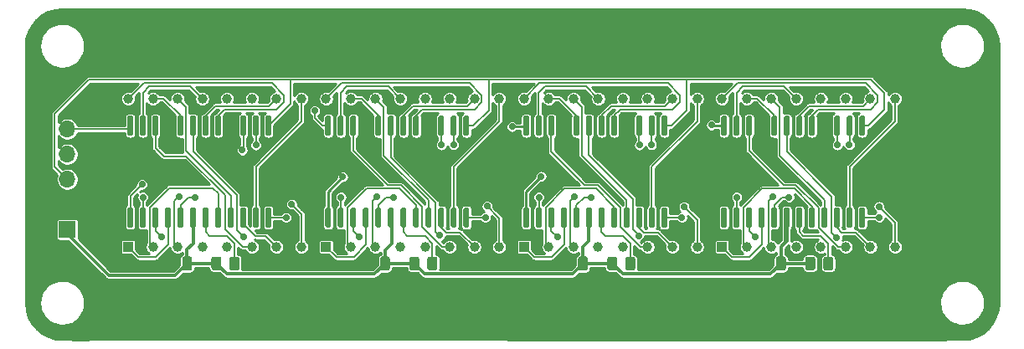
<source format=gbl>
G04 #@! TF.GenerationSoftware,KiCad,Pcbnew,(5.1.9)-1*
G04 #@! TF.CreationDate,2021-03-16T21:09:54+08:00*
G04 #@! TF.ProjectId,driver,64726976-6572-42e6-9b69-6361645f7063,v1.0*
G04 #@! TF.SameCoordinates,Original*
G04 #@! TF.FileFunction,Copper,L2,Bot*
G04 #@! TF.FilePolarity,Positive*
%FSLAX46Y46*%
G04 Gerber Fmt 4.6, Leading zero omitted, Abs format (unit mm)*
G04 Created by KiCad (PCBNEW (5.1.9)-1) date 2021-03-16 21:09:54*
%MOMM*%
%LPD*%
G01*
G04 APERTURE LIST*
G04 #@! TA.AperFunction,ComponentPad*
%ADD10O,1.700000X1.700000*%
G04 #@! TD*
G04 #@! TA.AperFunction,ComponentPad*
%ADD11R,1.700000X1.700000*%
G04 #@! TD*
G04 #@! TA.AperFunction,ComponentPad*
%ADD12R,1.000000X1.000000*%
G04 #@! TD*
G04 #@! TA.AperFunction,ComponentPad*
%ADD13C,1.000000*%
G04 #@! TD*
G04 #@! TA.AperFunction,ViaPad*
%ADD14C,0.700000*%
G04 #@! TD*
G04 #@! TA.AperFunction,Conductor*
%ADD15C,0.250000*%
G04 #@! TD*
G04 #@! TA.AperFunction,Conductor*
%ADD16C,0.350000*%
G04 #@! TD*
G04 #@! TA.AperFunction,Conductor*
%ADD17C,0.200000*%
G04 #@! TD*
G04 #@! TA.AperFunction,Conductor*
%ADD18C,0.254000*%
G04 #@! TD*
G04 #@! TA.AperFunction,Conductor*
%ADD19C,0.100000*%
G04 #@! TD*
G04 APERTURE END LIST*
D10*
X35828800Y-44972800D03*
X35828800Y-47512800D03*
X35828800Y-50052800D03*
X35828800Y-52592800D03*
D11*
X35828800Y-55132800D03*
G04 #@! TA.AperFunction,SMDPad,CuDef*
G36*
G01*
X112268800Y-59020402D02*
X112268800Y-58120398D01*
G75*
G02*
X112518798Y-57870400I249998J0D01*
G01*
X113043802Y-57870400D01*
G75*
G02*
X113293800Y-58120398I0J-249998D01*
G01*
X113293800Y-59020402D01*
G75*
G02*
X113043802Y-59270400I-249998J0D01*
G01*
X112518798Y-59270400D01*
G75*
G02*
X112268800Y-59020402I0J249998D01*
G01*
G37*
G04 #@! TD.AperFunction*
G04 #@! TA.AperFunction,SMDPad,CuDef*
G36*
G01*
X110443800Y-59020402D02*
X110443800Y-58120398D01*
G75*
G02*
X110693798Y-57870400I249998J0D01*
G01*
X111218802Y-57870400D01*
G75*
G02*
X111468800Y-58120398I0J-249998D01*
G01*
X111468800Y-59020402D01*
G75*
G02*
X111218802Y-59270400I-249998J0D01*
G01*
X110693798Y-59270400D01*
G75*
G02*
X110443800Y-59020402I0J249998D01*
G01*
G37*
G04 #@! TD.AperFunction*
G04 #@! TA.AperFunction,SMDPad,CuDef*
G36*
G01*
X82077000Y-52899000D02*
X82377000Y-52899000D01*
G75*
G02*
X82527000Y-53049000I0J-150000D01*
G01*
X82527000Y-54799000D01*
G75*
G02*
X82377000Y-54949000I-150000J0D01*
G01*
X82077000Y-54949000D01*
G75*
G02*
X81927000Y-54799000I0J150000D01*
G01*
X81927000Y-53049000D01*
G75*
G02*
X82077000Y-52899000I150000J0D01*
G01*
G37*
G04 #@! TD.AperFunction*
G04 #@! TA.AperFunction,SMDPad,CuDef*
G36*
G01*
X83347000Y-52899000D02*
X83647000Y-52899000D01*
G75*
G02*
X83797000Y-53049000I0J-150000D01*
G01*
X83797000Y-54799000D01*
G75*
G02*
X83647000Y-54949000I-150000J0D01*
G01*
X83347000Y-54949000D01*
G75*
G02*
X83197000Y-54799000I0J150000D01*
G01*
X83197000Y-53049000D01*
G75*
G02*
X83347000Y-52899000I150000J0D01*
G01*
G37*
G04 #@! TD.AperFunction*
G04 #@! TA.AperFunction,SMDPad,CuDef*
G36*
G01*
X84617000Y-52899000D02*
X84917000Y-52899000D01*
G75*
G02*
X85067000Y-53049000I0J-150000D01*
G01*
X85067000Y-54799000D01*
G75*
G02*
X84917000Y-54949000I-150000J0D01*
G01*
X84617000Y-54949000D01*
G75*
G02*
X84467000Y-54799000I0J150000D01*
G01*
X84467000Y-53049000D01*
G75*
G02*
X84617000Y-52899000I150000J0D01*
G01*
G37*
G04 #@! TD.AperFunction*
G04 #@! TA.AperFunction,SMDPad,CuDef*
G36*
G01*
X85887000Y-52899000D02*
X86187000Y-52899000D01*
G75*
G02*
X86337000Y-53049000I0J-150000D01*
G01*
X86337000Y-54799000D01*
G75*
G02*
X86187000Y-54949000I-150000J0D01*
G01*
X85887000Y-54949000D01*
G75*
G02*
X85737000Y-54799000I0J150000D01*
G01*
X85737000Y-53049000D01*
G75*
G02*
X85887000Y-52899000I150000J0D01*
G01*
G37*
G04 #@! TD.AperFunction*
G04 #@! TA.AperFunction,SMDPad,CuDef*
G36*
G01*
X87157000Y-52899000D02*
X87457000Y-52899000D01*
G75*
G02*
X87607000Y-53049000I0J-150000D01*
G01*
X87607000Y-54799000D01*
G75*
G02*
X87457000Y-54949000I-150000J0D01*
G01*
X87157000Y-54949000D01*
G75*
G02*
X87007000Y-54799000I0J150000D01*
G01*
X87007000Y-53049000D01*
G75*
G02*
X87157000Y-52899000I150000J0D01*
G01*
G37*
G04 #@! TD.AperFunction*
G04 #@! TA.AperFunction,SMDPad,CuDef*
G36*
G01*
X88427000Y-52899000D02*
X88727000Y-52899000D01*
G75*
G02*
X88877000Y-53049000I0J-150000D01*
G01*
X88877000Y-54799000D01*
G75*
G02*
X88727000Y-54949000I-150000J0D01*
G01*
X88427000Y-54949000D01*
G75*
G02*
X88277000Y-54799000I0J150000D01*
G01*
X88277000Y-53049000D01*
G75*
G02*
X88427000Y-52899000I150000J0D01*
G01*
G37*
G04 #@! TD.AperFunction*
G04 #@! TA.AperFunction,SMDPad,CuDef*
G36*
G01*
X89697000Y-52899000D02*
X89997000Y-52899000D01*
G75*
G02*
X90147000Y-53049000I0J-150000D01*
G01*
X90147000Y-54799000D01*
G75*
G02*
X89997000Y-54949000I-150000J0D01*
G01*
X89697000Y-54949000D01*
G75*
G02*
X89547000Y-54799000I0J150000D01*
G01*
X89547000Y-53049000D01*
G75*
G02*
X89697000Y-52899000I150000J0D01*
G01*
G37*
G04 #@! TD.AperFunction*
G04 #@! TA.AperFunction,SMDPad,CuDef*
G36*
G01*
X90967000Y-52899000D02*
X91267000Y-52899000D01*
G75*
G02*
X91417000Y-53049000I0J-150000D01*
G01*
X91417000Y-54799000D01*
G75*
G02*
X91267000Y-54949000I-150000J0D01*
G01*
X90967000Y-54949000D01*
G75*
G02*
X90817000Y-54799000I0J150000D01*
G01*
X90817000Y-53049000D01*
G75*
G02*
X90967000Y-52899000I150000J0D01*
G01*
G37*
G04 #@! TD.AperFunction*
G04 #@! TA.AperFunction,SMDPad,CuDef*
G36*
G01*
X92237000Y-52899000D02*
X92537000Y-52899000D01*
G75*
G02*
X92687000Y-53049000I0J-150000D01*
G01*
X92687000Y-54799000D01*
G75*
G02*
X92537000Y-54949000I-150000J0D01*
G01*
X92237000Y-54949000D01*
G75*
G02*
X92087000Y-54799000I0J150000D01*
G01*
X92087000Y-53049000D01*
G75*
G02*
X92237000Y-52899000I150000J0D01*
G01*
G37*
G04 #@! TD.AperFunction*
G04 #@! TA.AperFunction,SMDPad,CuDef*
G36*
G01*
X93507000Y-52899000D02*
X93807000Y-52899000D01*
G75*
G02*
X93957000Y-53049000I0J-150000D01*
G01*
X93957000Y-54799000D01*
G75*
G02*
X93807000Y-54949000I-150000J0D01*
G01*
X93507000Y-54949000D01*
G75*
G02*
X93357000Y-54799000I0J150000D01*
G01*
X93357000Y-53049000D01*
G75*
G02*
X93507000Y-52899000I150000J0D01*
G01*
G37*
G04 #@! TD.AperFunction*
G04 #@! TA.AperFunction,SMDPad,CuDef*
G36*
G01*
X94777000Y-52899000D02*
X95077000Y-52899000D01*
G75*
G02*
X95227000Y-53049000I0J-150000D01*
G01*
X95227000Y-54799000D01*
G75*
G02*
X95077000Y-54949000I-150000J0D01*
G01*
X94777000Y-54949000D01*
G75*
G02*
X94627000Y-54799000I0J150000D01*
G01*
X94627000Y-53049000D01*
G75*
G02*
X94777000Y-52899000I150000J0D01*
G01*
G37*
G04 #@! TD.AperFunction*
G04 #@! TA.AperFunction,SMDPad,CuDef*
G36*
G01*
X96047000Y-52899000D02*
X96347000Y-52899000D01*
G75*
G02*
X96497000Y-53049000I0J-150000D01*
G01*
X96497000Y-54799000D01*
G75*
G02*
X96347000Y-54949000I-150000J0D01*
G01*
X96047000Y-54949000D01*
G75*
G02*
X95897000Y-54799000I0J150000D01*
G01*
X95897000Y-53049000D01*
G75*
G02*
X96047000Y-52899000I150000J0D01*
G01*
G37*
G04 #@! TD.AperFunction*
G04 #@! TA.AperFunction,SMDPad,CuDef*
G36*
G01*
X96047000Y-43599000D02*
X96347000Y-43599000D01*
G75*
G02*
X96497000Y-43749000I0J-150000D01*
G01*
X96497000Y-45499000D01*
G75*
G02*
X96347000Y-45649000I-150000J0D01*
G01*
X96047000Y-45649000D01*
G75*
G02*
X95897000Y-45499000I0J150000D01*
G01*
X95897000Y-43749000D01*
G75*
G02*
X96047000Y-43599000I150000J0D01*
G01*
G37*
G04 #@! TD.AperFunction*
G04 #@! TA.AperFunction,SMDPad,CuDef*
G36*
G01*
X94777000Y-43599000D02*
X95077000Y-43599000D01*
G75*
G02*
X95227000Y-43749000I0J-150000D01*
G01*
X95227000Y-45499000D01*
G75*
G02*
X95077000Y-45649000I-150000J0D01*
G01*
X94777000Y-45649000D01*
G75*
G02*
X94627000Y-45499000I0J150000D01*
G01*
X94627000Y-43749000D01*
G75*
G02*
X94777000Y-43599000I150000J0D01*
G01*
G37*
G04 #@! TD.AperFunction*
G04 #@! TA.AperFunction,SMDPad,CuDef*
G36*
G01*
X93507000Y-43599000D02*
X93807000Y-43599000D01*
G75*
G02*
X93957000Y-43749000I0J-150000D01*
G01*
X93957000Y-45499000D01*
G75*
G02*
X93807000Y-45649000I-150000J0D01*
G01*
X93507000Y-45649000D01*
G75*
G02*
X93357000Y-45499000I0J150000D01*
G01*
X93357000Y-43749000D01*
G75*
G02*
X93507000Y-43599000I150000J0D01*
G01*
G37*
G04 #@! TD.AperFunction*
G04 #@! TA.AperFunction,SMDPad,CuDef*
G36*
G01*
X92237000Y-43599000D02*
X92537000Y-43599000D01*
G75*
G02*
X92687000Y-43749000I0J-150000D01*
G01*
X92687000Y-45499000D01*
G75*
G02*
X92537000Y-45649000I-150000J0D01*
G01*
X92237000Y-45649000D01*
G75*
G02*
X92087000Y-45499000I0J150000D01*
G01*
X92087000Y-43749000D01*
G75*
G02*
X92237000Y-43599000I150000J0D01*
G01*
G37*
G04 #@! TD.AperFunction*
G04 #@! TA.AperFunction,SMDPad,CuDef*
G36*
G01*
X90967000Y-43599000D02*
X91267000Y-43599000D01*
G75*
G02*
X91417000Y-43749000I0J-150000D01*
G01*
X91417000Y-45499000D01*
G75*
G02*
X91267000Y-45649000I-150000J0D01*
G01*
X90967000Y-45649000D01*
G75*
G02*
X90817000Y-45499000I0J150000D01*
G01*
X90817000Y-43749000D01*
G75*
G02*
X90967000Y-43599000I150000J0D01*
G01*
G37*
G04 #@! TD.AperFunction*
G04 #@! TA.AperFunction,SMDPad,CuDef*
G36*
G01*
X89697000Y-43599000D02*
X89997000Y-43599000D01*
G75*
G02*
X90147000Y-43749000I0J-150000D01*
G01*
X90147000Y-45499000D01*
G75*
G02*
X89997000Y-45649000I-150000J0D01*
G01*
X89697000Y-45649000D01*
G75*
G02*
X89547000Y-45499000I0J150000D01*
G01*
X89547000Y-43749000D01*
G75*
G02*
X89697000Y-43599000I150000J0D01*
G01*
G37*
G04 #@! TD.AperFunction*
G04 #@! TA.AperFunction,SMDPad,CuDef*
G36*
G01*
X88427000Y-43599000D02*
X88727000Y-43599000D01*
G75*
G02*
X88877000Y-43749000I0J-150000D01*
G01*
X88877000Y-45499000D01*
G75*
G02*
X88727000Y-45649000I-150000J0D01*
G01*
X88427000Y-45649000D01*
G75*
G02*
X88277000Y-45499000I0J150000D01*
G01*
X88277000Y-43749000D01*
G75*
G02*
X88427000Y-43599000I150000J0D01*
G01*
G37*
G04 #@! TD.AperFunction*
G04 #@! TA.AperFunction,SMDPad,CuDef*
G36*
G01*
X87157000Y-43599000D02*
X87457000Y-43599000D01*
G75*
G02*
X87607000Y-43749000I0J-150000D01*
G01*
X87607000Y-45499000D01*
G75*
G02*
X87457000Y-45649000I-150000J0D01*
G01*
X87157000Y-45649000D01*
G75*
G02*
X87007000Y-45499000I0J150000D01*
G01*
X87007000Y-43749000D01*
G75*
G02*
X87157000Y-43599000I150000J0D01*
G01*
G37*
G04 #@! TD.AperFunction*
G04 #@! TA.AperFunction,SMDPad,CuDef*
G36*
G01*
X85887000Y-43599000D02*
X86187000Y-43599000D01*
G75*
G02*
X86337000Y-43749000I0J-150000D01*
G01*
X86337000Y-45499000D01*
G75*
G02*
X86187000Y-45649000I-150000J0D01*
G01*
X85887000Y-45649000D01*
G75*
G02*
X85737000Y-45499000I0J150000D01*
G01*
X85737000Y-43749000D01*
G75*
G02*
X85887000Y-43599000I150000J0D01*
G01*
G37*
G04 #@! TD.AperFunction*
G04 #@! TA.AperFunction,SMDPad,CuDef*
G36*
G01*
X84617000Y-43599000D02*
X84917000Y-43599000D01*
G75*
G02*
X85067000Y-43749000I0J-150000D01*
G01*
X85067000Y-45499000D01*
G75*
G02*
X84917000Y-45649000I-150000J0D01*
G01*
X84617000Y-45649000D01*
G75*
G02*
X84467000Y-45499000I0J150000D01*
G01*
X84467000Y-43749000D01*
G75*
G02*
X84617000Y-43599000I150000J0D01*
G01*
G37*
G04 #@! TD.AperFunction*
G04 #@! TA.AperFunction,SMDPad,CuDef*
G36*
G01*
X83347000Y-43599000D02*
X83647000Y-43599000D01*
G75*
G02*
X83797000Y-43749000I0J-150000D01*
G01*
X83797000Y-45499000D01*
G75*
G02*
X83647000Y-45649000I-150000J0D01*
G01*
X83347000Y-45649000D01*
G75*
G02*
X83197000Y-45499000I0J150000D01*
G01*
X83197000Y-43749000D01*
G75*
G02*
X83347000Y-43599000I150000J0D01*
G01*
G37*
G04 #@! TD.AperFunction*
G04 #@! TA.AperFunction,SMDPad,CuDef*
G36*
G01*
X82077000Y-43599000D02*
X82377000Y-43599000D01*
G75*
G02*
X82527000Y-43749000I0J-150000D01*
G01*
X82527000Y-45499000D01*
G75*
G02*
X82377000Y-45649000I-150000J0D01*
G01*
X82077000Y-45649000D01*
G75*
G02*
X81927000Y-45499000I0J150000D01*
G01*
X81927000Y-43749000D01*
G75*
G02*
X82077000Y-43599000I150000J0D01*
G01*
G37*
G04 #@! TD.AperFunction*
G04 #@! TA.AperFunction,SMDPad,CuDef*
G36*
G01*
X92253600Y-59020402D02*
X92253600Y-58120398D01*
G75*
G02*
X92503598Y-57870400I249998J0D01*
G01*
X93028602Y-57870400D01*
G75*
G02*
X93278600Y-58120398I0J-249998D01*
G01*
X93278600Y-59020402D01*
G75*
G02*
X93028602Y-59270400I-249998J0D01*
G01*
X92503598Y-59270400D01*
G75*
G02*
X92253600Y-59020402I0J249998D01*
G01*
G37*
G04 #@! TD.AperFunction*
G04 #@! TA.AperFunction,SMDPad,CuDef*
G36*
G01*
X90428600Y-59020402D02*
X90428600Y-58120398D01*
G75*
G02*
X90678598Y-57870400I249998J0D01*
G01*
X91203602Y-57870400D01*
G75*
G02*
X91453600Y-58120398I0J-249998D01*
G01*
X91453600Y-59020402D01*
G75*
G02*
X91203602Y-59270400I-249998J0D01*
G01*
X90678598Y-59270400D01*
G75*
G02*
X90428600Y-59020402I0J249998D01*
G01*
G37*
G04 #@! TD.AperFunction*
G04 #@! TA.AperFunction,SMDPad,CuDef*
G36*
G01*
X102092200Y-52899000D02*
X102392200Y-52899000D01*
G75*
G02*
X102542200Y-53049000I0J-150000D01*
G01*
X102542200Y-54799000D01*
G75*
G02*
X102392200Y-54949000I-150000J0D01*
G01*
X102092200Y-54949000D01*
G75*
G02*
X101942200Y-54799000I0J150000D01*
G01*
X101942200Y-53049000D01*
G75*
G02*
X102092200Y-52899000I150000J0D01*
G01*
G37*
G04 #@! TD.AperFunction*
G04 #@! TA.AperFunction,SMDPad,CuDef*
G36*
G01*
X103362200Y-52899000D02*
X103662200Y-52899000D01*
G75*
G02*
X103812200Y-53049000I0J-150000D01*
G01*
X103812200Y-54799000D01*
G75*
G02*
X103662200Y-54949000I-150000J0D01*
G01*
X103362200Y-54949000D01*
G75*
G02*
X103212200Y-54799000I0J150000D01*
G01*
X103212200Y-53049000D01*
G75*
G02*
X103362200Y-52899000I150000J0D01*
G01*
G37*
G04 #@! TD.AperFunction*
G04 #@! TA.AperFunction,SMDPad,CuDef*
G36*
G01*
X104632200Y-52899000D02*
X104932200Y-52899000D01*
G75*
G02*
X105082200Y-53049000I0J-150000D01*
G01*
X105082200Y-54799000D01*
G75*
G02*
X104932200Y-54949000I-150000J0D01*
G01*
X104632200Y-54949000D01*
G75*
G02*
X104482200Y-54799000I0J150000D01*
G01*
X104482200Y-53049000D01*
G75*
G02*
X104632200Y-52899000I150000J0D01*
G01*
G37*
G04 #@! TD.AperFunction*
G04 #@! TA.AperFunction,SMDPad,CuDef*
G36*
G01*
X105902200Y-52899000D02*
X106202200Y-52899000D01*
G75*
G02*
X106352200Y-53049000I0J-150000D01*
G01*
X106352200Y-54799000D01*
G75*
G02*
X106202200Y-54949000I-150000J0D01*
G01*
X105902200Y-54949000D01*
G75*
G02*
X105752200Y-54799000I0J150000D01*
G01*
X105752200Y-53049000D01*
G75*
G02*
X105902200Y-52899000I150000J0D01*
G01*
G37*
G04 #@! TD.AperFunction*
G04 #@! TA.AperFunction,SMDPad,CuDef*
G36*
G01*
X107172200Y-52899000D02*
X107472200Y-52899000D01*
G75*
G02*
X107622200Y-53049000I0J-150000D01*
G01*
X107622200Y-54799000D01*
G75*
G02*
X107472200Y-54949000I-150000J0D01*
G01*
X107172200Y-54949000D01*
G75*
G02*
X107022200Y-54799000I0J150000D01*
G01*
X107022200Y-53049000D01*
G75*
G02*
X107172200Y-52899000I150000J0D01*
G01*
G37*
G04 #@! TD.AperFunction*
G04 #@! TA.AperFunction,SMDPad,CuDef*
G36*
G01*
X108442200Y-52899000D02*
X108742200Y-52899000D01*
G75*
G02*
X108892200Y-53049000I0J-150000D01*
G01*
X108892200Y-54799000D01*
G75*
G02*
X108742200Y-54949000I-150000J0D01*
G01*
X108442200Y-54949000D01*
G75*
G02*
X108292200Y-54799000I0J150000D01*
G01*
X108292200Y-53049000D01*
G75*
G02*
X108442200Y-52899000I150000J0D01*
G01*
G37*
G04 #@! TD.AperFunction*
G04 #@! TA.AperFunction,SMDPad,CuDef*
G36*
G01*
X109712200Y-52899000D02*
X110012200Y-52899000D01*
G75*
G02*
X110162200Y-53049000I0J-150000D01*
G01*
X110162200Y-54799000D01*
G75*
G02*
X110012200Y-54949000I-150000J0D01*
G01*
X109712200Y-54949000D01*
G75*
G02*
X109562200Y-54799000I0J150000D01*
G01*
X109562200Y-53049000D01*
G75*
G02*
X109712200Y-52899000I150000J0D01*
G01*
G37*
G04 #@! TD.AperFunction*
G04 #@! TA.AperFunction,SMDPad,CuDef*
G36*
G01*
X110982200Y-52899000D02*
X111282200Y-52899000D01*
G75*
G02*
X111432200Y-53049000I0J-150000D01*
G01*
X111432200Y-54799000D01*
G75*
G02*
X111282200Y-54949000I-150000J0D01*
G01*
X110982200Y-54949000D01*
G75*
G02*
X110832200Y-54799000I0J150000D01*
G01*
X110832200Y-53049000D01*
G75*
G02*
X110982200Y-52899000I150000J0D01*
G01*
G37*
G04 #@! TD.AperFunction*
G04 #@! TA.AperFunction,SMDPad,CuDef*
G36*
G01*
X112252200Y-52899000D02*
X112552200Y-52899000D01*
G75*
G02*
X112702200Y-53049000I0J-150000D01*
G01*
X112702200Y-54799000D01*
G75*
G02*
X112552200Y-54949000I-150000J0D01*
G01*
X112252200Y-54949000D01*
G75*
G02*
X112102200Y-54799000I0J150000D01*
G01*
X112102200Y-53049000D01*
G75*
G02*
X112252200Y-52899000I150000J0D01*
G01*
G37*
G04 #@! TD.AperFunction*
G04 #@! TA.AperFunction,SMDPad,CuDef*
G36*
G01*
X113522200Y-52899000D02*
X113822200Y-52899000D01*
G75*
G02*
X113972200Y-53049000I0J-150000D01*
G01*
X113972200Y-54799000D01*
G75*
G02*
X113822200Y-54949000I-150000J0D01*
G01*
X113522200Y-54949000D01*
G75*
G02*
X113372200Y-54799000I0J150000D01*
G01*
X113372200Y-53049000D01*
G75*
G02*
X113522200Y-52899000I150000J0D01*
G01*
G37*
G04 #@! TD.AperFunction*
G04 #@! TA.AperFunction,SMDPad,CuDef*
G36*
G01*
X114792200Y-52899000D02*
X115092200Y-52899000D01*
G75*
G02*
X115242200Y-53049000I0J-150000D01*
G01*
X115242200Y-54799000D01*
G75*
G02*
X115092200Y-54949000I-150000J0D01*
G01*
X114792200Y-54949000D01*
G75*
G02*
X114642200Y-54799000I0J150000D01*
G01*
X114642200Y-53049000D01*
G75*
G02*
X114792200Y-52899000I150000J0D01*
G01*
G37*
G04 #@! TD.AperFunction*
G04 #@! TA.AperFunction,SMDPad,CuDef*
G36*
G01*
X116062200Y-52899000D02*
X116362200Y-52899000D01*
G75*
G02*
X116512200Y-53049000I0J-150000D01*
G01*
X116512200Y-54799000D01*
G75*
G02*
X116362200Y-54949000I-150000J0D01*
G01*
X116062200Y-54949000D01*
G75*
G02*
X115912200Y-54799000I0J150000D01*
G01*
X115912200Y-53049000D01*
G75*
G02*
X116062200Y-52899000I150000J0D01*
G01*
G37*
G04 #@! TD.AperFunction*
G04 #@! TA.AperFunction,SMDPad,CuDef*
G36*
G01*
X116062200Y-43599000D02*
X116362200Y-43599000D01*
G75*
G02*
X116512200Y-43749000I0J-150000D01*
G01*
X116512200Y-45499000D01*
G75*
G02*
X116362200Y-45649000I-150000J0D01*
G01*
X116062200Y-45649000D01*
G75*
G02*
X115912200Y-45499000I0J150000D01*
G01*
X115912200Y-43749000D01*
G75*
G02*
X116062200Y-43599000I150000J0D01*
G01*
G37*
G04 #@! TD.AperFunction*
G04 #@! TA.AperFunction,SMDPad,CuDef*
G36*
G01*
X114792200Y-43599000D02*
X115092200Y-43599000D01*
G75*
G02*
X115242200Y-43749000I0J-150000D01*
G01*
X115242200Y-45499000D01*
G75*
G02*
X115092200Y-45649000I-150000J0D01*
G01*
X114792200Y-45649000D01*
G75*
G02*
X114642200Y-45499000I0J150000D01*
G01*
X114642200Y-43749000D01*
G75*
G02*
X114792200Y-43599000I150000J0D01*
G01*
G37*
G04 #@! TD.AperFunction*
G04 #@! TA.AperFunction,SMDPad,CuDef*
G36*
G01*
X113522200Y-43599000D02*
X113822200Y-43599000D01*
G75*
G02*
X113972200Y-43749000I0J-150000D01*
G01*
X113972200Y-45499000D01*
G75*
G02*
X113822200Y-45649000I-150000J0D01*
G01*
X113522200Y-45649000D01*
G75*
G02*
X113372200Y-45499000I0J150000D01*
G01*
X113372200Y-43749000D01*
G75*
G02*
X113522200Y-43599000I150000J0D01*
G01*
G37*
G04 #@! TD.AperFunction*
G04 #@! TA.AperFunction,SMDPad,CuDef*
G36*
G01*
X112252200Y-43599000D02*
X112552200Y-43599000D01*
G75*
G02*
X112702200Y-43749000I0J-150000D01*
G01*
X112702200Y-45499000D01*
G75*
G02*
X112552200Y-45649000I-150000J0D01*
G01*
X112252200Y-45649000D01*
G75*
G02*
X112102200Y-45499000I0J150000D01*
G01*
X112102200Y-43749000D01*
G75*
G02*
X112252200Y-43599000I150000J0D01*
G01*
G37*
G04 #@! TD.AperFunction*
G04 #@! TA.AperFunction,SMDPad,CuDef*
G36*
G01*
X110982200Y-43599000D02*
X111282200Y-43599000D01*
G75*
G02*
X111432200Y-43749000I0J-150000D01*
G01*
X111432200Y-45499000D01*
G75*
G02*
X111282200Y-45649000I-150000J0D01*
G01*
X110982200Y-45649000D01*
G75*
G02*
X110832200Y-45499000I0J150000D01*
G01*
X110832200Y-43749000D01*
G75*
G02*
X110982200Y-43599000I150000J0D01*
G01*
G37*
G04 #@! TD.AperFunction*
G04 #@! TA.AperFunction,SMDPad,CuDef*
G36*
G01*
X109712200Y-43599000D02*
X110012200Y-43599000D01*
G75*
G02*
X110162200Y-43749000I0J-150000D01*
G01*
X110162200Y-45499000D01*
G75*
G02*
X110012200Y-45649000I-150000J0D01*
G01*
X109712200Y-45649000D01*
G75*
G02*
X109562200Y-45499000I0J150000D01*
G01*
X109562200Y-43749000D01*
G75*
G02*
X109712200Y-43599000I150000J0D01*
G01*
G37*
G04 #@! TD.AperFunction*
G04 #@! TA.AperFunction,SMDPad,CuDef*
G36*
G01*
X108442200Y-43599000D02*
X108742200Y-43599000D01*
G75*
G02*
X108892200Y-43749000I0J-150000D01*
G01*
X108892200Y-45499000D01*
G75*
G02*
X108742200Y-45649000I-150000J0D01*
G01*
X108442200Y-45649000D01*
G75*
G02*
X108292200Y-45499000I0J150000D01*
G01*
X108292200Y-43749000D01*
G75*
G02*
X108442200Y-43599000I150000J0D01*
G01*
G37*
G04 #@! TD.AperFunction*
G04 #@! TA.AperFunction,SMDPad,CuDef*
G36*
G01*
X107172200Y-43599000D02*
X107472200Y-43599000D01*
G75*
G02*
X107622200Y-43749000I0J-150000D01*
G01*
X107622200Y-45499000D01*
G75*
G02*
X107472200Y-45649000I-150000J0D01*
G01*
X107172200Y-45649000D01*
G75*
G02*
X107022200Y-45499000I0J150000D01*
G01*
X107022200Y-43749000D01*
G75*
G02*
X107172200Y-43599000I150000J0D01*
G01*
G37*
G04 #@! TD.AperFunction*
G04 #@! TA.AperFunction,SMDPad,CuDef*
G36*
G01*
X105902200Y-43599000D02*
X106202200Y-43599000D01*
G75*
G02*
X106352200Y-43749000I0J-150000D01*
G01*
X106352200Y-45499000D01*
G75*
G02*
X106202200Y-45649000I-150000J0D01*
G01*
X105902200Y-45649000D01*
G75*
G02*
X105752200Y-45499000I0J150000D01*
G01*
X105752200Y-43749000D01*
G75*
G02*
X105902200Y-43599000I150000J0D01*
G01*
G37*
G04 #@! TD.AperFunction*
G04 #@! TA.AperFunction,SMDPad,CuDef*
G36*
G01*
X104632200Y-43599000D02*
X104932200Y-43599000D01*
G75*
G02*
X105082200Y-43749000I0J-150000D01*
G01*
X105082200Y-45499000D01*
G75*
G02*
X104932200Y-45649000I-150000J0D01*
G01*
X104632200Y-45649000D01*
G75*
G02*
X104482200Y-45499000I0J150000D01*
G01*
X104482200Y-43749000D01*
G75*
G02*
X104632200Y-43599000I150000J0D01*
G01*
G37*
G04 #@! TD.AperFunction*
G04 #@! TA.AperFunction,SMDPad,CuDef*
G36*
G01*
X103362200Y-43599000D02*
X103662200Y-43599000D01*
G75*
G02*
X103812200Y-43749000I0J-150000D01*
G01*
X103812200Y-45499000D01*
G75*
G02*
X103662200Y-45649000I-150000J0D01*
G01*
X103362200Y-45649000D01*
G75*
G02*
X103212200Y-45499000I0J150000D01*
G01*
X103212200Y-43749000D01*
G75*
G02*
X103362200Y-43599000I150000J0D01*
G01*
G37*
G04 #@! TD.AperFunction*
G04 #@! TA.AperFunction,SMDPad,CuDef*
G36*
G01*
X102092200Y-43599000D02*
X102392200Y-43599000D01*
G75*
G02*
X102542200Y-43749000I0J-150000D01*
G01*
X102542200Y-45499000D01*
G75*
G02*
X102392200Y-45649000I-150000J0D01*
G01*
X102092200Y-45649000D01*
G75*
G02*
X101942200Y-45499000I0J150000D01*
G01*
X101942200Y-43749000D01*
G75*
G02*
X102092200Y-43599000I150000J0D01*
G01*
G37*
G04 #@! TD.AperFunction*
G04 #@! TA.AperFunction,SMDPad,CuDef*
G36*
G01*
X106592800Y-58095400D02*
X106592800Y-59045400D01*
G75*
G02*
X106342800Y-59295400I-250000J0D01*
G01*
X105842800Y-59295400D01*
G75*
G02*
X105592800Y-59045400I0J250000D01*
G01*
X105592800Y-58095400D01*
G75*
G02*
X105842800Y-57845400I250000J0D01*
G01*
X106342800Y-57845400D01*
G75*
G02*
X106592800Y-58095400I0J-250000D01*
G01*
G37*
G04 #@! TD.AperFunction*
G04 #@! TA.AperFunction,SMDPad,CuDef*
G36*
G01*
X108492800Y-58095400D02*
X108492800Y-59045400D01*
G75*
G02*
X108242800Y-59295400I-250000J0D01*
G01*
X107742800Y-59295400D01*
G75*
G02*
X107492800Y-59045400I0J250000D01*
G01*
X107492800Y-58095400D01*
G75*
G02*
X107742800Y-57845400I250000J0D01*
G01*
X108242800Y-57845400D01*
G75*
G02*
X108492800Y-58095400I0J-250000D01*
G01*
G37*
G04 #@! TD.AperFunction*
D12*
X102032120Y-56884360D03*
D13*
X104532120Y-56884360D03*
X107032120Y-56884360D03*
X109532120Y-56884360D03*
X112032120Y-56884360D03*
X114532120Y-56884360D03*
X117032120Y-56884360D03*
X119532120Y-56884360D03*
X119532120Y-41884360D03*
X117032120Y-41884360D03*
X114532120Y-41884360D03*
X112032120Y-41884360D03*
X109532120Y-41884360D03*
X107032120Y-41884360D03*
X104532120Y-41884360D03*
X102032120Y-41884360D03*
G04 #@! TA.AperFunction,SMDPad,CuDef*
G36*
G01*
X86577600Y-58095400D02*
X86577600Y-59045400D01*
G75*
G02*
X86327600Y-59295400I-250000J0D01*
G01*
X85827600Y-59295400D01*
G75*
G02*
X85577600Y-59045400I0J250000D01*
G01*
X85577600Y-58095400D01*
G75*
G02*
X85827600Y-57845400I250000J0D01*
G01*
X86327600Y-57845400D01*
G75*
G02*
X86577600Y-58095400I0J-250000D01*
G01*
G37*
G04 #@! TD.AperFunction*
G04 #@! TA.AperFunction,SMDPad,CuDef*
G36*
G01*
X88477600Y-58095400D02*
X88477600Y-59045400D01*
G75*
G02*
X88227600Y-59295400I-250000J0D01*
G01*
X87727600Y-59295400D01*
G75*
G02*
X87477600Y-59045400I0J250000D01*
G01*
X87477600Y-58095400D01*
G75*
G02*
X87727600Y-57845400I250000J0D01*
G01*
X88227600Y-57845400D01*
G75*
G02*
X88477600Y-58095400I0J-250000D01*
G01*
G37*
G04 #@! TD.AperFunction*
D12*
X82016920Y-56884360D03*
D13*
X84516920Y-56884360D03*
X87016920Y-56884360D03*
X89516920Y-56884360D03*
X92016920Y-56884360D03*
X94516920Y-56884360D03*
X97016920Y-56884360D03*
X99516920Y-56884360D03*
X99516920Y-41884360D03*
X97016920Y-41884360D03*
X94516920Y-41884360D03*
X92016920Y-41884360D03*
X89516920Y-41884360D03*
X87016920Y-41884360D03*
X84516920Y-41884360D03*
X82016920Y-41884360D03*
G04 #@! TA.AperFunction,SMDPad,CuDef*
G36*
G01*
X42046600Y-52899000D02*
X42346600Y-52899000D01*
G75*
G02*
X42496600Y-53049000I0J-150000D01*
G01*
X42496600Y-54799000D01*
G75*
G02*
X42346600Y-54949000I-150000J0D01*
G01*
X42046600Y-54949000D01*
G75*
G02*
X41896600Y-54799000I0J150000D01*
G01*
X41896600Y-53049000D01*
G75*
G02*
X42046600Y-52899000I150000J0D01*
G01*
G37*
G04 #@! TD.AperFunction*
G04 #@! TA.AperFunction,SMDPad,CuDef*
G36*
G01*
X43316600Y-52899000D02*
X43616600Y-52899000D01*
G75*
G02*
X43766600Y-53049000I0J-150000D01*
G01*
X43766600Y-54799000D01*
G75*
G02*
X43616600Y-54949000I-150000J0D01*
G01*
X43316600Y-54949000D01*
G75*
G02*
X43166600Y-54799000I0J150000D01*
G01*
X43166600Y-53049000D01*
G75*
G02*
X43316600Y-52899000I150000J0D01*
G01*
G37*
G04 #@! TD.AperFunction*
G04 #@! TA.AperFunction,SMDPad,CuDef*
G36*
G01*
X44586600Y-52899000D02*
X44886600Y-52899000D01*
G75*
G02*
X45036600Y-53049000I0J-150000D01*
G01*
X45036600Y-54799000D01*
G75*
G02*
X44886600Y-54949000I-150000J0D01*
G01*
X44586600Y-54949000D01*
G75*
G02*
X44436600Y-54799000I0J150000D01*
G01*
X44436600Y-53049000D01*
G75*
G02*
X44586600Y-52899000I150000J0D01*
G01*
G37*
G04 #@! TD.AperFunction*
G04 #@! TA.AperFunction,SMDPad,CuDef*
G36*
G01*
X45856600Y-52899000D02*
X46156600Y-52899000D01*
G75*
G02*
X46306600Y-53049000I0J-150000D01*
G01*
X46306600Y-54799000D01*
G75*
G02*
X46156600Y-54949000I-150000J0D01*
G01*
X45856600Y-54949000D01*
G75*
G02*
X45706600Y-54799000I0J150000D01*
G01*
X45706600Y-53049000D01*
G75*
G02*
X45856600Y-52899000I150000J0D01*
G01*
G37*
G04 #@! TD.AperFunction*
G04 #@! TA.AperFunction,SMDPad,CuDef*
G36*
G01*
X47126600Y-52899000D02*
X47426600Y-52899000D01*
G75*
G02*
X47576600Y-53049000I0J-150000D01*
G01*
X47576600Y-54799000D01*
G75*
G02*
X47426600Y-54949000I-150000J0D01*
G01*
X47126600Y-54949000D01*
G75*
G02*
X46976600Y-54799000I0J150000D01*
G01*
X46976600Y-53049000D01*
G75*
G02*
X47126600Y-52899000I150000J0D01*
G01*
G37*
G04 #@! TD.AperFunction*
G04 #@! TA.AperFunction,SMDPad,CuDef*
G36*
G01*
X48396600Y-52899000D02*
X48696600Y-52899000D01*
G75*
G02*
X48846600Y-53049000I0J-150000D01*
G01*
X48846600Y-54799000D01*
G75*
G02*
X48696600Y-54949000I-150000J0D01*
G01*
X48396600Y-54949000D01*
G75*
G02*
X48246600Y-54799000I0J150000D01*
G01*
X48246600Y-53049000D01*
G75*
G02*
X48396600Y-52899000I150000J0D01*
G01*
G37*
G04 #@! TD.AperFunction*
G04 #@! TA.AperFunction,SMDPad,CuDef*
G36*
G01*
X49666600Y-52899000D02*
X49966600Y-52899000D01*
G75*
G02*
X50116600Y-53049000I0J-150000D01*
G01*
X50116600Y-54799000D01*
G75*
G02*
X49966600Y-54949000I-150000J0D01*
G01*
X49666600Y-54949000D01*
G75*
G02*
X49516600Y-54799000I0J150000D01*
G01*
X49516600Y-53049000D01*
G75*
G02*
X49666600Y-52899000I150000J0D01*
G01*
G37*
G04 #@! TD.AperFunction*
G04 #@! TA.AperFunction,SMDPad,CuDef*
G36*
G01*
X50936600Y-52899000D02*
X51236600Y-52899000D01*
G75*
G02*
X51386600Y-53049000I0J-150000D01*
G01*
X51386600Y-54799000D01*
G75*
G02*
X51236600Y-54949000I-150000J0D01*
G01*
X50936600Y-54949000D01*
G75*
G02*
X50786600Y-54799000I0J150000D01*
G01*
X50786600Y-53049000D01*
G75*
G02*
X50936600Y-52899000I150000J0D01*
G01*
G37*
G04 #@! TD.AperFunction*
G04 #@! TA.AperFunction,SMDPad,CuDef*
G36*
G01*
X52206600Y-52899000D02*
X52506600Y-52899000D01*
G75*
G02*
X52656600Y-53049000I0J-150000D01*
G01*
X52656600Y-54799000D01*
G75*
G02*
X52506600Y-54949000I-150000J0D01*
G01*
X52206600Y-54949000D01*
G75*
G02*
X52056600Y-54799000I0J150000D01*
G01*
X52056600Y-53049000D01*
G75*
G02*
X52206600Y-52899000I150000J0D01*
G01*
G37*
G04 #@! TD.AperFunction*
G04 #@! TA.AperFunction,SMDPad,CuDef*
G36*
G01*
X53476600Y-52899000D02*
X53776600Y-52899000D01*
G75*
G02*
X53926600Y-53049000I0J-150000D01*
G01*
X53926600Y-54799000D01*
G75*
G02*
X53776600Y-54949000I-150000J0D01*
G01*
X53476600Y-54949000D01*
G75*
G02*
X53326600Y-54799000I0J150000D01*
G01*
X53326600Y-53049000D01*
G75*
G02*
X53476600Y-52899000I150000J0D01*
G01*
G37*
G04 #@! TD.AperFunction*
G04 #@! TA.AperFunction,SMDPad,CuDef*
G36*
G01*
X54746600Y-52899000D02*
X55046600Y-52899000D01*
G75*
G02*
X55196600Y-53049000I0J-150000D01*
G01*
X55196600Y-54799000D01*
G75*
G02*
X55046600Y-54949000I-150000J0D01*
G01*
X54746600Y-54949000D01*
G75*
G02*
X54596600Y-54799000I0J150000D01*
G01*
X54596600Y-53049000D01*
G75*
G02*
X54746600Y-52899000I150000J0D01*
G01*
G37*
G04 #@! TD.AperFunction*
G04 #@! TA.AperFunction,SMDPad,CuDef*
G36*
G01*
X56016600Y-52899000D02*
X56316600Y-52899000D01*
G75*
G02*
X56466600Y-53049000I0J-150000D01*
G01*
X56466600Y-54799000D01*
G75*
G02*
X56316600Y-54949000I-150000J0D01*
G01*
X56016600Y-54949000D01*
G75*
G02*
X55866600Y-54799000I0J150000D01*
G01*
X55866600Y-53049000D01*
G75*
G02*
X56016600Y-52899000I150000J0D01*
G01*
G37*
G04 #@! TD.AperFunction*
G04 #@! TA.AperFunction,SMDPad,CuDef*
G36*
G01*
X56016600Y-43599000D02*
X56316600Y-43599000D01*
G75*
G02*
X56466600Y-43749000I0J-150000D01*
G01*
X56466600Y-45499000D01*
G75*
G02*
X56316600Y-45649000I-150000J0D01*
G01*
X56016600Y-45649000D01*
G75*
G02*
X55866600Y-45499000I0J150000D01*
G01*
X55866600Y-43749000D01*
G75*
G02*
X56016600Y-43599000I150000J0D01*
G01*
G37*
G04 #@! TD.AperFunction*
G04 #@! TA.AperFunction,SMDPad,CuDef*
G36*
G01*
X54746600Y-43599000D02*
X55046600Y-43599000D01*
G75*
G02*
X55196600Y-43749000I0J-150000D01*
G01*
X55196600Y-45499000D01*
G75*
G02*
X55046600Y-45649000I-150000J0D01*
G01*
X54746600Y-45649000D01*
G75*
G02*
X54596600Y-45499000I0J150000D01*
G01*
X54596600Y-43749000D01*
G75*
G02*
X54746600Y-43599000I150000J0D01*
G01*
G37*
G04 #@! TD.AperFunction*
G04 #@! TA.AperFunction,SMDPad,CuDef*
G36*
G01*
X53476600Y-43599000D02*
X53776600Y-43599000D01*
G75*
G02*
X53926600Y-43749000I0J-150000D01*
G01*
X53926600Y-45499000D01*
G75*
G02*
X53776600Y-45649000I-150000J0D01*
G01*
X53476600Y-45649000D01*
G75*
G02*
X53326600Y-45499000I0J150000D01*
G01*
X53326600Y-43749000D01*
G75*
G02*
X53476600Y-43599000I150000J0D01*
G01*
G37*
G04 #@! TD.AperFunction*
G04 #@! TA.AperFunction,SMDPad,CuDef*
G36*
G01*
X52206600Y-43599000D02*
X52506600Y-43599000D01*
G75*
G02*
X52656600Y-43749000I0J-150000D01*
G01*
X52656600Y-45499000D01*
G75*
G02*
X52506600Y-45649000I-150000J0D01*
G01*
X52206600Y-45649000D01*
G75*
G02*
X52056600Y-45499000I0J150000D01*
G01*
X52056600Y-43749000D01*
G75*
G02*
X52206600Y-43599000I150000J0D01*
G01*
G37*
G04 #@! TD.AperFunction*
G04 #@! TA.AperFunction,SMDPad,CuDef*
G36*
G01*
X50936600Y-43599000D02*
X51236600Y-43599000D01*
G75*
G02*
X51386600Y-43749000I0J-150000D01*
G01*
X51386600Y-45499000D01*
G75*
G02*
X51236600Y-45649000I-150000J0D01*
G01*
X50936600Y-45649000D01*
G75*
G02*
X50786600Y-45499000I0J150000D01*
G01*
X50786600Y-43749000D01*
G75*
G02*
X50936600Y-43599000I150000J0D01*
G01*
G37*
G04 #@! TD.AperFunction*
G04 #@! TA.AperFunction,SMDPad,CuDef*
G36*
G01*
X49666600Y-43599000D02*
X49966600Y-43599000D01*
G75*
G02*
X50116600Y-43749000I0J-150000D01*
G01*
X50116600Y-45499000D01*
G75*
G02*
X49966600Y-45649000I-150000J0D01*
G01*
X49666600Y-45649000D01*
G75*
G02*
X49516600Y-45499000I0J150000D01*
G01*
X49516600Y-43749000D01*
G75*
G02*
X49666600Y-43599000I150000J0D01*
G01*
G37*
G04 #@! TD.AperFunction*
G04 #@! TA.AperFunction,SMDPad,CuDef*
G36*
G01*
X48396600Y-43599000D02*
X48696600Y-43599000D01*
G75*
G02*
X48846600Y-43749000I0J-150000D01*
G01*
X48846600Y-45499000D01*
G75*
G02*
X48696600Y-45649000I-150000J0D01*
G01*
X48396600Y-45649000D01*
G75*
G02*
X48246600Y-45499000I0J150000D01*
G01*
X48246600Y-43749000D01*
G75*
G02*
X48396600Y-43599000I150000J0D01*
G01*
G37*
G04 #@! TD.AperFunction*
G04 #@! TA.AperFunction,SMDPad,CuDef*
G36*
G01*
X47126600Y-43599000D02*
X47426600Y-43599000D01*
G75*
G02*
X47576600Y-43749000I0J-150000D01*
G01*
X47576600Y-45499000D01*
G75*
G02*
X47426600Y-45649000I-150000J0D01*
G01*
X47126600Y-45649000D01*
G75*
G02*
X46976600Y-45499000I0J150000D01*
G01*
X46976600Y-43749000D01*
G75*
G02*
X47126600Y-43599000I150000J0D01*
G01*
G37*
G04 #@! TD.AperFunction*
G04 #@! TA.AperFunction,SMDPad,CuDef*
G36*
G01*
X45856600Y-43599000D02*
X46156600Y-43599000D01*
G75*
G02*
X46306600Y-43749000I0J-150000D01*
G01*
X46306600Y-45499000D01*
G75*
G02*
X46156600Y-45649000I-150000J0D01*
G01*
X45856600Y-45649000D01*
G75*
G02*
X45706600Y-45499000I0J150000D01*
G01*
X45706600Y-43749000D01*
G75*
G02*
X45856600Y-43599000I150000J0D01*
G01*
G37*
G04 #@! TD.AperFunction*
G04 #@! TA.AperFunction,SMDPad,CuDef*
G36*
G01*
X44586600Y-43599000D02*
X44886600Y-43599000D01*
G75*
G02*
X45036600Y-43749000I0J-150000D01*
G01*
X45036600Y-45499000D01*
G75*
G02*
X44886600Y-45649000I-150000J0D01*
G01*
X44586600Y-45649000D01*
G75*
G02*
X44436600Y-45499000I0J150000D01*
G01*
X44436600Y-43749000D01*
G75*
G02*
X44586600Y-43599000I150000J0D01*
G01*
G37*
G04 #@! TD.AperFunction*
G04 #@! TA.AperFunction,SMDPad,CuDef*
G36*
G01*
X43316600Y-43599000D02*
X43616600Y-43599000D01*
G75*
G02*
X43766600Y-43749000I0J-150000D01*
G01*
X43766600Y-45499000D01*
G75*
G02*
X43616600Y-45649000I-150000J0D01*
G01*
X43316600Y-45649000D01*
G75*
G02*
X43166600Y-45499000I0J150000D01*
G01*
X43166600Y-43749000D01*
G75*
G02*
X43316600Y-43599000I150000J0D01*
G01*
G37*
G04 #@! TD.AperFunction*
G04 #@! TA.AperFunction,SMDPad,CuDef*
G36*
G01*
X42046600Y-43599000D02*
X42346600Y-43599000D01*
G75*
G02*
X42496600Y-43749000I0J-150000D01*
G01*
X42496600Y-45499000D01*
G75*
G02*
X42346600Y-45649000I-150000J0D01*
G01*
X42046600Y-45649000D01*
G75*
G02*
X41896600Y-45499000I0J150000D01*
G01*
X41896600Y-43749000D01*
G75*
G02*
X42046600Y-43599000I150000J0D01*
G01*
G37*
G04 #@! TD.AperFunction*
G04 #@! TA.AperFunction,SMDPad,CuDef*
G36*
G01*
X72238400Y-59020402D02*
X72238400Y-58120398D01*
G75*
G02*
X72488398Y-57870400I249998J0D01*
G01*
X73013402Y-57870400D01*
G75*
G02*
X73263400Y-58120398I0J-249998D01*
G01*
X73263400Y-59020402D01*
G75*
G02*
X73013402Y-59270400I-249998J0D01*
G01*
X72488398Y-59270400D01*
G75*
G02*
X72238400Y-59020402I0J249998D01*
G01*
G37*
G04 #@! TD.AperFunction*
G04 #@! TA.AperFunction,SMDPad,CuDef*
G36*
G01*
X70413400Y-59020402D02*
X70413400Y-58120398D01*
G75*
G02*
X70663398Y-57870400I249998J0D01*
G01*
X71188402Y-57870400D01*
G75*
G02*
X71438400Y-58120398I0J-249998D01*
G01*
X71438400Y-59020402D01*
G75*
G02*
X71188402Y-59270400I-249998J0D01*
G01*
X70663398Y-59270400D01*
G75*
G02*
X70413400Y-59020402I0J249998D01*
G01*
G37*
G04 #@! TD.AperFunction*
G04 #@! TA.AperFunction,SMDPad,CuDef*
G36*
G01*
X52223200Y-59020402D02*
X52223200Y-58120398D01*
G75*
G02*
X52473198Y-57870400I249998J0D01*
G01*
X52998202Y-57870400D01*
G75*
G02*
X53248200Y-58120398I0J-249998D01*
G01*
X53248200Y-59020402D01*
G75*
G02*
X52998202Y-59270400I-249998J0D01*
G01*
X52473198Y-59270400D01*
G75*
G02*
X52223200Y-59020402I0J249998D01*
G01*
G37*
G04 #@! TD.AperFunction*
G04 #@! TA.AperFunction,SMDPad,CuDef*
G36*
G01*
X50398200Y-59020402D02*
X50398200Y-58120398D01*
G75*
G02*
X50648198Y-57870400I249998J0D01*
G01*
X51173202Y-57870400D01*
G75*
G02*
X51423200Y-58120398I0J-249998D01*
G01*
X51423200Y-59020402D01*
G75*
G02*
X51173202Y-59270400I-249998J0D01*
G01*
X50648198Y-59270400D01*
G75*
G02*
X50398200Y-59020402I0J249998D01*
G01*
G37*
G04 #@! TD.AperFunction*
G04 #@! TA.AperFunction,SMDPad,CuDef*
G36*
G01*
X62061800Y-52899000D02*
X62361800Y-52899000D01*
G75*
G02*
X62511800Y-53049000I0J-150000D01*
G01*
X62511800Y-54799000D01*
G75*
G02*
X62361800Y-54949000I-150000J0D01*
G01*
X62061800Y-54949000D01*
G75*
G02*
X61911800Y-54799000I0J150000D01*
G01*
X61911800Y-53049000D01*
G75*
G02*
X62061800Y-52899000I150000J0D01*
G01*
G37*
G04 #@! TD.AperFunction*
G04 #@! TA.AperFunction,SMDPad,CuDef*
G36*
G01*
X63331800Y-52899000D02*
X63631800Y-52899000D01*
G75*
G02*
X63781800Y-53049000I0J-150000D01*
G01*
X63781800Y-54799000D01*
G75*
G02*
X63631800Y-54949000I-150000J0D01*
G01*
X63331800Y-54949000D01*
G75*
G02*
X63181800Y-54799000I0J150000D01*
G01*
X63181800Y-53049000D01*
G75*
G02*
X63331800Y-52899000I150000J0D01*
G01*
G37*
G04 #@! TD.AperFunction*
G04 #@! TA.AperFunction,SMDPad,CuDef*
G36*
G01*
X64601800Y-52899000D02*
X64901800Y-52899000D01*
G75*
G02*
X65051800Y-53049000I0J-150000D01*
G01*
X65051800Y-54799000D01*
G75*
G02*
X64901800Y-54949000I-150000J0D01*
G01*
X64601800Y-54949000D01*
G75*
G02*
X64451800Y-54799000I0J150000D01*
G01*
X64451800Y-53049000D01*
G75*
G02*
X64601800Y-52899000I150000J0D01*
G01*
G37*
G04 #@! TD.AperFunction*
G04 #@! TA.AperFunction,SMDPad,CuDef*
G36*
G01*
X65871800Y-52899000D02*
X66171800Y-52899000D01*
G75*
G02*
X66321800Y-53049000I0J-150000D01*
G01*
X66321800Y-54799000D01*
G75*
G02*
X66171800Y-54949000I-150000J0D01*
G01*
X65871800Y-54949000D01*
G75*
G02*
X65721800Y-54799000I0J150000D01*
G01*
X65721800Y-53049000D01*
G75*
G02*
X65871800Y-52899000I150000J0D01*
G01*
G37*
G04 #@! TD.AperFunction*
G04 #@! TA.AperFunction,SMDPad,CuDef*
G36*
G01*
X67141800Y-52899000D02*
X67441800Y-52899000D01*
G75*
G02*
X67591800Y-53049000I0J-150000D01*
G01*
X67591800Y-54799000D01*
G75*
G02*
X67441800Y-54949000I-150000J0D01*
G01*
X67141800Y-54949000D01*
G75*
G02*
X66991800Y-54799000I0J150000D01*
G01*
X66991800Y-53049000D01*
G75*
G02*
X67141800Y-52899000I150000J0D01*
G01*
G37*
G04 #@! TD.AperFunction*
G04 #@! TA.AperFunction,SMDPad,CuDef*
G36*
G01*
X68411800Y-52899000D02*
X68711800Y-52899000D01*
G75*
G02*
X68861800Y-53049000I0J-150000D01*
G01*
X68861800Y-54799000D01*
G75*
G02*
X68711800Y-54949000I-150000J0D01*
G01*
X68411800Y-54949000D01*
G75*
G02*
X68261800Y-54799000I0J150000D01*
G01*
X68261800Y-53049000D01*
G75*
G02*
X68411800Y-52899000I150000J0D01*
G01*
G37*
G04 #@! TD.AperFunction*
G04 #@! TA.AperFunction,SMDPad,CuDef*
G36*
G01*
X69681800Y-52899000D02*
X69981800Y-52899000D01*
G75*
G02*
X70131800Y-53049000I0J-150000D01*
G01*
X70131800Y-54799000D01*
G75*
G02*
X69981800Y-54949000I-150000J0D01*
G01*
X69681800Y-54949000D01*
G75*
G02*
X69531800Y-54799000I0J150000D01*
G01*
X69531800Y-53049000D01*
G75*
G02*
X69681800Y-52899000I150000J0D01*
G01*
G37*
G04 #@! TD.AperFunction*
G04 #@! TA.AperFunction,SMDPad,CuDef*
G36*
G01*
X70951800Y-52899000D02*
X71251800Y-52899000D01*
G75*
G02*
X71401800Y-53049000I0J-150000D01*
G01*
X71401800Y-54799000D01*
G75*
G02*
X71251800Y-54949000I-150000J0D01*
G01*
X70951800Y-54949000D01*
G75*
G02*
X70801800Y-54799000I0J150000D01*
G01*
X70801800Y-53049000D01*
G75*
G02*
X70951800Y-52899000I150000J0D01*
G01*
G37*
G04 #@! TD.AperFunction*
G04 #@! TA.AperFunction,SMDPad,CuDef*
G36*
G01*
X72221800Y-52899000D02*
X72521800Y-52899000D01*
G75*
G02*
X72671800Y-53049000I0J-150000D01*
G01*
X72671800Y-54799000D01*
G75*
G02*
X72521800Y-54949000I-150000J0D01*
G01*
X72221800Y-54949000D01*
G75*
G02*
X72071800Y-54799000I0J150000D01*
G01*
X72071800Y-53049000D01*
G75*
G02*
X72221800Y-52899000I150000J0D01*
G01*
G37*
G04 #@! TD.AperFunction*
G04 #@! TA.AperFunction,SMDPad,CuDef*
G36*
G01*
X73491800Y-52899000D02*
X73791800Y-52899000D01*
G75*
G02*
X73941800Y-53049000I0J-150000D01*
G01*
X73941800Y-54799000D01*
G75*
G02*
X73791800Y-54949000I-150000J0D01*
G01*
X73491800Y-54949000D01*
G75*
G02*
X73341800Y-54799000I0J150000D01*
G01*
X73341800Y-53049000D01*
G75*
G02*
X73491800Y-52899000I150000J0D01*
G01*
G37*
G04 #@! TD.AperFunction*
G04 #@! TA.AperFunction,SMDPad,CuDef*
G36*
G01*
X74761800Y-52899000D02*
X75061800Y-52899000D01*
G75*
G02*
X75211800Y-53049000I0J-150000D01*
G01*
X75211800Y-54799000D01*
G75*
G02*
X75061800Y-54949000I-150000J0D01*
G01*
X74761800Y-54949000D01*
G75*
G02*
X74611800Y-54799000I0J150000D01*
G01*
X74611800Y-53049000D01*
G75*
G02*
X74761800Y-52899000I150000J0D01*
G01*
G37*
G04 #@! TD.AperFunction*
G04 #@! TA.AperFunction,SMDPad,CuDef*
G36*
G01*
X76031800Y-52899000D02*
X76331800Y-52899000D01*
G75*
G02*
X76481800Y-53049000I0J-150000D01*
G01*
X76481800Y-54799000D01*
G75*
G02*
X76331800Y-54949000I-150000J0D01*
G01*
X76031800Y-54949000D01*
G75*
G02*
X75881800Y-54799000I0J150000D01*
G01*
X75881800Y-53049000D01*
G75*
G02*
X76031800Y-52899000I150000J0D01*
G01*
G37*
G04 #@! TD.AperFunction*
G04 #@! TA.AperFunction,SMDPad,CuDef*
G36*
G01*
X76031800Y-43599000D02*
X76331800Y-43599000D01*
G75*
G02*
X76481800Y-43749000I0J-150000D01*
G01*
X76481800Y-45499000D01*
G75*
G02*
X76331800Y-45649000I-150000J0D01*
G01*
X76031800Y-45649000D01*
G75*
G02*
X75881800Y-45499000I0J150000D01*
G01*
X75881800Y-43749000D01*
G75*
G02*
X76031800Y-43599000I150000J0D01*
G01*
G37*
G04 #@! TD.AperFunction*
G04 #@! TA.AperFunction,SMDPad,CuDef*
G36*
G01*
X74761800Y-43599000D02*
X75061800Y-43599000D01*
G75*
G02*
X75211800Y-43749000I0J-150000D01*
G01*
X75211800Y-45499000D01*
G75*
G02*
X75061800Y-45649000I-150000J0D01*
G01*
X74761800Y-45649000D01*
G75*
G02*
X74611800Y-45499000I0J150000D01*
G01*
X74611800Y-43749000D01*
G75*
G02*
X74761800Y-43599000I150000J0D01*
G01*
G37*
G04 #@! TD.AperFunction*
G04 #@! TA.AperFunction,SMDPad,CuDef*
G36*
G01*
X73491800Y-43599000D02*
X73791800Y-43599000D01*
G75*
G02*
X73941800Y-43749000I0J-150000D01*
G01*
X73941800Y-45499000D01*
G75*
G02*
X73791800Y-45649000I-150000J0D01*
G01*
X73491800Y-45649000D01*
G75*
G02*
X73341800Y-45499000I0J150000D01*
G01*
X73341800Y-43749000D01*
G75*
G02*
X73491800Y-43599000I150000J0D01*
G01*
G37*
G04 #@! TD.AperFunction*
G04 #@! TA.AperFunction,SMDPad,CuDef*
G36*
G01*
X72221800Y-43599000D02*
X72521800Y-43599000D01*
G75*
G02*
X72671800Y-43749000I0J-150000D01*
G01*
X72671800Y-45499000D01*
G75*
G02*
X72521800Y-45649000I-150000J0D01*
G01*
X72221800Y-45649000D01*
G75*
G02*
X72071800Y-45499000I0J150000D01*
G01*
X72071800Y-43749000D01*
G75*
G02*
X72221800Y-43599000I150000J0D01*
G01*
G37*
G04 #@! TD.AperFunction*
G04 #@! TA.AperFunction,SMDPad,CuDef*
G36*
G01*
X70951800Y-43599000D02*
X71251800Y-43599000D01*
G75*
G02*
X71401800Y-43749000I0J-150000D01*
G01*
X71401800Y-45499000D01*
G75*
G02*
X71251800Y-45649000I-150000J0D01*
G01*
X70951800Y-45649000D01*
G75*
G02*
X70801800Y-45499000I0J150000D01*
G01*
X70801800Y-43749000D01*
G75*
G02*
X70951800Y-43599000I150000J0D01*
G01*
G37*
G04 #@! TD.AperFunction*
G04 #@! TA.AperFunction,SMDPad,CuDef*
G36*
G01*
X69681800Y-43599000D02*
X69981800Y-43599000D01*
G75*
G02*
X70131800Y-43749000I0J-150000D01*
G01*
X70131800Y-45499000D01*
G75*
G02*
X69981800Y-45649000I-150000J0D01*
G01*
X69681800Y-45649000D01*
G75*
G02*
X69531800Y-45499000I0J150000D01*
G01*
X69531800Y-43749000D01*
G75*
G02*
X69681800Y-43599000I150000J0D01*
G01*
G37*
G04 #@! TD.AperFunction*
G04 #@! TA.AperFunction,SMDPad,CuDef*
G36*
G01*
X68411800Y-43599000D02*
X68711800Y-43599000D01*
G75*
G02*
X68861800Y-43749000I0J-150000D01*
G01*
X68861800Y-45499000D01*
G75*
G02*
X68711800Y-45649000I-150000J0D01*
G01*
X68411800Y-45649000D01*
G75*
G02*
X68261800Y-45499000I0J150000D01*
G01*
X68261800Y-43749000D01*
G75*
G02*
X68411800Y-43599000I150000J0D01*
G01*
G37*
G04 #@! TD.AperFunction*
G04 #@! TA.AperFunction,SMDPad,CuDef*
G36*
G01*
X67141800Y-43599000D02*
X67441800Y-43599000D01*
G75*
G02*
X67591800Y-43749000I0J-150000D01*
G01*
X67591800Y-45499000D01*
G75*
G02*
X67441800Y-45649000I-150000J0D01*
G01*
X67141800Y-45649000D01*
G75*
G02*
X66991800Y-45499000I0J150000D01*
G01*
X66991800Y-43749000D01*
G75*
G02*
X67141800Y-43599000I150000J0D01*
G01*
G37*
G04 #@! TD.AperFunction*
G04 #@! TA.AperFunction,SMDPad,CuDef*
G36*
G01*
X65871800Y-43599000D02*
X66171800Y-43599000D01*
G75*
G02*
X66321800Y-43749000I0J-150000D01*
G01*
X66321800Y-45499000D01*
G75*
G02*
X66171800Y-45649000I-150000J0D01*
G01*
X65871800Y-45649000D01*
G75*
G02*
X65721800Y-45499000I0J150000D01*
G01*
X65721800Y-43749000D01*
G75*
G02*
X65871800Y-43599000I150000J0D01*
G01*
G37*
G04 #@! TD.AperFunction*
G04 #@! TA.AperFunction,SMDPad,CuDef*
G36*
G01*
X64601800Y-43599000D02*
X64901800Y-43599000D01*
G75*
G02*
X65051800Y-43749000I0J-150000D01*
G01*
X65051800Y-45499000D01*
G75*
G02*
X64901800Y-45649000I-150000J0D01*
G01*
X64601800Y-45649000D01*
G75*
G02*
X64451800Y-45499000I0J150000D01*
G01*
X64451800Y-43749000D01*
G75*
G02*
X64601800Y-43599000I150000J0D01*
G01*
G37*
G04 #@! TD.AperFunction*
G04 #@! TA.AperFunction,SMDPad,CuDef*
G36*
G01*
X63331800Y-43599000D02*
X63631800Y-43599000D01*
G75*
G02*
X63781800Y-43749000I0J-150000D01*
G01*
X63781800Y-45499000D01*
G75*
G02*
X63631800Y-45649000I-150000J0D01*
G01*
X63331800Y-45649000D01*
G75*
G02*
X63181800Y-45499000I0J150000D01*
G01*
X63181800Y-43749000D01*
G75*
G02*
X63331800Y-43599000I150000J0D01*
G01*
G37*
G04 #@! TD.AperFunction*
G04 #@! TA.AperFunction,SMDPad,CuDef*
G36*
G01*
X62061800Y-43599000D02*
X62361800Y-43599000D01*
G75*
G02*
X62511800Y-43749000I0J-150000D01*
G01*
X62511800Y-45499000D01*
G75*
G02*
X62361800Y-45649000I-150000J0D01*
G01*
X62061800Y-45649000D01*
G75*
G02*
X61911800Y-45499000I0J150000D01*
G01*
X61911800Y-43749000D01*
G75*
G02*
X62061800Y-43599000I150000J0D01*
G01*
G37*
G04 #@! TD.AperFunction*
D12*
X62001720Y-56884360D03*
D13*
X64501720Y-56884360D03*
X67001720Y-56884360D03*
X69501720Y-56884360D03*
X72001720Y-56884360D03*
X74501720Y-56884360D03*
X77001720Y-56884360D03*
X79501720Y-56884360D03*
X79501720Y-41884360D03*
X77001720Y-41884360D03*
X74501720Y-41884360D03*
X72001720Y-41884360D03*
X69501720Y-41884360D03*
X67001720Y-41884360D03*
X64501720Y-41884360D03*
X62001720Y-41884360D03*
G04 #@! TA.AperFunction,SMDPad,CuDef*
G36*
G01*
X66562400Y-58095400D02*
X66562400Y-59045400D01*
G75*
G02*
X66312400Y-59295400I-250000J0D01*
G01*
X65812400Y-59295400D01*
G75*
G02*
X65562400Y-59045400I0J250000D01*
G01*
X65562400Y-58095400D01*
G75*
G02*
X65812400Y-57845400I250000J0D01*
G01*
X66312400Y-57845400D01*
G75*
G02*
X66562400Y-58095400I0J-250000D01*
G01*
G37*
G04 #@! TD.AperFunction*
G04 #@! TA.AperFunction,SMDPad,CuDef*
G36*
G01*
X68462400Y-58095400D02*
X68462400Y-59045400D01*
G75*
G02*
X68212400Y-59295400I-250000J0D01*
G01*
X67712400Y-59295400D01*
G75*
G02*
X67462400Y-59045400I0J250000D01*
G01*
X67462400Y-58095400D01*
G75*
G02*
X67712400Y-57845400I250000J0D01*
G01*
X68212400Y-57845400D01*
G75*
G02*
X68462400Y-58095400I0J-250000D01*
G01*
G37*
G04 #@! TD.AperFunction*
G04 #@! TA.AperFunction,SMDPad,CuDef*
G36*
G01*
X46547200Y-58095400D02*
X46547200Y-59045400D01*
G75*
G02*
X46297200Y-59295400I-250000J0D01*
G01*
X45797200Y-59295400D01*
G75*
G02*
X45547200Y-59045400I0J250000D01*
G01*
X45547200Y-58095400D01*
G75*
G02*
X45797200Y-57845400I250000J0D01*
G01*
X46297200Y-57845400D01*
G75*
G02*
X46547200Y-58095400I0J-250000D01*
G01*
G37*
G04 #@! TD.AperFunction*
G04 #@! TA.AperFunction,SMDPad,CuDef*
G36*
G01*
X48447200Y-58095400D02*
X48447200Y-59045400D01*
G75*
G02*
X48197200Y-59295400I-250000J0D01*
G01*
X47697200Y-59295400D01*
G75*
G02*
X47447200Y-59045400I0J250000D01*
G01*
X47447200Y-58095400D01*
G75*
G02*
X47697200Y-57845400I250000J0D01*
G01*
X48197200Y-57845400D01*
G75*
G02*
X48447200Y-58095400I0J-250000D01*
G01*
G37*
G04 #@! TD.AperFunction*
D12*
X41986520Y-56884360D03*
D13*
X44486520Y-56884360D03*
X46986520Y-56884360D03*
X49486520Y-56884360D03*
X51986520Y-56884360D03*
X54486520Y-56884360D03*
X56986520Y-56884360D03*
X59486520Y-56884360D03*
X59486520Y-41884360D03*
X56986520Y-41884360D03*
X54486520Y-41884360D03*
X51986520Y-41884360D03*
X49486520Y-41884360D03*
X46986520Y-41884360D03*
X44486520Y-41884360D03*
X41986520Y-41884360D03*
D14*
X51187600Y-38064000D03*
X55251600Y-38064000D03*
X47123600Y-38064000D03*
X43059600Y-38064000D03*
X72523600Y-38064000D03*
X68459600Y-38064000D03*
X64395600Y-38064000D03*
X76587600Y-38064000D03*
X88271600Y-38064000D03*
X96399600Y-38064000D03*
X92335600Y-38064000D03*
X84207600Y-38064000D03*
X109607600Y-38064000D03*
X105543600Y-38064000D03*
X113671600Y-38064000D03*
X117735600Y-38064000D03*
X46006000Y-46700000D03*
X44126400Y-58638000D03*
X66021200Y-46547600D03*
X72371200Y-46547600D03*
X64446400Y-58587200D03*
X104680000Y-58587200D03*
X84766400Y-58587202D03*
X86036400Y-46649200D03*
X92437200Y-46547600D03*
X112452400Y-46547600D03*
X106051600Y-46496800D03*
X72320400Y-48630400D03*
X73641200Y-48630400D03*
X93707200Y-48325600D03*
X92386400Y-48325600D03*
X113773200Y-48071600D03*
X112452400Y-48071600D03*
X52356000Y-47106400D03*
X53626000Y-48579600D03*
X52305200Y-48579600D03*
X79940400Y-48630400D03*
X78619600Y-48630400D03*
X58604400Y-48427200D03*
X59925200Y-48427200D03*
X100711000Y-47919200D03*
X98380800Y-47919200D03*
X118599200Y-48732000D03*
X119920000Y-48732000D03*
X109455200Y-34965200D03*
X105391200Y-34965200D03*
X113519200Y-34965200D03*
X117583200Y-34965200D03*
X96247200Y-34965200D03*
X88119200Y-34965200D03*
X92183200Y-34965200D03*
X84055200Y-34965200D03*
X76435200Y-34965200D03*
X55099200Y-34965200D03*
X42907200Y-34965200D03*
X68307200Y-34965200D03*
X51035200Y-34965200D03*
X46971200Y-34965200D03*
X72371200Y-34965200D03*
X64243200Y-34965200D03*
X106407200Y-61787600D03*
X110471200Y-61787600D03*
X77451200Y-61787600D03*
X52051200Y-61787600D03*
X47987200Y-61787600D03*
X56115200Y-61787600D03*
X43923200Y-61787600D03*
X114535200Y-61787600D03*
X118599200Y-61787600D03*
X85071200Y-61787600D03*
X97263200Y-61787600D03*
X65259200Y-61787600D03*
X69323200Y-61787600D03*
X73387200Y-61787600D03*
X89135200Y-61787600D03*
X93199200Y-61787600D03*
X110471200Y-64734000D03*
X85071200Y-64734000D03*
X89135200Y-64734000D03*
X73387200Y-64734000D03*
X65259200Y-64734000D03*
X56115200Y-64734000D03*
X97263200Y-64734000D03*
X118599200Y-64734000D03*
X43923200Y-64734000D03*
X93199200Y-64734000D03*
X106407200Y-64734000D03*
X77451200Y-64734000D03*
X114535200Y-64734000D03*
X47987200Y-64734000D03*
X69323200Y-64734000D03*
X52051200Y-64734000D03*
X75819000Y-41783000D03*
X100711000Y-50332200D03*
X98380800Y-50332200D03*
X103164200Y-47879000D03*
X103164200Y-50292000D03*
X57961600Y-53916000D03*
X78101600Y-53916000D03*
X97971600Y-53916000D03*
X117941600Y-53896000D03*
X43397615Y-50562015D03*
X60861600Y-43126000D03*
X43484380Y-51849560D03*
X45371600Y-55878000D03*
X48775196Y-51864800D03*
X58521600Y-52566000D03*
X47116580Y-51811460D03*
X54895190Y-46584153D03*
X53524400Y-47106400D03*
X53626000Y-55894800D03*
X63684400Y-49798800D03*
X80804000Y-44718800D03*
X73667200Y-46581600D03*
X73488800Y-55742400D03*
X67131780Y-51811460D03*
X74891480Y-46563820D03*
X65386800Y-55878000D03*
X63499580Y-51849560D03*
X68790396Y-51864800D03*
X78291600Y-52776000D03*
X83750400Y-49748000D03*
X100971600Y-44566400D03*
X83514780Y-51849560D03*
X85402000Y-55878000D03*
X88805596Y-51864800D03*
X98201600Y-52836000D03*
X87146980Y-51811460D03*
X94906680Y-46563820D03*
X93682400Y-46581600D03*
X93603735Y-55744265D03*
X103529980Y-51849560D03*
X105417200Y-55878000D03*
X108820796Y-51864800D03*
X117911600Y-52796000D03*
X107162180Y-51811460D03*
X114921880Y-46563820D03*
X113697600Y-46581600D03*
X113651214Y-55915186D03*
D15*
X46006600Y-46699400D02*
X46006000Y-46700000D01*
X46006600Y-44624000D02*
X46006600Y-46699400D01*
X44194000Y-58570400D02*
X44126400Y-58638000D01*
X46047200Y-58570400D02*
X44194000Y-58570400D01*
X66021800Y-46547000D02*
X66021200Y-46547600D01*
X66021800Y-44624000D02*
X66021800Y-46547000D01*
X72371800Y-46547000D02*
X72371200Y-46547600D01*
X72371800Y-44624000D02*
X72371800Y-46547000D01*
X64463200Y-58570400D02*
X64446400Y-58587200D01*
X66062400Y-58570400D02*
X64463200Y-58570400D01*
X104696800Y-58570400D02*
X104680000Y-58587200D01*
X106092800Y-58570400D02*
X104696800Y-58570400D01*
X86077600Y-58570400D02*
X84783202Y-58570400D01*
X84783202Y-58570400D02*
X84766400Y-58587202D01*
X86037000Y-46648600D02*
X86036400Y-46649200D01*
X86037000Y-44624000D02*
X86037000Y-46648600D01*
X92387000Y-46497400D02*
X92437200Y-46547600D01*
X92387000Y-44624000D02*
X92387000Y-46497400D01*
X112402200Y-46497400D02*
X112452400Y-46547600D01*
X112402200Y-44624000D02*
X112402200Y-46497400D01*
X106052200Y-46496200D02*
X106051600Y-46496800D01*
X106052200Y-44624000D02*
X106052200Y-46496200D01*
X52356600Y-44624000D02*
X52356600Y-47105800D01*
X52356600Y-47105800D02*
X52356000Y-47106400D01*
D16*
X47947200Y-58570400D02*
X50910700Y-58570400D01*
X66912390Y-59620410D02*
X67962400Y-58570400D01*
X51960710Y-59620410D02*
X66912390Y-59620410D01*
X50910700Y-58570400D02*
X51960710Y-59620410D01*
X67962400Y-58570400D02*
X70925900Y-58570400D01*
X86927590Y-59620410D02*
X87977600Y-58570400D01*
X71975910Y-59620410D02*
X86927590Y-59620410D01*
X70925900Y-58570400D02*
X71975910Y-59620410D01*
X87977600Y-58570400D02*
X90941100Y-58570400D01*
X106942790Y-59620410D02*
X107992800Y-58570400D01*
X91991110Y-59620410D02*
X106942790Y-59620410D01*
X90941100Y-58570400D02*
X91991110Y-59620410D01*
X107992800Y-58570400D02*
X110956300Y-58570400D01*
X67962400Y-57202678D02*
X68612000Y-56553078D01*
X67962400Y-58570400D02*
X67962400Y-57202678D01*
X68612000Y-53974200D02*
X68561800Y-53924000D01*
X68612000Y-56553078D02*
X68612000Y-53974200D01*
X47947200Y-58570400D02*
X47947200Y-57154000D01*
X48546600Y-56554600D02*
X48546600Y-53924000D01*
X47947200Y-57154000D02*
X48546600Y-56554600D01*
X107992800Y-56858400D02*
X108469200Y-56382000D01*
D15*
X108469200Y-56382000D02*
X108592200Y-56259000D01*
D16*
X107992800Y-56849200D02*
X108592200Y-56249800D01*
X107992800Y-58570400D02*
X107992800Y-56849200D01*
D15*
X108592200Y-56259000D02*
X108592200Y-56249800D01*
D16*
X108592200Y-56249800D02*
X108592200Y-53924000D01*
X107992800Y-56858400D02*
X108592200Y-56259000D01*
X107992800Y-58570400D02*
X107992800Y-56858400D01*
X108469200Y-54047000D02*
X108592200Y-53924000D01*
X108469200Y-56382000D02*
X108469200Y-54047000D01*
X88577000Y-56259000D02*
X88577000Y-53924000D01*
X87977600Y-56858400D02*
X88577000Y-56259000D01*
X87977600Y-58570400D02*
X87977600Y-56858400D01*
X46762000Y-59755600D02*
X47947200Y-58570400D01*
X40030800Y-59755600D02*
X46762000Y-59755600D01*
X35828800Y-55553600D02*
X40030800Y-59755600D01*
X35828800Y-55132800D02*
X35828800Y-55553600D01*
D17*
X35828800Y-44972800D02*
X35828800Y-45125200D01*
X42196600Y-44853400D02*
X42196600Y-44624000D01*
X42077200Y-44972800D02*
X42196600Y-44853400D01*
X35828800Y-44972800D02*
X42077200Y-44972800D01*
X56166600Y-53924000D02*
X57953600Y-53924000D01*
X57953600Y-53924000D02*
X57961600Y-53916000D01*
X78093600Y-53924000D02*
X78101600Y-53916000D01*
X76181800Y-53924000D02*
X78093600Y-53924000D01*
X96205000Y-53916000D02*
X96197000Y-53924000D01*
X97971600Y-53916000D02*
X96205000Y-53916000D01*
X116240200Y-53896000D02*
X116212200Y-53924000D01*
X117941600Y-53896000D02*
X116240200Y-53896000D01*
X96197000Y-44624000D02*
X96910000Y-44624000D01*
X96910000Y-44624000D02*
X98483000Y-43051000D01*
X76894800Y-44624000D02*
X78467800Y-43051000D01*
X76181800Y-44624000D02*
X76894800Y-44624000D01*
X78461600Y-39966000D02*
X78458980Y-39963380D01*
X78461600Y-40706000D02*
X78461600Y-39966000D01*
X78461600Y-40706000D02*
X78461600Y-39976000D01*
X98483000Y-39972160D02*
X98474220Y-39963380D01*
X98483000Y-40194600D02*
X98483000Y-39972160D01*
X98483000Y-43051000D02*
X98483000Y-40194600D01*
X78458980Y-39963380D02*
X98474220Y-39963380D01*
X78461600Y-43056000D02*
X78461600Y-40706000D01*
X61046984Y-39963380D02*
X78458980Y-39963380D01*
X59474220Y-39963380D02*
X61046984Y-39963380D01*
X58391600Y-42399000D02*
X58391600Y-41046000D01*
X56166600Y-44624000D02*
X58391600Y-42399000D01*
X117094980Y-39963380D02*
X98474220Y-39963380D01*
X118471600Y-41340000D02*
X117094980Y-39963380D01*
X118471600Y-43017600D02*
X118471600Y-41340000D01*
X116865200Y-44624000D02*
X118471600Y-43017600D01*
X116212200Y-44624000D02*
X116865200Y-44624000D01*
X34558800Y-48782800D02*
X35828800Y-50052800D01*
X34558800Y-43448800D02*
X34558800Y-48782800D01*
X38044220Y-39963380D02*
X34558800Y-43448800D01*
X58391600Y-40002000D02*
X58352980Y-39963380D01*
X58391600Y-41046000D02*
X58391600Y-40002000D01*
X58352980Y-39963380D02*
X38044220Y-39963380D01*
X59474220Y-39963380D02*
X58352980Y-39963380D01*
X52736521Y-56524359D02*
X51988562Y-55776400D01*
X50197600Y-55776400D02*
X49816600Y-55395400D01*
X52736521Y-58569579D02*
X52736521Y-56524359D01*
X51988562Y-55776400D02*
X50197600Y-55776400D01*
X49816600Y-55395400D02*
X49816600Y-53924000D01*
X52735700Y-58570400D02*
X52736521Y-58569579D01*
X72751721Y-56524359D02*
X72003762Y-55776400D01*
X70212800Y-55776400D02*
X69831800Y-55395400D01*
X72003762Y-55776400D02*
X70212800Y-55776400D01*
X72750900Y-58570400D02*
X72751721Y-58569579D01*
X72751721Y-58569579D02*
X72751721Y-56524359D01*
X69831800Y-55395400D02*
X69831800Y-53924000D01*
X92766921Y-56524359D02*
X92018962Y-55776400D01*
X92766921Y-58569579D02*
X92766921Y-56524359D01*
X90228000Y-55776400D02*
X89847000Y-55395400D01*
X89847000Y-55395400D02*
X89847000Y-53924000D01*
X92018962Y-55776400D02*
X90228000Y-55776400D01*
X92766100Y-58570400D02*
X92766921Y-58569579D01*
X112781300Y-58570400D02*
X112782121Y-58569579D01*
X112782121Y-56524359D02*
X112034162Y-55776400D01*
X112782121Y-58569579D02*
X112782121Y-56524359D01*
X109862200Y-55395400D02*
X109862200Y-53924000D01*
X110243200Y-55776400D02*
X109862200Y-55395400D01*
X112034162Y-55776400D02*
X110243200Y-55776400D01*
X62211800Y-44624000D02*
X62169600Y-44624000D01*
X42196600Y-51763030D02*
X42196600Y-53924000D01*
X43397615Y-50562015D02*
X42196600Y-51763030D01*
X62211800Y-44624000D02*
X61639600Y-44624000D01*
X60861600Y-43846000D02*
X60861600Y-43126000D01*
X61639600Y-44624000D02*
X60861600Y-43846000D01*
X43484380Y-51849560D02*
X43484380Y-53906220D01*
X43484380Y-53906220D02*
X43466600Y-53924000D01*
X44736600Y-55243000D02*
X45371600Y-55878000D01*
X44736600Y-53924000D02*
X44736600Y-55243000D01*
X46032000Y-53949400D02*
X46032000Y-56664402D01*
X44786402Y-57910000D02*
X43012160Y-57910000D01*
X43012160Y-57910000D02*
X41986520Y-56884360D01*
X46032000Y-56664402D02*
X44786402Y-57910000D01*
X46006600Y-53924000D02*
X46032000Y-53949400D01*
X47276600Y-53924000D02*
X47276600Y-52652200D01*
X48064000Y-51864800D02*
X48775196Y-51864800D01*
X47276600Y-52652200D02*
X48064000Y-51864800D01*
X59486520Y-56884360D02*
X59533240Y-56884360D01*
X59533240Y-56884360D02*
X59521600Y-56872720D01*
X59521600Y-56872720D02*
X59521600Y-53566000D01*
X59521600Y-53566000D02*
X58521600Y-52566000D01*
X44186590Y-52883308D02*
X44186590Y-56584430D01*
X46143898Y-50926000D02*
X44186590Y-52883308D01*
X50571620Y-50926000D02*
X46143898Y-50926000D01*
X51086600Y-51440980D02*
X50571620Y-50926000D01*
X44186590Y-56584430D02*
X44486520Y-56884360D01*
X51086600Y-53924000D02*
X51086600Y-51440980D01*
X47826610Y-47191010D02*
X47826610Y-42724450D01*
X52356600Y-53924000D02*
X52356600Y-51721000D01*
X47826610Y-42724450D02*
X46986520Y-41884360D01*
X52356600Y-51721000D02*
X47826610Y-47191010D01*
X55895360Y-55793200D02*
X56986520Y-56884360D01*
X54845200Y-55793200D02*
X55895360Y-55793200D01*
X53626600Y-54574600D02*
X54845200Y-55793200D01*
X53626600Y-53924000D02*
X53626600Y-54574600D01*
X59486520Y-44153456D02*
X59486520Y-41884360D01*
X54896600Y-53924000D02*
X54896600Y-48743376D01*
X54896600Y-48743376D02*
X59486520Y-44153456D01*
X46986520Y-56884360D02*
X46679700Y-56577540D01*
X47281680Y-51648900D02*
X47281680Y-51633660D01*
X46679700Y-56577540D02*
X46679700Y-52250880D01*
X46679700Y-52250880D02*
X47281680Y-51648900D01*
X54896600Y-46582743D02*
X54895190Y-46584153D01*
X54896600Y-44624000D02*
X54896600Y-46582743D01*
X53626600Y-47004200D02*
X53524400Y-47106400D01*
X53626600Y-44624000D02*
X53626600Y-47004200D01*
X51086600Y-43599000D02*
X51701229Y-42984371D01*
X57736521Y-42244361D02*
X57736521Y-41524359D01*
X51701229Y-42984371D02*
X56996511Y-42984371D01*
X56996511Y-42984371D02*
X57736521Y-42244361D01*
X57736521Y-41524359D02*
X56525552Y-40313390D01*
X56525552Y-40313390D02*
X43557490Y-40313390D01*
X51086600Y-44624000D02*
X51086600Y-43599000D01*
X43557490Y-40313390D02*
X41986520Y-41884360D01*
X49816600Y-43599000D02*
X50781239Y-42634361D01*
X56236519Y-42634361D02*
X56986520Y-41884360D01*
X49816600Y-44624000D02*
X49816600Y-43599000D01*
X50781239Y-42634361D02*
X56236519Y-42634361D01*
X52965600Y-55234400D02*
X53626000Y-55894800D01*
X48546600Y-44624000D02*
X48546600Y-47253298D01*
X48546600Y-47253298D02*
X52965600Y-51672298D01*
X52965600Y-51672298D02*
X52965600Y-55234400D01*
X45561960Y-41884360D02*
X44486520Y-41884360D01*
X47276600Y-43599000D02*
X45561960Y-41884360D01*
X47276600Y-44624000D02*
X47276600Y-43599000D01*
X53599560Y-56884360D02*
X54486520Y-56884360D01*
X51781600Y-55066400D02*
X53599560Y-56884360D01*
X47856610Y-47716000D02*
X51781600Y-51640990D01*
X51781600Y-51640990D02*
X51781600Y-55066400D01*
X45599600Y-47716000D02*
X47856610Y-47716000D01*
X44736600Y-46853000D02*
X45599600Y-47716000D01*
X44736600Y-44624000D02*
X44736600Y-46853000D01*
X43466600Y-44624000D02*
X43466600Y-41273000D01*
X44076200Y-40663400D02*
X48265560Y-40663400D01*
X48265560Y-40663400D02*
X49486520Y-41884360D01*
X43466600Y-41273000D02*
X44076200Y-40663400D01*
D15*
X62211800Y-53924000D02*
X62211800Y-51271400D01*
X62211800Y-51271400D02*
X63684400Y-49798800D01*
X82132200Y-44718800D02*
X82227000Y-44624000D01*
X80804000Y-44718800D02*
X82132200Y-44718800D01*
D17*
X73741458Y-56884360D02*
X74501720Y-56884360D01*
X71710800Y-54853702D02*
X73741458Y-56884360D01*
X71710800Y-52796002D02*
X71710800Y-54853702D01*
X69565988Y-50651190D02*
X71710800Y-52796002D01*
X68245190Y-50651190D02*
X69565988Y-50651190D01*
X64751200Y-47157200D02*
X68245190Y-50651190D01*
X64751200Y-44624600D02*
X64751200Y-47157200D01*
X64751800Y-44624000D02*
X64751200Y-44624600D01*
X63481800Y-44624000D02*
X63481800Y-41273000D01*
X68280760Y-40663400D02*
X69501720Y-41884360D01*
X63481800Y-41273000D02*
X64091400Y-40663400D01*
X64091400Y-40663400D02*
X68280760Y-40663400D01*
X73641800Y-44624000D02*
X73641800Y-46556200D01*
X73641800Y-46556200D02*
X73667200Y-46581600D01*
X70796439Y-42634361D02*
X76251719Y-42634361D01*
X76251719Y-42634361D02*
X77001720Y-41884360D01*
X69831800Y-44624000D02*
X69831800Y-43599000D01*
X69831800Y-43599000D02*
X70796439Y-42634361D01*
X77011711Y-42984371D02*
X77751721Y-42244361D01*
X63572690Y-40313390D02*
X62001720Y-41884360D01*
X77751721Y-41524359D02*
X76540752Y-40313390D01*
X76540752Y-40313390D02*
X63572690Y-40313390D01*
X77751721Y-42244361D02*
X77751721Y-41524359D01*
X71101800Y-44624000D02*
X71101800Y-43599000D01*
X71101800Y-43599000D02*
X71716429Y-42984371D01*
X71716429Y-42984371D02*
X77011711Y-42984371D01*
X73091790Y-52395222D02*
X73091790Y-55396190D01*
X68561800Y-47865232D02*
X73091790Y-52395222D01*
X68561800Y-44624000D02*
X68561800Y-47865232D01*
X73438000Y-55742400D02*
X73488800Y-55742400D01*
X73091790Y-55396190D02*
X73438000Y-55742400D01*
X67291800Y-43599000D02*
X65577160Y-41884360D01*
X65577160Y-41884360D02*
X64501720Y-41884360D01*
X67291800Y-44624000D02*
X67291800Y-43599000D01*
X74911800Y-44624000D02*
X74911800Y-46543500D01*
X66694900Y-52250880D02*
X67296880Y-51648900D01*
X74911800Y-46543500D02*
X74891480Y-46563820D01*
X67001720Y-56884360D02*
X66694900Y-56577540D01*
X66694900Y-56577540D02*
X66694900Y-52250880D01*
X67296880Y-51648900D02*
X67296880Y-51633660D01*
X72371800Y-52170220D02*
X67841810Y-47640230D01*
X72371800Y-53924000D02*
X72371800Y-52170220D01*
X67841810Y-42724450D02*
X67001720Y-41884360D01*
X67841810Y-47640230D02*
X67841810Y-42724450D01*
X74119190Y-55426390D02*
X75543750Y-55426390D01*
X73641800Y-53924000D02*
X73641800Y-54949000D01*
X73641800Y-54949000D02*
X74119190Y-55426390D01*
X75543750Y-55426390D02*
X77001720Y-56884360D01*
X64751800Y-55243000D02*
X65386800Y-55878000D01*
X64751800Y-53924000D02*
X64751800Y-55243000D01*
X63499580Y-53906220D02*
X63481800Y-53924000D01*
X63499580Y-51849560D02*
X63499580Y-53906220D01*
X67291800Y-52652200D02*
X68079200Y-51864800D01*
X68079200Y-51864800D02*
X68790396Y-51864800D01*
X67291800Y-53924000D02*
X67291800Y-52652200D01*
X79501720Y-53986120D02*
X78291600Y-52776000D01*
X79501720Y-56884360D02*
X79501720Y-53986120D01*
X66083898Y-51001200D02*
X64201790Y-52883308D01*
X64201790Y-56584430D02*
X64501720Y-56884360D01*
X64201790Y-52883308D02*
X64201790Y-56584430D01*
X69421010Y-51001200D02*
X66083898Y-51001200D01*
X71101800Y-53924000D02*
X71101800Y-52681990D01*
X71101800Y-52681990D02*
X69421010Y-51001200D01*
X66047200Y-56664402D02*
X64801602Y-57910000D01*
X66047200Y-53949400D02*
X66047200Y-56664402D01*
X64801602Y-57910000D02*
X63027360Y-57910000D01*
X66021800Y-53924000D02*
X66047200Y-53949400D01*
X63027360Y-57910000D02*
X62001720Y-56884360D01*
X74911800Y-48743376D02*
X79501720Y-44153456D01*
X74911800Y-53924000D02*
X74911800Y-48743376D01*
X79501720Y-44153456D02*
X79501720Y-41884360D01*
D15*
X82227000Y-53924000D02*
X82227000Y-51271400D01*
X82227000Y-51271400D02*
X83750400Y-49748000D01*
X101029200Y-44624000D02*
X100971600Y-44566400D01*
X102242200Y-44624000D02*
X101029200Y-44624000D01*
D17*
X83514780Y-51849560D02*
X83514780Y-53906220D01*
X83514780Y-53906220D02*
X83497000Y-53924000D01*
X84767000Y-55243000D02*
X85402000Y-55878000D01*
X84767000Y-53924000D02*
X84767000Y-55243000D01*
X83042560Y-57910000D02*
X82016920Y-56884360D01*
X84816802Y-57910000D02*
X83042560Y-57910000D01*
X86062400Y-56664402D02*
X84816802Y-57910000D01*
X86062400Y-53949400D02*
X86062400Y-56664402D01*
X86037000Y-53924000D02*
X86062400Y-53949400D01*
X87307000Y-53924000D02*
X87307000Y-52652200D01*
X88094400Y-51864800D02*
X88805596Y-51864800D01*
X87307000Y-52652200D02*
X88094400Y-51864800D01*
X99516920Y-54151320D02*
X98201600Y-52836000D01*
X99516920Y-56884360D02*
X99516920Y-54151320D01*
X84216990Y-52883308D02*
X84216990Y-56584430D01*
X91117000Y-52783590D02*
X89334610Y-51001200D01*
X84216990Y-56584430D02*
X84516920Y-56884360D01*
X91117000Y-53924000D02*
X91117000Y-52783590D01*
X86099098Y-51001200D02*
X84216990Y-52883308D01*
X89334610Y-51001200D02*
X86099098Y-51001200D01*
X92387000Y-52170220D02*
X87857010Y-47640230D01*
X87857010Y-47640230D02*
X87857010Y-42724450D01*
X92387000Y-53924000D02*
X92387000Y-52170220D01*
X87857010Y-42724450D02*
X87016920Y-41884360D01*
X93657000Y-53924000D02*
X93657000Y-54949000D01*
X94134390Y-55426390D02*
X95558950Y-55426390D01*
X95558950Y-55426390D02*
X97016920Y-56884360D01*
X93657000Y-54949000D02*
X94134390Y-55426390D01*
X99516920Y-44153456D02*
X99516920Y-41884360D01*
X94927000Y-53924000D02*
X94927000Y-48743376D01*
X94927000Y-48743376D02*
X99516920Y-44153456D01*
X94927000Y-44624000D02*
X94927000Y-46543500D01*
X94927000Y-46543500D02*
X94906680Y-46563820D01*
X87016920Y-56884360D02*
X86710100Y-56577540D01*
X86710100Y-56577540D02*
X86710100Y-52250880D01*
X86710100Y-52250880D02*
X87312080Y-51648900D01*
X87312080Y-51648900D02*
X87312080Y-51633660D01*
X93657000Y-44624000D02*
X93657000Y-46556200D01*
X93657000Y-46556200D02*
X93682400Y-46581600D01*
X97026911Y-42984371D02*
X97766921Y-42244361D01*
X91117000Y-44624000D02*
X91117000Y-43599000D01*
X97766921Y-42244361D02*
X97766921Y-41524359D01*
X96555952Y-40313390D02*
X83587890Y-40313390D01*
X91731629Y-42984371D02*
X97026911Y-42984371D01*
X83587890Y-40313390D02*
X82016920Y-41884360D01*
X91117000Y-43599000D02*
X91731629Y-42984371D01*
X97766921Y-41524359D02*
X96555952Y-40313390D01*
X90811639Y-42634361D02*
X96266919Y-42634361D01*
X96266919Y-42634361D02*
X97016920Y-41884360D01*
X89847000Y-44624000D02*
X89847000Y-43599000D01*
X89847000Y-43599000D02*
X90811639Y-42634361D01*
X88577000Y-44624000D02*
X88577000Y-44668600D01*
X88577000Y-44944702D02*
X88576400Y-44945302D01*
X88577000Y-44668600D02*
X88577000Y-44944702D01*
X88576400Y-44945302D02*
X88576400Y-47614400D01*
X88576400Y-47614400D02*
X92996000Y-52034000D01*
X92996000Y-52034000D02*
X92996000Y-55132800D01*
X93603735Y-55740535D02*
X93603735Y-55744265D01*
X92996000Y-55132800D02*
X93603735Y-55740535D01*
X87307000Y-44624000D02*
X87307000Y-43599000D01*
X85592360Y-41884360D02*
X84516920Y-41884360D01*
X87307000Y-43599000D02*
X85592360Y-41884360D01*
X93756658Y-56884360D02*
X94516920Y-56884360D01*
X91726000Y-54853702D02*
X93756658Y-56884360D01*
X91726000Y-52897602D02*
X91726000Y-54853702D01*
X89479588Y-50651190D02*
X91726000Y-52897602D01*
X84766400Y-44624600D02*
X84766400Y-47258800D01*
X88158790Y-50651190D02*
X89479588Y-50651190D01*
X84766400Y-47258800D02*
X88158790Y-50651190D01*
X84767000Y-44624000D02*
X84766400Y-44624600D01*
X83497000Y-41273000D02*
X84106600Y-40663400D01*
X83497000Y-44624000D02*
X83497000Y-41273000D01*
X84106600Y-40663400D02*
X88295960Y-40663400D01*
X88295960Y-40663400D02*
X89516920Y-41884360D01*
X103529980Y-51849560D02*
X103529980Y-53906220D01*
X103529980Y-53906220D02*
X103512200Y-53924000D01*
X104782200Y-55243000D02*
X105417200Y-55878000D01*
X104782200Y-53924000D02*
X104782200Y-55243000D01*
X106077600Y-53949400D02*
X106077600Y-56664402D01*
X104832002Y-57910000D02*
X103057760Y-57910000D01*
X106077600Y-56664402D02*
X104832002Y-57910000D01*
X106052200Y-53924000D02*
X106077600Y-53949400D01*
X103057760Y-57910000D02*
X102032120Y-56884360D01*
X107322200Y-52652200D02*
X108109600Y-51864800D01*
X107322200Y-53924000D02*
X107322200Y-52652200D01*
X108109600Y-51864800D02*
X108820796Y-51864800D01*
X119532120Y-54416520D02*
X117911600Y-52796000D01*
X119532120Y-56884360D02*
X119532120Y-54416520D01*
X106114298Y-51001200D02*
X104232190Y-52883308D01*
X104232190Y-56584430D02*
X104532120Y-56884360D01*
X111132200Y-53924000D02*
X111132200Y-52783590D01*
X104232190Y-52883308D02*
X104232190Y-56584430D01*
X109349810Y-51001200D02*
X106114298Y-51001200D01*
X111132200Y-52783590D02*
X109349810Y-51001200D01*
X112402200Y-53924000D02*
X112402200Y-52170220D01*
X112402200Y-52170220D02*
X107872210Y-47640230D01*
X107872210Y-47640230D02*
X107872210Y-42724450D01*
X107872210Y-42724450D02*
X107032120Y-41884360D01*
X113672200Y-54949000D02*
X114149590Y-55426390D01*
X113672200Y-53924000D02*
X113672200Y-54949000D01*
X115574150Y-55426390D02*
X117032120Y-56884360D01*
X114149590Y-55426390D02*
X115574150Y-55426390D01*
X114942200Y-53924000D02*
X114942200Y-48743376D01*
X114942200Y-48743376D02*
X119532120Y-44153456D01*
X119532120Y-44153456D02*
X119532120Y-41884360D01*
X114942200Y-44624000D02*
X114942200Y-46543500D01*
X114942200Y-46543500D02*
X114921880Y-46563820D01*
X106725300Y-56577540D02*
X106725300Y-52250880D01*
X107327280Y-51648900D02*
X107327280Y-51633660D01*
X106725300Y-52250880D02*
X107327280Y-51648900D01*
X107032120Y-56884360D02*
X106725300Y-56577540D01*
X113672200Y-44624000D02*
X113672200Y-46556200D01*
X113672200Y-46556200D02*
X113697600Y-46581600D01*
X117782121Y-42244361D02*
X117782121Y-41524359D01*
X103603090Y-40313390D02*
X102032120Y-41884360D01*
X116571152Y-40313390D02*
X103603090Y-40313390D01*
X111132200Y-43599000D02*
X111746829Y-42984371D01*
X117042111Y-42984371D02*
X117782121Y-42244361D01*
X111746829Y-42984371D02*
X117042111Y-42984371D01*
X117782121Y-41524359D02*
X116571152Y-40313390D01*
X111132200Y-44624000D02*
X111132200Y-43599000D01*
X116282119Y-42634361D02*
X117032120Y-41884360D01*
X110826839Y-42634361D02*
X116282119Y-42634361D01*
X109862200Y-43599000D02*
X110826839Y-42634361D01*
X109862200Y-44624000D02*
X109862200Y-43599000D01*
X113122190Y-51783288D02*
X113122190Y-55446990D01*
X108592200Y-47253298D02*
X113122190Y-51783288D01*
X108592200Y-44624000D02*
X108592200Y-47253298D01*
X113590386Y-55915186D02*
X113651214Y-55915186D01*
X113122190Y-55446990D02*
X113590386Y-55915186D01*
X107322200Y-44624000D02*
X107322200Y-43599000D01*
X107322200Y-43599000D02*
X105607560Y-41884360D01*
X105607560Y-41884360D02*
X104532120Y-41884360D01*
X113771858Y-56884360D02*
X114532120Y-56884360D01*
X111792000Y-54904502D02*
X113771858Y-56884360D01*
X111792000Y-52948402D02*
X111792000Y-54904502D01*
X109494788Y-50651190D02*
X111792000Y-52948402D01*
X108275590Y-50651190D02*
X109494788Y-50651190D01*
X104782200Y-47157800D02*
X108275590Y-50651190D01*
X104782200Y-44624000D02*
X104782200Y-47157800D01*
X103512200Y-41273000D02*
X104121800Y-40663400D01*
X103512200Y-44624000D02*
X103512200Y-41273000D01*
X108311160Y-40663400D02*
X109532120Y-41884360D01*
X104121800Y-40663400D02*
X108311160Y-40663400D01*
D18*
X127038800Y-32913849D02*
X127729447Y-33122367D01*
X128366439Y-33461063D01*
X128925517Y-33917035D01*
X129385379Y-34472913D01*
X129728515Y-35107529D01*
X129941850Y-35796701D01*
X130018758Y-36528431D01*
X130018800Y-36540473D01*
X130018801Y-62525216D01*
X129946952Y-63257997D01*
X129738433Y-63948645D01*
X129399738Y-64585639D01*
X128943765Y-65144717D01*
X128387887Y-65604579D01*
X127753269Y-65947716D01*
X127064097Y-66161050D01*
X126332369Y-66237958D01*
X126319751Y-66238002D01*
X126319745Y-66238003D01*
X123189660Y-66246000D01*
X122421970Y-66246000D01*
X38876114Y-66238002D01*
X38875369Y-66237932D01*
X38861264Y-66238000D01*
X38847196Y-66237999D01*
X38846453Y-66238072D01*
X37210915Y-66245997D01*
X35336212Y-66238063D01*
X34602803Y-66166152D01*
X33912155Y-65957633D01*
X33275161Y-65618938D01*
X32716083Y-65162965D01*
X32256221Y-64607087D01*
X31913084Y-63972469D01*
X31699750Y-63283297D01*
X31622842Y-62551569D01*
X31622802Y-62540001D01*
X33018800Y-62540001D01*
X33018829Y-62544218D01*
X33019609Y-62600060D01*
X33021256Y-62614739D01*
X33021462Y-62629506D01*
X33021961Y-62633693D01*
X33070882Y-63020947D01*
X33076939Y-63047606D01*
X33082637Y-63074413D01*
X33083941Y-63078423D01*
X33207148Y-63448799D01*
X33218271Y-63473781D01*
X33229064Y-63498962D01*
X33231121Y-63502643D01*
X33423922Y-63842035D01*
X33439674Y-63864364D01*
X33455164Y-63886987D01*
X33457898Y-63890198D01*
X33712949Y-64185677D01*
X33732720Y-64204504D01*
X33752326Y-64223704D01*
X33755631Y-64226323D01*
X34063216Y-64466635D01*
X34086285Y-64481275D01*
X34109230Y-64496290D01*
X34112981Y-64498217D01*
X34461386Y-64674209D01*
X34486879Y-64684097D01*
X34512283Y-64694361D01*
X34516337Y-64695523D01*
X34892290Y-64800491D01*
X34919213Y-64805238D01*
X34946133Y-64810374D01*
X34950334Y-64810726D01*
X34950336Y-64810726D01*
X35339516Y-64840671D01*
X35366854Y-64840098D01*
X35394252Y-64839907D01*
X35398442Y-64839437D01*
X35786029Y-64793221D01*
X35812754Y-64787345D01*
X35839575Y-64781839D01*
X35843595Y-64780564D01*
X36214821Y-64659944D01*
X36239894Y-64648990D01*
X36265136Y-64638379D01*
X36268832Y-64636347D01*
X36609561Y-64445920D01*
X36632028Y-64430305D01*
X36654728Y-64414994D01*
X36657959Y-64412283D01*
X36955212Y-64159302D01*
X36974180Y-64139660D01*
X36993514Y-64120190D01*
X36996156Y-64116903D01*
X37238609Y-63811002D01*
X37253410Y-63788034D01*
X37268583Y-63765197D01*
X37270537Y-63761460D01*
X37448956Y-63414293D01*
X37458999Y-63388927D01*
X37469464Y-63363537D01*
X37470654Y-63359491D01*
X37578244Y-62984280D01*
X37583180Y-62957386D01*
X37588502Y-62930508D01*
X37588884Y-62926309D01*
X37621323Y-62540001D01*
X124018800Y-62540001D01*
X124018829Y-62544218D01*
X124019609Y-62600060D01*
X124021256Y-62614739D01*
X124021462Y-62629506D01*
X124021961Y-62633693D01*
X124070882Y-63020947D01*
X124076939Y-63047606D01*
X124082637Y-63074413D01*
X124083941Y-63078423D01*
X124207148Y-63448799D01*
X124218271Y-63473781D01*
X124229064Y-63498962D01*
X124231121Y-63502643D01*
X124423922Y-63842035D01*
X124439674Y-63864364D01*
X124455164Y-63886987D01*
X124457898Y-63890198D01*
X124712949Y-64185677D01*
X124732720Y-64204504D01*
X124752326Y-64223704D01*
X124755631Y-64226323D01*
X125063216Y-64466635D01*
X125086285Y-64481275D01*
X125109230Y-64496290D01*
X125112981Y-64498217D01*
X125461386Y-64674209D01*
X125486879Y-64684097D01*
X125512283Y-64694361D01*
X125516337Y-64695523D01*
X125892290Y-64800491D01*
X125919213Y-64805238D01*
X125946133Y-64810374D01*
X125950334Y-64810726D01*
X125950336Y-64810726D01*
X126339516Y-64840671D01*
X126366854Y-64840098D01*
X126394252Y-64839907D01*
X126398442Y-64839437D01*
X126786029Y-64793221D01*
X126812754Y-64787345D01*
X126839575Y-64781839D01*
X126843595Y-64780564D01*
X127214821Y-64659944D01*
X127239894Y-64648990D01*
X127265136Y-64638379D01*
X127268832Y-64636347D01*
X127609561Y-64445920D01*
X127632028Y-64430305D01*
X127654728Y-64414994D01*
X127657959Y-64412283D01*
X127955212Y-64159302D01*
X127974180Y-64139660D01*
X127993514Y-64120190D01*
X127996156Y-64116903D01*
X128238609Y-63811002D01*
X128253410Y-63788034D01*
X128268583Y-63765197D01*
X128270537Y-63761460D01*
X128448956Y-63414293D01*
X128458999Y-63388927D01*
X128469464Y-63363537D01*
X128470654Y-63359491D01*
X128578244Y-62984280D01*
X128583180Y-62957386D01*
X128588502Y-62930508D01*
X128588884Y-62926309D01*
X128621546Y-62537347D01*
X128621164Y-62510025D01*
X128621164Y-62482607D01*
X128620723Y-62478413D01*
X128577213Y-62090513D01*
X128571529Y-62063775D01*
X128566206Y-62036890D01*
X128564959Y-62032862D01*
X128446935Y-61660801D01*
X128436178Y-61635704D01*
X128425722Y-61610336D01*
X128423716Y-61606627D01*
X128235671Y-61264576D01*
X128220238Y-61242036D01*
X128205061Y-61219193D01*
X128202372Y-61215944D01*
X127951472Y-60916933D01*
X127931962Y-60897828D01*
X127912630Y-60878360D01*
X127909362Y-60875695D01*
X127605160Y-60631111D01*
X127582316Y-60616163D01*
X127559565Y-60600817D01*
X127555841Y-60598837D01*
X127209928Y-60417999D01*
X127184579Y-60407757D01*
X127159318Y-60397138D01*
X127155280Y-60395919D01*
X126780830Y-60285712D01*
X126753975Y-60280589D01*
X126727130Y-60275079D01*
X126722935Y-60274668D01*
X126722933Y-60274668D01*
X126334207Y-60239292D01*
X126306908Y-60239483D01*
X126279466Y-60239291D01*
X126275269Y-60239703D01*
X125887076Y-60280504D01*
X125860256Y-60286010D01*
X125833377Y-60291137D01*
X125829340Y-60292356D01*
X125456465Y-60407780D01*
X125431266Y-60418373D01*
X125405854Y-60428640D01*
X125402131Y-60430620D01*
X125058776Y-60616271D01*
X125036112Y-60631558D01*
X125013179Y-60646565D01*
X125009911Y-60649230D01*
X124709157Y-60898037D01*
X124689912Y-60917417D01*
X124670313Y-60936610D01*
X124667626Y-60939859D01*
X124420925Y-61242344D01*
X124405809Y-61265096D01*
X124390313Y-61287727D01*
X124388308Y-61291437D01*
X124205058Y-61636078D01*
X124194639Y-61661357D01*
X124183844Y-61686543D01*
X124182597Y-61690572D01*
X124069779Y-62064244D01*
X124064469Y-62091065D01*
X124058772Y-62117867D01*
X124058331Y-62122061D01*
X124020241Y-62510530D01*
X124020241Y-62525301D01*
X124018800Y-62540001D01*
X37621323Y-62540001D01*
X37621546Y-62537347D01*
X37621164Y-62510025D01*
X37621164Y-62482607D01*
X37620723Y-62478413D01*
X37577213Y-62090513D01*
X37571529Y-62063775D01*
X37566206Y-62036890D01*
X37564959Y-62032862D01*
X37446935Y-61660801D01*
X37436178Y-61635704D01*
X37425722Y-61610336D01*
X37423716Y-61606627D01*
X37235671Y-61264576D01*
X37220238Y-61242036D01*
X37205061Y-61219193D01*
X37202372Y-61215944D01*
X36951472Y-60916933D01*
X36931962Y-60897828D01*
X36912630Y-60878360D01*
X36909362Y-60875695D01*
X36605160Y-60631111D01*
X36582316Y-60616163D01*
X36559565Y-60600817D01*
X36555841Y-60598837D01*
X36209928Y-60417999D01*
X36184579Y-60407757D01*
X36159318Y-60397138D01*
X36155280Y-60395919D01*
X35780830Y-60285712D01*
X35753975Y-60280589D01*
X35727130Y-60275079D01*
X35722935Y-60274668D01*
X35722933Y-60274668D01*
X35334207Y-60239292D01*
X35306908Y-60239483D01*
X35279466Y-60239291D01*
X35275269Y-60239703D01*
X34887076Y-60280504D01*
X34860256Y-60286010D01*
X34833377Y-60291137D01*
X34829340Y-60292356D01*
X34456465Y-60407780D01*
X34431266Y-60418373D01*
X34405854Y-60428640D01*
X34402131Y-60430620D01*
X34058776Y-60616271D01*
X34036112Y-60631558D01*
X34013179Y-60646565D01*
X34009911Y-60649230D01*
X33709157Y-60898037D01*
X33689912Y-60917417D01*
X33670313Y-60936610D01*
X33667626Y-60939859D01*
X33420925Y-61242344D01*
X33405809Y-61265096D01*
X33390313Y-61287727D01*
X33388308Y-61291437D01*
X33205058Y-61636078D01*
X33194639Y-61661357D01*
X33183844Y-61686543D01*
X33182597Y-61690572D01*
X33069779Y-62064244D01*
X33064469Y-62091065D01*
X33058772Y-62117867D01*
X33058331Y-62122061D01*
X33020241Y-62510530D01*
X33020241Y-62525301D01*
X33018800Y-62540001D01*
X31622802Y-62540001D01*
X31622800Y-62539527D01*
X31622800Y-43448800D01*
X34179977Y-43448800D01*
X34181800Y-43467312D01*
X34181801Y-48764278D01*
X34179977Y-48782800D01*
X34187255Y-48856705D01*
X34208812Y-48927769D01*
X34243820Y-48993263D01*
X34279126Y-49036284D01*
X34279129Y-49036287D01*
X34290932Y-49050669D01*
X34305314Y-49062472D01*
X34810073Y-49567232D01*
X34745110Y-49724066D01*
X34701800Y-49941800D01*
X34701800Y-50163800D01*
X34745110Y-50381534D01*
X34830066Y-50586635D01*
X34953402Y-50771221D01*
X35110379Y-50928198D01*
X35294965Y-51051534D01*
X35500066Y-51136490D01*
X35717800Y-51179800D01*
X35939800Y-51179800D01*
X36157534Y-51136490D01*
X36362635Y-51051534D01*
X36547221Y-50928198D01*
X36704198Y-50771221D01*
X36827534Y-50586635D01*
X36912490Y-50381534D01*
X36955800Y-50163800D01*
X36955800Y-49941800D01*
X36912490Y-49724066D01*
X36827534Y-49518965D01*
X36704198Y-49334379D01*
X36547221Y-49177402D01*
X36362635Y-49054066D01*
X36157534Y-48969110D01*
X35939800Y-48925800D01*
X35717800Y-48925800D01*
X35500066Y-48969110D01*
X35343232Y-49034073D01*
X34935800Y-48626642D01*
X34935800Y-48204878D01*
X34953402Y-48231221D01*
X35110379Y-48388198D01*
X35294965Y-48511534D01*
X35500066Y-48596490D01*
X35717800Y-48639800D01*
X35939800Y-48639800D01*
X36157534Y-48596490D01*
X36362635Y-48511534D01*
X36547221Y-48388198D01*
X36704198Y-48231221D01*
X36827534Y-48046635D01*
X36912490Y-47841534D01*
X36955800Y-47623800D01*
X36955800Y-47401800D01*
X36912490Y-47184066D01*
X36827534Y-46978965D01*
X36704198Y-46794379D01*
X36547221Y-46637402D01*
X36362635Y-46514066D01*
X36157534Y-46429110D01*
X35939800Y-46385800D01*
X35717800Y-46385800D01*
X35500066Y-46429110D01*
X35294965Y-46514066D01*
X35110379Y-46637402D01*
X34953402Y-46794379D01*
X34935800Y-46820722D01*
X34935800Y-45664878D01*
X34953402Y-45691221D01*
X35110379Y-45848198D01*
X35294965Y-45971534D01*
X35500066Y-46056490D01*
X35717800Y-46099800D01*
X35939800Y-46099800D01*
X36157534Y-46056490D01*
X36362635Y-45971534D01*
X36547221Y-45848198D01*
X36704198Y-45691221D01*
X36827534Y-45506635D01*
X36892497Y-45349800D01*
X41618260Y-45349800D01*
X41618260Y-45499000D01*
X41626490Y-45582565D01*
X41650865Y-45662919D01*
X41690448Y-45736973D01*
X41743718Y-45801882D01*
X41808627Y-45855152D01*
X41882681Y-45894735D01*
X41963035Y-45919110D01*
X42046600Y-45927340D01*
X42346600Y-45927340D01*
X42430165Y-45919110D01*
X42510519Y-45894735D01*
X42584573Y-45855152D01*
X42649482Y-45801882D01*
X42702752Y-45736973D01*
X42742335Y-45662919D01*
X42766710Y-45582565D01*
X42774940Y-45499000D01*
X42774940Y-43749000D01*
X42766710Y-43665435D01*
X42742335Y-43585081D01*
X42702752Y-43511027D01*
X42649482Y-43446118D01*
X42584573Y-43392848D01*
X42510519Y-43353265D01*
X42430165Y-43328890D01*
X42346600Y-43320660D01*
X42046600Y-43320660D01*
X41963035Y-43328890D01*
X41882681Y-43353265D01*
X41808627Y-43392848D01*
X41743718Y-43446118D01*
X41690448Y-43511027D01*
X41650865Y-43585081D01*
X41626490Y-43665435D01*
X41618260Y-43749000D01*
X41618260Y-44595800D01*
X36892497Y-44595800D01*
X36827534Y-44438965D01*
X36704198Y-44254379D01*
X36547221Y-44097402D01*
X36362635Y-43974066D01*
X36157534Y-43889110D01*
X35939800Y-43845800D01*
X35717800Y-43845800D01*
X35500066Y-43889110D01*
X35294965Y-43974066D01*
X35110379Y-44097402D01*
X34953402Y-44254379D01*
X34935800Y-44280722D01*
X34935800Y-43604958D01*
X38200379Y-40340380D01*
X42997341Y-40340380D01*
X42202603Y-41135119D01*
X42063048Y-41107360D01*
X41909992Y-41107360D01*
X41759877Y-41137219D01*
X41618472Y-41195791D01*
X41491211Y-41280824D01*
X41382984Y-41389051D01*
X41297951Y-41516312D01*
X41239379Y-41657717D01*
X41209520Y-41807832D01*
X41209520Y-41960888D01*
X41239379Y-42111003D01*
X41297951Y-42252408D01*
X41382984Y-42379669D01*
X41491211Y-42487896D01*
X41618472Y-42572929D01*
X41759877Y-42631501D01*
X41909992Y-42661360D01*
X42063048Y-42661360D01*
X42213163Y-42631501D01*
X42354568Y-42572929D01*
X42481829Y-42487896D01*
X42590056Y-42379669D01*
X42675089Y-42252408D01*
X42733661Y-42111003D01*
X42763520Y-41960888D01*
X42763520Y-41807832D01*
X42735761Y-41668277D01*
X43089601Y-41314438D01*
X43089600Y-43386983D01*
X43078627Y-43392848D01*
X43013718Y-43446118D01*
X42960448Y-43511027D01*
X42920865Y-43585081D01*
X42896490Y-43665435D01*
X42888260Y-43749000D01*
X42888260Y-45499000D01*
X42896490Y-45582565D01*
X42920865Y-45662919D01*
X42960448Y-45736973D01*
X43013718Y-45801882D01*
X43078627Y-45855152D01*
X43152681Y-45894735D01*
X43233035Y-45919110D01*
X43316600Y-45927340D01*
X43616600Y-45927340D01*
X43700165Y-45919110D01*
X43780519Y-45894735D01*
X43854573Y-45855152D01*
X43919482Y-45801882D01*
X43972752Y-45736973D01*
X44012335Y-45662919D01*
X44036710Y-45582565D01*
X44044940Y-45499000D01*
X44044940Y-43749000D01*
X44036710Y-43665435D01*
X44012335Y-43585081D01*
X43972752Y-43511027D01*
X43919482Y-43446118D01*
X43854573Y-43392848D01*
X43843600Y-43386983D01*
X43843600Y-42320727D01*
X43882984Y-42379669D01*
X43991211Y-42487896D01*
X44118472Y-42572929D01*
X44259877Y-42631501D01*
X44409992Y-42661360D01*
X44563048Y-42661360D01*
X44713163Y-42631501D01*
X44854568Y-42572929D01*
X44981829Y-42487896D01*
X45090056Y-42379669D01*
X45169107Y-42261360D01*
X45405802Y-42261360D01*
X46730552Y-43586111D01*
X46706490Y-43665435D01*
X46698260Y-43749000D01*
X46698260Y-45499000D01*
X46706490Y-45582565D01*
X46730865Y-45662919D01*
X46770448Y-45736973D01*
X46823718Y-45801882D01*
X46888627Y-45855152D01*
X46962681Y-45894735D01*
X47043035Y-45919110D01*
X47126600Y-45927340D01*
X47426600Y-45927340D01*
X47449610Y-45925074D01*
X47449610Y-47172498D01*
X47447787Y-47191010D01*
X47449610Y-47209522D01*
X47449610Y-47209528D01*
X47453731Y-47251369D01*
X47455016Y-47264412D01*
X47455065Y-47264914D01*
X47476622Y-47335979D01*
X47478237Y-47339000D01*
X45755758Y-47339000D01*
X45113600Y-46696842D01*
X45113600Y-45861017D01*
X45124573Y-45855152D01*
X45189482Y-45801882D01*
X45242752Y-45736973D01*
X45282335Y-45662919D01*
X45306710Y-45582565D01*
X45314940Y-45499000D01*
X45314940Y-43749000D01*
X45306710Y-43665435D01*
X45282335Y-43585081D01*
X45242752Y-43511027D01*
X45189482Y-43446118D01*
X45124573Y-43392848D01*
X45050519Y-43353265D01*
X44970165Y-43328890D01*
X44886600Y-43320660D01*
X44586600Y-43320660D01*
X44503035Y-43328890D01*
X44422681Y-43353265D01*
X44348627Y-43392848D01*
X44283718Y-43446118D01*
X44230448Y-43511027D01*
X44190865Y-43585081D01*
X44166490Y-43665435D01*
X44158260Y-43749000D01*
X44158260Y-45499000D01*
X44166490Y-45582565D01*
X44190865Y-45662919D01*
X44230448Y-45736973D01*
X44283718Y-45801882D01*
X44348627Y-45855152D01*
X44359601Y-45861018D01*
X44359601Y-46834478D01*
X44357777Y-46853000D01*
X44365055Y-46926905D01*
X44386612Y-46997969D01*
X44421620Y-47063463D01*
X44456926Y-47106484D01*
X44456929Y-47106487D01*
X44468732Y-47120869D01*
X44483114Y-47132672D01*
X45319923Y-47969481D01*
X45331731Y-47983869D01*
X45389137Y-48030981D01*
X45454630Y-48065988D01*
X45525695Y-48087545D01*
X45581081Y-48093000D01*
X45581090Y-48093000D01*
X45599599Y-48094823D01*
X45618108Y-48093000D01*
X47700452Y-48093000D01*
X50156451Y-50549000D01*
X46162417Y-50549000D01*
X46143898Y-50547176D01*
X46069992Y-50554455D01*
X45998928Y-50576012D01*
X45933435Y-50611019D01*
X45876029Y-50658131D01*
X45864226Y-50672513D01*
X43933109Y-52603631D01*
X43918721Y-52615439D01*
X43871609Y-52672846D01*
X43863969Y-52687140D01*
X43861380Y-52691984D01*
X43861380Y-52351743D01*
X43884069Y-52336583D01*
X43971403Y-52249249D01*
X44040020Y-52146556D01*
X44087285Y-52032449D01*
X44111380Y-51911314D01*
X44111380Y-51787806D01*
X44087285Y-51666671D01*
X44040020Y-51552564D01*
X43971403Y-51449871D01*
X43884069Y-51362537D01*
X43781376Y-51293920D01*
X43667269Y-51246655D01*
X43546134Y-51222560D01*
X43422626Y-51222560D01*
X43301491Y-51246655D01*
X43206990Y-51285799D01*
X43309097Y-51183691D01*
X43335861Y-51189015D01*
X43459369Y-51189015D01*
X43580504Y-51164920D01*
X43694611Y-51117655D01*
X43797304Y-51049038D01*
X43884638Y-50961704D01*
X43953255Y-50859011D01*
X44000520Y-50744904D01*
X44024615Y-50623769D01*
X44024615Y-50500261D01*
X44000520Y-50379126D01*
X43953255Y-50265019D01*
X43884638Y-50162326D01*
X43797304Y-50074992D01*
X43694611Y-50006375D01*
X43580504Y-49959110D01*
X43459369Y-49935015D01*
X43335861Y-49935015D01*
X43214726Y-49959110D01*
X43100619Y-50006375D01*
X42997926Y-50074992D01*
X42910592Y-50162326D01*
X42841975Y-50265019D01*
X42794710Y-50379126D01*
X42770615Y-50500261D01*
X42770615Y-50623769D01*
X42775939Y-50650533D01*
X41943119Y-51483353D01*
X41928731Y-51495161D01*
X41881619Y-51552568D01*
X41857125Y-51598393D01*
X41846612Y-51618061D01*
X41827244Y-51681911D01*
X41825055Y-51689126D01*
X41819600Y-51744512D01*
X41819600Y-51744518D01*
X41817777Y-51763030D01*
X41819600Y-51781542D01*
X41819600Y-52686983D01*
X41808627Y-52692848D01*
X41743718Y-52746118D01*
X41690448Y-52811027D01*
X41650865Y-52885081D01*
X41626490Y-52965435D01*
X41618260Y-53049000D01*
X41618260Y-54799000D01*
X41626490Y-54882565D01*
X41650865Y-54962919D01*
X41690448Y-55036973D01*
X41743718Y-55101882D01*
X41808627Y-55155152D01*
X41882681Y-55194735D01*
X41963035Y-55219110D01*
X42046600Y-55227340D01*
X42346600Y-55227340D01*
X42430165Y-55219110D01*
X42510519Y-55194735D01*
X42584573Y-55155152D01*
X42649482Y-55101882D01*
X42702752Y-55036973D01*
X42742335Y-54962919D01*
X42766710Y-54882565D01*
X42774940Y-54799000D01*
X42774940Y-53049000D01*
X42766710Y-52965435D01*
X42742335Y-52885081D01*
X42702752Y-52811027D01*
X42649482Y-52746118D01*
X42584573Y-52692848D01*
X42573600Y-52686983D01*
X42573600Y-51919188D01*
X42920619Y-51572169D01*
X42881475Y-51666671D01*
X42857380Y-51787806D01*
X42857380Y-51911314D01*
X42881475Y-52032449D01*
X42928740Y-52146556D01*
X42997357Y-52249249D01*
X43084691Y-52336583D01*
X43107380Y-52351743D01*
X43107380Y-52677479D01*
X43078627Y-52692848D01*
X43013718Y-52746118D01*
X42960448Y-52811027D01*
X42920865Y-52885081D01*
X42896490Y-52965435D01*
X42888260Y-53049000D01*
X42888260Y-54799000D01*
X42896490Y-54882565D01*
X42920865Y-54962919D01*
X42960448Y-55036973D01*
X43013718Y-55101882D01*
X43078627Y-55155152D01*
X43152681Y-55194735D01*
X43233035Y-55219110D01*
X43316600Y-55227340D01*
X43616600Y-55227340D01*
X43700165Y-55219110D01*
X43780519Y-55194735D01*
X43809591Y-55179196D01*
X43809591Y-56498892D01*
X43797951Y-56516312D01*
X43739379Y-56657717D01*
X43709520Y-56807832D01*
X43709520Y-56960888D01*
X43739379Y-57111003D01*
X43797951Y-57252408D01*
X43882984Y-57379669D01*
X43991211Y-57487896D01*
X44058714Y-57533000D01*
X43168319Y-57533000D01*
X42764860Y-57129542D01*
X42764860Y-56384360D01*
X42759512Y-56330059D01*
X42743673Y-56277844D01*
X42717951Y-56229723D01*
X42683336Y-56187544D01*
X42641157Y-56152929D01*
X42593036Y-56127207D01*
X42540821Y-56111368D01*
X42486520Y-56106020D01*
X41486520Y-56106020D01*
X41432219Y-56111368D01*
X41380004Y-56127207D01*
X41331883Y-56152929D01*
X41289704Y-56187544D01*
X41255089Y-56229723D01*
X41229367Y-56277844D01*
X41213528Y-56330059D01*
X41208180Y-56384360D01*
X41208180Y-57384360D01*
X41213528Y-57438661D01*
X41229367Y-57490876D01*
X41255089Y-57538997D01*
X41289704Y-57581176D01*
X41331883Y-57615791D01*
X41380004Y-57641513D01*
X41432219Y-57657352D01*
X41486520Y-57662700D01*
X42231702Y-57662700D01*
X42732488Y-58163487D01*
X42744291Y-58177869D01*
X42758673Y-58189672D01*
X42758675Y-58189674D01*
X42762432Y-58192757D01*
X42801697Y-58224981D01*
X42820604Y-58235087D01*
X42867190Y-58259988D01*
X42938254Y-58281545D01*
X42945214Y-58282230D01*
X42993641Y-58287000D01*
X42993648Y-58287000D01*
X43012160Y-58288823D01*
X43030672Y-58287000D01*
X44767890Y-58287000D01*
X44786402Y-58288823D01*
X44804914Y-58287000D01*
X44804921Y-58287000D01*
X44860307Y-58281545D01*
X44931372Y-58259988D01*
X44996865Y-58224981D01*
X45054271Y-58177869D01*
X45066079Y-58163481D01*
X46219334Y-57010227D01*
X46239379Y-57111003D01*
X46297951Y-57252408D01*
X46382984Y-57379669D01*
X46491211Y-57487896D01*
X46618472Y-57572929D01*
X46759877Y-57631501D01*
X46909992Y-57661360D01*
X47063048Y-57661360D01*
X47213163Y-57631501D01*
X47354568Y-57572929D01*
X47481829Y-57487896D01*
X47495201Y-57474524D01*
X47495201Y-57607220D01*
X47495013Y-57607277D01*
X47403670Y-57656101D01*
X47323607Y-57721807D01*
X47257901Y-57801870D01*
X47209077Y-57893213D01*
X47179012Y-57992326D01*
X47168860Y-58095400D01*
X47168860Y-58709516D01*
X46574777Y-59303600D01*
X40218025Y-59303600D01*
X36951730Y-56037306D01*
X36951792Y-56037101D01*
X36957140Y-55982800D01*
X36957140Y-54282800D01*
X36951792Y-54228499D01*
X36935953Y-54176284D01*
X36910231Y-54128163D01*
X36875616Y-54085984D01*
X36833437Y-54051369D01*
X36785316Y-54025647D01*
X36733101Y-54009808D01*
X36678800Y-54004460D01*
X34978800Y-54004460D01*
X34924499Y-54009808D01*
X34872284Y-54025647D01*
X34824163Y-54051369D01*
X34781984Y-54085984D01*
X34747369Y-54128163D01*
X34721647Y-54176284D01*
X34705808Y-54228499D01*
X34700460Y-54282800D01*
X34700460Y-55982800D01*
X34705808Y-56037101D01*
X34721647Y-56089316D01*
X34747369Y-56137437D01*
X34781984Y-56179616D01*
X34824163Y-56214231D01*
X34872284Y-56239953D01*
X34924499Y-56255792D01*
X34978800Y-56261140D01*
X35897117Y-56261140D01*
X39695486Y-60059511D01*
X39709641Y-60076759D01*
X39778467Y-60133243D01*
X39856990Y-60175214D01*
X39922362Y-60195044D01*
X39942192Y-60201060D01*
X40030799Y-60209787D01*
X40053004Y-60207600D01*
X46739795Y-60207600D01*
X46762000Y-60209787D01*
X46784205Y-60207600D01*
X46850607Y-60201060D01*
X46935810Y-60175214D01*
X47014333Y-60133243D01*
X47083159Y-60076759D01*
X47097323Y-60059500D01*
X47593443Y-59563381D01*
X47594126Y-59563588D01*
X47697200Y-59573740D01*
X48197200Y-59573740D01*
X48300274Y-59563588D01*
X48399387Y-59533523D01*
X48490730Y-59484699D01*
X48570793Y-59418993D01*
X48636499Y-59338930D01*
X48685323Y-59247587D01*
X48715388Y-59148474D01*
X48725540Y-59045400D01*
X48725540Y-59022400D01*
X50120057Y-59022400D01*
X50130012Y-59123476D01*
X50160077Y-59222588D01*
X50208901Y-59313931D01*
X50274607Y-59393993D01*
X50354669Y-59459699D01*
X50446012Y-59508523D01*
X50545124Y-59538588D01*
X50648198Y-59548740D01*
X51173202Y-59548740D01*
X51242946Y-59541871D01*
X51625395Y-59924320D01*
X51639551Y-59941569D01*
X51708377Y-59998053D01*
X51786900Y-60040024D01*
X51852272Y-60059854D01*
X51872102Y-60065870D01*
X51960709Y-60074597D01*
X51982914Y-60072410D01*
X66890185Y-60072410D01*
X66912390Y-60074597D01*
X66934595Y-60072410D01*
X67000997Y-60065870D01*
X67086200Y-60040024D01*
X67164723Y-59998053D01*
X67233549Y-59941569D01*
X67247713Y-59924310D01*
X67608643Y-59563381D01*
X67609326Y-59563588D01*
X67712400Y-59573740D01*
X68212400Y-59573740D01*
X68315474Y-59563588D01*
X68414587Y-59533523D01*
X68505930Y-59484699D01*
X68585993Y-59418993D01*
X68651699Y-59338930D01*
X68700523Y-59247587D01*
X68730588Y-59148474D01*
X68740740Y-59045400D01*
X68740740Y-59022400D01*
X70135257Y-59022400D01*
X70145212Y-59123476D01*
X70175277Y-59222588D01*
X70224101Y-59313931D01*
X70289807Y-59393993D01*
X70369869Y-59459699D01*
X70461212Y-59508523D01*
X70560324Y-59538588D01*
X70663398Y-59548740D01*
X71188402Y-59548740D01*
X71258146Y-59541871D01*
X71640595Y-59924320D01*
X71654751Y-59941569D01*
X71723577Y-59998053D01*
X71802100Y-60040024D01*
X71867472Y-60059854D01*
X71887302Y-60065870D01*
X71975909Y-60074597D01*
X71998114Y-60072410D01*
X86905385Y-60072410D01*
X86927590Y-60074597D01*
X86949795Y-60072410D01*
X87016197Y-60065870D01*
X87101400Y-60040024D01*
X87179923Y-59998053D01*
X87248749Y-59941569D01*
X87262913Y-59924310D01*
X87623843Y-59563381D01*
X87624526Y-59563588D01*
X87727600Y-59573740D01*
X88227600Y-59573740D01*
X88330674Y-59563588D01*
X88429787Y-59533523D01*
X88521130Y-59484699D01*
X88601193Y-59418993D01*
X88666899Y-59338930D01*
X88715723Y-59247587D01*
X88745788Y-59148474D01*
X88755940Y-59045400D01*
X88755940Y-59022400D01*
X90150457Y-59022400D01*
X90160412Y-59123476D01*
X90190477Y-59222588D01*
X90239301Y-59313931D01*
X90305007Y-59393993D01*
X90385069Y-59459699D01*
X90476412Y-59508523D01*
X90575524Y-59538588D01*
X90678598Y-59548740D01*
X91203602Y-59548740D01*
X91273346Y-59541871D01*
X91655795Y-59924320D01*
X91669951Y-59941569D01*
X91738777Y-59998053D01*
X91817300Y-60040024D01*
X91882672Y-60059854D01*
X91902502Y-60065870D01*
X91991109Y-60074597D01*
X92013314Y-60072410D01*
X106920585Y-60072410D01*
X106942790Y-60074597D01*
X106964995Y-60072410D01*
X107031397Y-60065870D01*
X107116600Y-60040024D01*
X107195123Y-59998053D01*
X107263949Y-59941569D01*
X107278113Y-59924310D01*
X107639043Y-59563381D01*
X107639726Y-59563588D01*
X107742800Y-59573740D01*
X108242800Y-59573740D01*
X108345874Y-59563588D01*
X108444987Y-59533523D01*
X108536330Y-59484699D01*
X108616393Y-59418993D01*
X108682099Y-59338930D01*
X108730923Y-59247587D01*
X108760988Y-59148474D01*
X108771140Y-59045400D01*
X108771140Y-59022400D01*
X110165657Y-59022400D01*
X110175612Y-59123476D01*
X110205677Y-59222588D01*
X110254501Y-59313931D01*
X110320207Y-59393993D01*
X110400269Y-59459699D01*
X110491612Y-59508523D01*
X110590724Y-59538588D01*
X110693798Y-59548740D01*
X111218802Y-59548740D01*
X111321876Y-59538588D01*
X111420988Y-59508523D01*
X111512331Y-59459699D01*
X111592393Y-59393993D01*
X111658099Y-59313931D01*
X111706923Y-59222588D01*
X111736988Y-59123476D01*
X111747140Y-59020402D01*
X111747140Y-58120398D01*
X111736988Y-58017324D01*
X111706923Y-57918212D01*
X111658099Y-57826869D01*
X111592393Y-57746807D01*
X111512331Y-57681101D01*
X111420988Y-57632277D01*
X111321876Y-57602212D01*
X111218802Y-57592060D01*
X110693798Y-57592060D01*
X110590724Y-57602212D01*
X110491612Y-57632277D01*
X110400269Y-57681101D01*
X110320207Y-57746807D01*
X110254501Y-57826869D01*
X110205677Y-57918212D01*
X110175612Y-58017324D01*
X110165657Y-58118400D01*
X108771140Y-58118400D01*
X108771140Y-58095400D01*
X108760988Y-57992326D01*
X108730923Y-57893213D01*
X108682099Y-57801870D01*
X108616393Y-57721807D01*
X108536330Y-57656101D01*
X108444987Y-57607277D01*
X108444800Y-57607220D01*
X108444800Y-57045624D01*
X108773111Y-56717314D01*
X108773127Y-56717300D01*
X108755120Y-56807832D01*
X108755120Y-56960888D01*
X108784979Y-57111003D01*
X108843551Y-57252408D01*
X108928584Y-57379669D01*
X109036811Y-57487896D01*
X109164072Y-57572929D01*
X109305477Y-57631501D01*
X109455592Y-57661360D01*
X109608648Y-57661360D01*
X109758763Y-57631501D01*
X109900168Y-57572929D01*
X110027429Y-57487896D01*
X110135656Y-57379669D01*
X110220689Y-57252408D01*
X110279261Y-57111003D01*
X110309120Y-56960888D01*
X110309120Y-56807832D01*
X110279261Y-56657717D01*
X110220689Y-56516312D01*
X110135656Y-56389051D01*
X110027429Y-56280824D01*
X109900168Y-56195791D01*
X109758763Y-56137219D01*
X109608648Y-56107360D01*
X109455592Y-56107360D01*
X109305477Y-56137219D01*
X109164072Y-56195791D01*
X109044761Y-56275512D01*
X109046387Y-56259000D01*
X109045934Y-56254400D01*
X109046387Y-56249800D01*
X109044200Y-56227595D01*
X109044200Y-55102606D01*
X109045082Y-55101882D01*
X109098352Y-55036973D01*
X109137935Y-54962919D01*
X109162310Y-54882565D01*
X109170540Y-54799000D01*
X109170540Y-53049000D01*
X109162310Y-52965435D01*
X109137935Y-52885081D01*
X109098352Y-52811027D01*
X109045082Y-52746118D01*
X108980173Y-52692848D01*
X108906119Y-52653265D01*
X108825765Y-52628890D01*
X108742200Y-52620660D01*
X108442200Y-52620660D01*
X108358635Y-52628890D01*
X108278281Y-52653265D01*
X108204227Y-52692848D01*
X108139318Y-52746118D01*
X108086048Y-52811027D01*
X108046465Y-52885081D01*
X108022090Y-52965435D01*
X108013860Y-53049000D01*
X108013860Y-54799000D01*
X108017201Y-54832920D01*
X108017200Y-56185576D01*
X107706981Y-56495796D01*
X107635656Y-56389051D01*
X107527429Y-56280824D01*
X107400168Y-56195791D01*
X107258763Y-56137219D01*
X107108648Y-56107360D01*
X107102300Y-56107360D01*
X107102300Y-55220456D01*
X107172200Y-55227340D01*
X107472200Y-55227340D01*
X107555765Y-55219110D01*
X107636119Y-55194735D01*
X107710173Y-55155152D01*
X107775082Y-55101882D01*
X107828352Y-55036973D01*
X107867935Y-54962919D01*
X107892310Y-54882565D01*
X107900540Y-54799000D01*
X107900540Y-53049000D01*
X107892310Y-52965435D01*
X107867935Y-52885081D01*
X107828352Y-52811027D01*
X107775082Y-52746118D01*
X107767589Y-52739969D01*
X108265759Y-52241800D01*
X108318613Y-52241800D01*
X108333773Y-52264489D01*
X108421107Y-52351823D01*
X108523800Y-52420440D01*
X108637907Y-52467705D01*
X108759042Y-52491800D01*
X108882550Y-52491800D01*
X109003685Y-52467705D01*
X109117792Y-52420440D01*
X109220485Y-52351823D01*
X109307819Y-52264489D01*
X109376436Y-52161796D01*
X109423701Y-52047689D01*
X109447796Y-51926554D01*
X109447796Y-51803046D01*
X109423701Y-51681911D01*
X109376436Y-51567804D01*
X109362703Y-51547251D01*
X110626242Y-52810791D01*
X110626048Y-52811027D01*
X110586465Y-52885081D01*
X110562090Y-52965435D01*
X110553860Y-53049000D01*
X110553860Y-54799000D01*
X110562090Y-54882565D01*
X110586465Y-54962919D01*
X110626048Y-55036973D01*
X110679318Y-55101882D01*
X110744227Y-55155152D01*
X110818281Y-55194735D01*
X110898635Y-55219110D01*
X110982200Y-55227340D01*
X111282200Y-55227340D01*
X111365765Y-55219110D01*
X111446119Y-55194735D01*
X111513102Y-55158931D01*
X111524132Y-55172371D01*
X111538514Y-55184174D01*
X111753740Y-55399400D01*
X110399358Y-55399400D01*
X110239200Y-55239242D01*
X110239200Y-55161017D01*
X110250173Y-55155152D01*
X110315082Y-55101882D01*
X110368352Y-55036973D01*
X110407935Y-54962919D01*
X110432310Y-54882565D01*
X110440540Y-54799000D01*
X110440540Y-53049000D01*
X110432310Y-52965435D01*
X110407935Y-52885081D01*
X110368352Y-52811027D01*
X110315082Y-52746118D01*
X110250173Y-52692848D01*
X110176119Y-52653265D01*
X110095765Y-52628890D01*
X110012200Y-52620660D01*
X109712200Y-52620660D01*
X109628635Y-52628890D01*
X109548281Y-52653265D01*
X109474227Y-52692848D01*
X109409318Y-52746118D01*
X109356048Y-52811027D01*
X109316465Y-52885081D01*
X109292090Y-52965435D01*
X109283860Y-53049000D01*
X109283860Y-54799000D01*
X109292090Y-54882565D01*
X109316465Y-54962919D01*
X109356048Y-55036973D01*
X109409318Y-55101882D01*
X109474227Y-55155152D01*
X109485200Y-55161017D01*
X109485200Y-55376888D01*
X109483377Y-55395400D01*
X109485200Y-55413912D01*
X109485200Y-55413918D01*
X109488301Y-55445404D01*
X109490655Y-55469305D01*
X109493387Y-55478311D01*
X109512212Y-55540369D01*
X109547219Y-55605862D01*
X109594331Y-55663269D01*
X109608719Y-55675077D01*
X109963523Y-56029881D01*
X109975331Y-56044269D01*
X110032737Y-56091381D01*
X110098230Y-56126388D01*
X110169295Y-56147945D01*
X110224681Y-56153400D01*
X110224690Y-56153400D01*
X110243199Y-56155223D01*
X110261708Y-56153400D01*
X111766413Y-56153400D01*
X111664072Y-56195791D01*
X111536811Y-56280824D01*
X111428584Y-56389051D01*
X111343551Y-56516312D01*
X111284979Y-56657717D01*
X111255120Y-56807832D01*
X111255120Y-56960888D01*
X111284979Y-57111003D01*
X111343551Y-57252408D01*
X111428584Y-57379669D01*
X111536811Y-57487896D01*
X111664072Y-57572929D01*
X111805477Y-57631501D01*
X111955592Y-57661360D01*
X112108648Y-57661360D01*
X112258763Y-57631501D01*
X112400168Y-57572929D01*
X112405121Y-57569619D01*
X112405121Y-57605428D01*
X112316612Y-57632277D01*
X112225269Y-57681101D01*
X112145207Y-57746807D01*
X112079501Y-57826869D01*
X112030677Y-57918212D01*
X112000612Y-58017324D01*
X111990460Y-58120398D01*
X111990460Y-59020402D01*
X112000612Y-59123476D01*
X112030677Y-59222588D01*
X112079501Y-59313931D01*
X112145207Y-59393993D01*
X112225269Y-59459699D01*
X112316612Y-59508523D01*
X112415724Y-59538588D01*
X112518798Y-59548740D01*
X113043802Y-59548740D01*
X113146876Y-59538588D01*
X113245988Y-59508523D01*
X113337331Y-59459699D01*
X113417393Y-59393993D01*
X113483099Y-59313931D01*
X113531923Y-59222588D01*
X113561988Y-59123476D01*
X113572140Y-59020402D01*
X113572140Y-58120398D01*
X113561988Y-58017324D01*
X113531923Y-57918212D01*
X113483099Y-57826869D01*
X113417393Y-57746807D01*
X113337331Y-57681101D01*
X113245988Y-57632277D01*
X113159121Y-57605926D01*
X113159121Y-56804782D01*
X113492186Y-57137847D01*
X113503989Y-57152229D01*
X113561395Y-57199341D01*
X113626888Y-57234348D01*
X113697953Y-57255905D01*
X113753339Y-57261360D01*
X113753348Y-57261360D01*
X113771857Y-57263183D01*
X113790366Y-57261360D01*
X113849533Y-57261360D01*
X113928584Y-57379669D01*
X114036811Y-57487896D01*
X114164072Y-57572929D01*
X114305477Y-57631501D01*
X114455592Y-57661360D01*
X114608648Y-57661360D01*
X114758763Y-57631501D01*
X114900168Y-57572929D01*
X115027429Y-57487896D01*
X115135656Y-57379669D01*
X115220689Y-57252408D01*
X115279261Y-57111003D01*
X115309120Y-56960888D01*
X115309120Y-56807832D01*
X115279261Y-56657717D01*
X115220689Y-56516312D01*
X115135656Y-56389051D01*
X115027429Y-56280824D01*
X114900168Y-56195791D01*
X114758763Y-56137219D01*
X114608648Y-56107360D01*
X114455592Y-56107360D01*
X114305477Y-56137219D01*
X114223910Y-56171005D01*
X114254119Y-56098075D01*
X114278214Y-55976940D01*
X114278214Y-55853432D01*
X114268260Y-55803390D01*
X115417992Y-55803390D01*
X116282879Y-56668277D01*
X116255120Y-56807832D01*
X116255120Y-56960888D01*
X116284979Y-57111003D01*
X116343551Y-57252408D01*
X116428584Y-57379669D01*
X116536811Y-57487896D01*
X116664072Y-57572929D01*
X116805477Y-57631501D01*
X116955592Y-57661360D01*
X117108648Y-57661360D01*
X117258763Y-57631501D01*
X117400168Y-57572929D01*
X117527429Y-57487896D01*
X117635656Y-57379669D01*
X117720689Y-57252408D01*
X117779261Y-57111003D01*
X117809120Y-56960888D01*
X117809120Y-56807832D01*
X117779261Y-56657717D01*
X117720689Y-56516312D01*
X117635656Y-56389051D01*
X117527429Y-56280824D01*
X117400168Y-56195791D01*
X117258763Y-56137219D01*
X117108648Y-56107360D01*
X116955592Y-56107360D01*
X116816037Y-56135119D01*
X115853827Y-55172909D01*
X115850997Y-55169461D01*
X115898281Y-55194735D01*
X115978635Y-55219110D01*
X116062200Y-55227340D01*
X116362200Y-55227340D01*
X116445765Y-55219110D01*
X116526119Y-55194735D01*
X116600173Y-55155152D01*
X116665082Y-55101882D01*
X116718352Y-55036973D01*
X116757935Y-54962919D01*
X116782310Y-54882565D01*
X116790540Y-54799000D01*
X116790540Y-54273000D01*
X117439417Y-54273000D01*
X117454577Y-54295689D01*
X117541911Y-54383023D01*
X117644604Y-54451640D01*
X117758711Y-54498905D01*
X117879846Y-54523000D01*
X118003354Y-54523000D01*
X118124489Y-54498905D01*
X118238596Y-54451640D01*
X118341289Y-54383023D01*
X118428623Y-54295689D01*
X118497240Y-54192996D01*
X118544505Y-54078889D01*
X118563888Y-53981446D01*
X119155121Y-54572679D01*
X119155120Y-56201772D01*
X119036811Y-56280824D01*
X118928584Y-56389051D01*
X118843551Y-56516312D01*
X118784979Y-56657717D01*
X118755120Y-56807832D01*
X118755120Y-56960888D01*
X118784979Y-57111003D01*
X118843551Y-57252408D01*
X118928584Y-57379669D01*
X119036811Y-57487896D01*
X119164072Y-57572929D01*
X119305477Y-57631501D01*
X119455592Y-57661360D01*
X119608648Y-57661360D01*
X119758763Y-57631501D01*
X119900168Y-57572929D01*
X120027429Y-57487896D01*
X120135656Y-57379669D01*
X120220689Y-57252408D01*
X120279261Y-57111003D01*
X120309120Y-56960888D01*
X120309120Y-56807832D01*
X120279261Y-56657717D01*
X120220689Y-56516312D01*
X120135656Y-56389051D01*
X120027429Y-56280824D01*
X119909120Y-56201773D01*
X119909120Y-54435028D01*
X119910943Y-54416519D01*
X119909120Y-54398010D01*
X119909120Y-54398001D01*
X119903665Y-54342615D01*
X119882108Y-54271550D01*
X119847101Y-54206057D01*
X119799989Y-54148651D01*
X119785601Y-54136843D01*
X118533276Y-52884518D01*
X118538600Y-52857754D01*
X118538600Y-52734246D01*
X118514505Y-52613111D01*
X118467240Y-52499004D01*
X118398623Y-52396311D01*
X118311289Y-52308977D01*
X118208596Y-52240360D01*
X118094489Y-52193095D01*
X117973354Y-52169000D01*
X117849846Y-52169000D01*
X117728711Y-52193095D01*
X117614604Y-52240360D01*
X117511911Y-52308977D01*
X117424577Y-52396311D01*
X117355960Y-52499004D01*
X117308695Y-52613111D01*
X117284600Y-52734246D01*
X117284600Y-52857754D01*
X117308695Y-52978889D01*
X117355960Y-53092996D01*
X117424577Y-53195689D01*
X117511911Y-53283023D01*
X117614604Y-53351640D01*
X117622702Y-53354994D01*
X117541911Y-53408977D01*
X117454577Y-53496311D01*
X117439417Y-53519000D01*
X116790540Y-53519000D01*
X116790540Y-53049000D01*
X116782310Y-52965435D01*
X116757935Y-52885081D01*
X116718352Y-52811027D01*
X116665082Y-52746118D01*
X116600173Y-52692848D01*
X116526119Y-52653265D01*
X116445765Y-52628890D01*
X116362200Y-52620660D01*
X116062200Y-52620660D01*
X115978635Y-52628890D01*
X115898281Y-52653265D01*
X115824227Y-52692848D01*
X115759318Y-52746118D01*
X115706048Y-52811027D01*
X115666465Y-52885081D01*
X115642090Y-52965435D01*
X115633860Y-53049000D01*
X115633860Y-54799000D01*
X115642090Y-54882565D01*
X115666465Y-54962919D01*
X115706048Y-55036973D01*
X115753479Y-55094768D01*
X115719120Y-55076402D01*
X115648055Y-55054845D01*
X115592669Y-55049390D01*
X115592662Y-55049390D01*
X115574150Y-55047567D01*
X115555638Y-55049390D01*
X115438162Y-55049390D01*
X115448352Y-55036973D01*
X115487935Y-54962919D01*
X115512310Y-54882565D01*
X115520540Y-54799000D01*
X115520540Y-53049000D01*
X115512310Y-52965435D01*
X115487935Y-52885081D01*
X115448352Y-52811027D01*
X115395082Y-52746118D01*
X115330173Y-52692848D01*
X115319200Y-52686983D01*
X115319200Y-48899534D01*
X119785608Y-44433127D01*
X119799989Y-44421325D01*
X119847101Y-44363919D01*
X119882108Y-44298426D01*
X119903665Y-44227361D01*
X119909120Y-44171975D01*
X119909120Y-44171966D01*
X119910943Y-44153457D01*
X119909120Y-44134948D01*
X119909120Y-42566947D01*
X120027429Y-42487896D01*
X120135656Y-42379669D01*
X120220689Y-42252408D01*
X120279261Y-42111003D01*
X120309120Y-41960888D01*
X120309120Y-41807832D01*
X120279261Y-41657717D01*
X120220689Y-41516312D01*
X120135656Y-41389051D01*
X120027429Y-41280824D01*
X119900168Y-41195791D01*
X119758763Y-41137219D01*
X119608648Y-41107360D01*
X119455592Y-41107360D01*
X119305477Y-41137219D01*
X119164072Y-41195791D01*
X119036811Y-41280824D01*
X118928584Y-41389051D01*
X118848600Y-41508756D01*
X118848600Y-41358519D01*
X118850424Y-41340000D01*
X118843145Y-41266094D01*
X118821588Y-41195030D01*
X118786580Y-41129536D01*
X118751274Y-41086515D01*
X118751272Y-41086513D01*
X118739469Y-41072131D01*
X118725087Y-41060328D01*
X117374657Y-39709899D01*
X117362849Y-39695511D01*
X117305443Y-39648399D01*
X117239950Y-39613392D01*
X117168885Y-39591835D01*
X117113499Y-39586380D01*
X117113492Y-39586380D01*
X117094980Y-39584557D01*
X117076468Y-39586380D01*
X98492732Y-39586380D01*
X98474220Y-39584557D01*
X98455708Y-39586380D01*
X78477492Y-39586380D01*
X78458980Y-39584557D01*
X78440468Y-39586380D01*
X58371492Y-39586380D01*
X58352980Y-39584557D01*
X58334468Y-39586380D01*
X38062728Y-39586380D01*
X38044219Y-39584557D01*
X38025710Y-39586380D01*
X38025701Y-39586380D01*
X37970315Y-39591835D01*
X37899250Y-39613392D01*
X37833757Y-39648399D01*
X37776351Y-39695511D01*
X37764548Y-39709893D01*
X34305319Y-43169123D01*
X34290931Y-43180931D01*
X34243819Y-43238338D01*
X34228786Y-43266463D01*
X34208812Y-43303831D01*
X34188443Y-43370981D01*
X34187255Y-43374896D01*
X34181800Y-43430282D01*
X34181800Y-43430288D01*
X34179977Y-43448800D01*
X31622800Y-43448800D01*
X31622800Y-36554773D01*
X31624248Y-36540001D01*
X33018800Y-36540001D01*
X33018829Y-36544218D01*
X33019609Y-36600060D01*
X33021256Y-36614739D01*
X33021462Y-36629506D01*
X33021961Y-36633693D01*
X33070882Y-37020947D01*
X33076939Y-37047606D01*
X33082637Y-37074413D01*
X33083941Y-37078423D01*
X33207148Y-37448799D01*
X33218271Y-37473781D01*
X33229064Y-37498962D01*
X33231121Y-37502643D01*
X33423922Y-37842035D01*
X33439674Y-37864364D01*
X33455164Y-37886987D01*
X33457898Y-37890198D01*
X33712949Y-38185677D01*
X33732720Y-38204504D01*
X33752326Y-38223704D01*
X33755631Y-38226323D01*
X34063216Y-38466635D01*
X34086285Y-38481275D01*
X34109230Y-38496290D01*
X34112981Y-38498217D01*
X34461386Y-38674209D01*
X34486879Y-38684097D01*
X34512283Y-38694361D01*
X34516337Y-38695523D01*
X34892290Y-38800491D01*
X34919213Y-38805238D01*
X34946133Y-38810374D01*
X34950334Y-38810726D01*
X34950336Y-38810726D01*
X35339516Y-38840671D01*
X35366854Y-38840098D01*
X35394252Y-38839907D01*
X35398442Y-38839437D01*
X35786029Y-38793221D01*
X35812754Y-38787345D01*
X35839575Y-38781839D01*
X35843595Y-38780564D01*
X36214821Y-38659944D01*
X36239894Y-38648990D01*
X36265136Y-38638379D01*
X36268832Y-38636347D01*
X36609561Y-38445920D01*
X36632028Y-38430305D01*
X36654728Y-38414994D01*
X36657959Y-38412283D01*
X36955212Y-38159302D01*
X36974180Y-38139660D01*
X36993514Y-38120190D01*
X36996156Y-38116903D01*
X37238609Y-37811002D01*
X37253410Y-37788034D01*
X37268583Y-37765197D01*
X37270537Y-37761460D01*
X37448956Y-37414293D01*
X37458999Y-37388927D01*
X37469464Y-37363537D01*
X37470654Y-37359491D01*
X37578244Y-36984280D01*
X37583180Y-36957386D01*
X37588502Y-36930508D01*
X37588884Y-36926309D01*
X37621323Y-36540001D01*
X124018800Y-36540001D01*
X124018829Y-36544218D01*
X124019609Y-36600060D01*
X124021256Y-36614739D01*
X124021462Y-36629506D01*
X124021961Y-36633693D01*
X124070882Y-37020947D01*
X124076939Y-37047606D01*
X124082637Y-37074413D01*
X124083941Y-37078423D01*
X124207148Y-37448799D01*
X124218271Y-37473781D01*
X124229064Y-37498962D01*
X124231121Y-37502643D01*
X124423922Y-37842035D01*
X124439674Y-37864364D01*
X124455164Y-37886987D01*
X124457898Y-37890198D01*
X124712949Y-38185677D01*
X124732720Y-38204504D01*
X124752326Y-38223704D01*
X124755631Y-38226323D01*
X125063216Y-38466635D01*
X125086285Y-38481275D01*
X125109230Y-38496290D01*
X125112981Y-38498217D01*
X125461386Y-38674209D01*
X125486879Y-38684097D01*
X125512283Y-38694361D01*
X125516337Y-38695523D01*
X125892290Y-38800491D01*
X125919213Y-38805238D01*
X125946133Y-38810374D01*
X125950334Y-38810726D01*
X125950336Y-38810726D01*
X126339516Y-38840671D01*
X126366854Y-38840098D01*
X126394252Y-38839907D01*
X126398442Y-38839437D01*
X126786029Y-38793221D01*
X126812754Y-38787345D01*
X126839575Y-38781839D01*
X126843595Y-38780564D01*
X127214821Y-38659944D01*
X127239894Y-38648990D01*
X127265136Y-38638379D01*
X127268832Y-38636347D01*
X127609561Y-38445920D01*
X127632028Y-38430305D01*
X127654728Y-38414994D01*
X127657959Y-38412283D01*
X127955212Y-38159302D01*
X127974180Y-38139660D01*
X127993514Y-38120190D01*
X127996156Y-38116903D01*
X128238609Y-37811002D01*
X128253410Y-37788034D01*
X128268583Y-37765197D01*
X128270537Y-37761460D01*
X128448956Y-37414293D01*
X128458999Y-37388927D01*
X128469464Y-37363537D01*
X128470654Y-37359491D01*
X128578244Y-36984280D01*
X128583180Y-36957386D01*
X128588502Y-36930508D01*
X128588884Y-36926309D01*
X128621546Y-36537347D01*
X128621164Y-36510025D01*
X128621164Y-36482607D01*
X128620723Y-36478413D01*
X128577213Y-36090513D01*
X128571529Y-36063775D01*
X128566206Y-36036890D01*
X128564959Y-36032862D01*
X128446935Y-35660801D01*
X128436178Y-35635704D01*
X128425722Y-35610336D01*
X128423716Y-35606627D01*
X128235671Y-35264576D01*
X128220238Y-35242036D01*
X128205061Y-35219193D01*
X128202372Y-35215944D01*
X127951472Y-34916933D01*
X127931962Y-34897828D01*
X127912630Y-34878360D01*
X127909362Y-34875695D01*
X127605160Y-34631111D01*
X127582316Y-34616163D01*
X127559565Y-34600817D01*
X127555841Y-34598837D01*
X127209928Y-34417999D01*
X127184579Y-34407757D01*
X127159318Y-34397138D01*
X127155280Y-34395919D01*
X126780830Y-34285712D01*
X126753975Y-34280589D01*
X126727130Y-34275079D01*
X126722935Y-34274668D01*
X126722933Y-34274668D01*
X126334207Y-34239292D01*
X126306908Y-34239483D01*
X126279466Y-34239291D01*
X126275269Y-34239703D01*
X125887076Y-34280504D01*
X125860256Y-34286010D01*
X125833377Y-34291137D01*
X125829340Y-34292356D01*
X125456465Y-34407780D01*
X125431266Y-34418373D01*
X125405854Y-34428640D01*
X125402131Y-34430620D01*
X125058776Y-34616271D01*
X125036112Y-34631558D01*
X125013179Y-34646565D01*
X125009911Y-34649230D01*
X124709157Y-34898037D01*
X124689912Y-34917417D01*
X124670313Y-34936610D01*
X124667626Y-34939859D01*
X124420925Y-35242344D01*
X124405809Y-35265096D01*
X124390313Y-35287727D01*
X124388308Y-35291437D01*
X124205058Y-35636078D01*
X124194639Y-35661357D01*
X124183844Y-35686543D01*
X124182597Y-35690572D01*
X124069779Y-36064244D01*
X124064469Y-36091065D01*
X124058772Y-36117867D01*
X124058331Y-36122061D01*
X124020241Y-36510530D01*
X124020241Y-36525301D01*
X124018800Y-36540001D01*
X37621323Y-36540001D01*
X37621546Y-36537347D01*
X37621164Y-36510025D01*
X37621164Y-36482607D01*
X37620723Y-36478413D01*
X37577213Y-36090513D01*
X37571529Y-36063775D01*
X37566206Y-36036890D01*
X37564959Y-36032862D01*
X37446935Y-35660801D01*
X37436178Y-35635704D01*
X37425722Y-35610336D01*
X37423716Y-35606627D01*
X37235671Y-35264576D01*
X37220238Y-35242036D01*
X37205061Y-35219193D01*
X37202372Y-35215944D01*
X36951472Y-34916933D01*
X36931962Y-34897828D01*
X36912630Y-34878360D01*
X36909362Y-34875695D01*
X36605160Y-34631111D01*
X36582316Y-34616163D01*
X36559565Y-34600817D01*
X36555841Y-34598837D01*
X36209928Y-34417999D01*
X36184579Y-34407757D01*
X36159318Y-34397138D01*
X36155280Y-34395919D01*
X35780830Y-34285712D01*
X35753975Y-34280589D01*
X35727130Y-34275079D01*
X35722935Y-34274668D01*
X35722933Y-34274668D01*
X35334207Y-34239292D01*
X35306908Y-34239483D01*
X35279466Y-34239291D01*
X35275269Y-34239703D01*
X34887076Y-34280504D01*
X34860256Y-34286010D01*
X34833377Y-34291137D01*
X34829340Y-34292356D01*
X34456465Y-34407780D01*
X34431266Y-34418373D01*
X34405854Y-34428640D01*
X34402131Y-34430620D01*
X34058776Y-34616271D01*
X34036112Y-34631558D01*
X34013179Y-34646565D01*
X34009911Y-34649230D01*
X33709157Y-34898037D01*
X33689912Y-34917417D01*
X33670313Y-34936610D01*
X33667626Y-34939859D01*
X33420925Y-35242344D01*
X33405809Y-35265096D01*
X33390313Y-35287727D01*
X33388308Y-35291437D01*
X33205058Y-35636078D01*
X33194639Y-35661357D01*
X33183844Y-35686543D01*
X33182597Y-35690572D01*
X33069779Y-36064244D01*
X33064469Y-36091065D01*
X33058772Y-36117867D01*
X33058331Y-36122061D01*
X33020241Y-36510530D01*
X33020241Y-36525301D01*
X33018800Y-36540001D01*
X31624248Y-36540001D01*
X31694649Y-35822000D01*
X31903167Y-35131353D01*
X32241863Y-34494361D01*
X32697835Y-33935283D01*
X33253713Y-33475421D01*
X33888329Y-33132285D01*
X34577501Y-32918950D01*
X35309231Y-32842042D01*
X35321273Y-32842000D01*
X126306027Y-32842000D01*
X127038800Y-32913849D01*
G04 #@! TA.AperFunction,Conductor*
D19*
G36*
X127038800Y-32913849D02*
G01*
X127729447Y-33122367D01*
X128366439Y-33461063D01*
X128925517Y-33917035D01*
X129385379Y-34472913D01*
X129728515Y-35107529D01*
X129941850Y-35796701D01*
X130018758Y-36528431D01*
X130018800Y-36540473D01*
X130018801Y-62525216D01*
X129946952Y-63257997D01*
X129738433Y-63948645D01*
X129399738Y-64585639D01*
X128943765Y-65144717D01*
X128387887Y-65604579D01*
X127753269Y-65947716D01*
X127064097Y-66161050D01*
X126332369Y-66237958D01*
X126319751Y-66238002D01*
X126319745Y-66238003D01*
X123189660Y-66246000D01*
X122421970Y-66246000D01*
X38876114Y-66238002D01*
X38875369Y-66237932D01*
X38861264Y-66238000D01*
X38847196Y-66237999D01*
X38846453Y-66238072D01*
X37210915Y-66245997D01*
X35336212Y-66238063D01*
X34602803Y-66166152D01*
X33912155Y-65957633D01*
X33275161Y-65618938D01*
X32716083Y-65162965D01*
X32256221Y-64607087D01*
X31913084Y-63972469D01*
X31699750Y-63283297D01*
X31622842Y-62551569D01*
X31622802Y-62540001D01*
X33018800Y-62540001D01*
X33018829Y-62544218D01*
X33019609Y-62600060D01*
X33021256Y-62614739D01*
X33021462Y-62629506D01*
X33021961Y-62633693D01*
X33070882Y-63020947D01*
X33076939Y-63047606D01*
X33082637Y-63074413D01*
X33083941Y-63078423D01*
X33207148Y-63448799D01*
X33218271Y-63473781D01*
X33229064Y-63498962D01*
X33231121Y-63502643D01*
X33423922Y-63842035D01*
X33439674Y-63864364D01*
X33455164Y-63886987D01*
X33457898Y-63890198D01*
X33712949Y-64185677D01*
X33732720Y-64204504D01*
X33752326Y-64223704D01*
X33755631Y-64226323D01*
X34063216Y-64466635D01*
X34086285Y-64481275D01*
X34109230Y-64496290D01*
X34112981Y-64498217D01*
X34461386Y-64674209D01*
X34486879Y-64684097D01*
X34512283Y-64694361D01*
X34516337Y-64695523D01*
X34892290Y-64800491D01*
X34919213Y-64805238D01*
X34946133Y-64810374D01*
X34950334Y-64810726D01*
X34950336Y-64810726D01*
X35339516Y-64840671D01*
X35366854Y-64840098D01*
X35394252Y-64839907D01*
X35398442Y-64839437D01*
X35786029Y-64793221D01*
X35812754Y-64787345D01*
X35839575Y-64781839D01*
X35843595Y-64780564D01*
X36214821Y-64659944D01*
X36239894Y-64648990D01*
X36265136Y-64638379D01*
X36268832Y-64636347D01*
X36609561Y-64445920D01*
X36632028Y-64430305D01*
X36654728Y-64414994D01*
X36657959Y-64412283D01*
X36955212Y-64159302D01*
X36974180Y-64139660D01*
X36993514Y-64120190D01*
X36996156Y-64116903D01*
X37238609Y-63811002D01*
X37253410Y-63788034D01*
X37268583Y-63765197D01*
X37270537Y-63761460D01*
X37448956Y-63414293D01*
X37458999Y-63388927D01*
X37469464Y-63363537D01*
X37470654Y-63359491D01*
X37578244Y-62984280D01*
X37583180Y-62957386D01*
X37588502Y-62930508D01*
X37588884Y-62926309D01*
X37621323Y-62540001D01*
X124018800Y-62540001D01*
X124018829Y-62544218D01*
X124019609Y-62600060D01*
X124021256Y-62614739D01*
X124021462Y-62629506D01*
X124021961Y-62633693D01*
X124070882Y-63020947D01*
X124076939Y-63047606D01*
X124082637Y-63074413D01*
X124083941Y-63078423D01*
X124207148Y-63448799D01*
X124218271Y-63473781D01*
X124229064Y-63498962D01*
X124231121Y-63502643D01*
X124423922Y-63842035D01*
X124439674Y-63864364D01*
X124455164Y-63886987D01*
X124457898Y-63890198D01*
X124712949Y-64185677D01*
X124732720Y-64204504D01*
X124752326Y-64223704D01*
X124755631Y-64226323D01*
X125063216Y-64466635D01*
X125086285Y-64481275D01*
X125109230Y-64496290D01*
X125112981Y-64498217D01*
X125461386Y-64674209D01*
X125486879Y-64684097D01*
X125512283Y-64694361D01*
X125516337Y-64695523D01*
X125892290Y-64800491D01*
X125919213Y-64805238D01*
X125946133Y-64810374D01*
X125950334Y-64810726D01*
X125950336Y-64810726D01*
X126339516Y-64840671D01*
X126366854Y-64840098D01*
X126394252Y-64839907D01*
X126398442Y-64839437D01*
X126786029Y-64793221D01*
X126812754Y-64787345D01*
X126839575Y-64781839D01*
X126843595Y-64780564D01*
X127214821Y-64659944D01*
X127239894Y-64648990D01*
X127265136Y-64638379D01*
X127268832Y-64636347D01*
X127609561Y-64445920D01*
X127632028Y-64430305D01*
X127654728Y-64414994D01*
X127657959Y-64412283D01*
X127955212Y-64159302D01*
X127974180Y-64139660D01*
X127993514Y-64120190D01*
X127996156Y-64116903D01*
X128238609Y-63811002D01*
X128253410Y-63788034D01*
X128268583Y-63765197D01*
X128270537Y-63761460D01*
X128448956Y-63414293D01*
X128458999Y-63388927D01*
X128469464Y-63363537D01*
X128470654Y-63359491D01*
X128578244Y-62984280D01*
X128583180Y-62957386D01*
X128588502Y-62930508D01*
X128588884Y-62926309D01*
X128621546Y-62537347D01*
X128621164Y-62510025D01*
X128621164Y-62482607D01*
X128620723Y-62478413D01*
X128577213Y-62090513D01*
X128571529Y-62063775D01*
X128566206Y-62036890D01*
X128564959Y-62032862D01*
X128446935Y-61660801D01*
X128436178Y-61635704D01*
X128425722Y-61610336D01*
X128423716Y-61606627D01*
X128235671Y-61264576D01*
X128220238Y-61242036D01*
X128205061Y-61219193D01*
X128202372Y-61215944D01*
X127951472Y-60916933D01*
X127931962Y-60897828D01*
X127912630Y-60878360D01*
X127909362Y-60875695D01*
X127605160Y-60631111D01*
X127582316Y-60616163D01*
X127559565Y-60600817D01*
X127555841Y-60598837D01*
X127209928Y-60417999D01*
X127184579Y-60407757D01*
X127159318Y-60397138D01*
X127155280Y-60395919D01*
X126780830Y-60285712D01*
X126753975Y-60280589D01*
X126727130Y-60275079D01*
X126722935Y-60274668D01*
X126722933Y-60274668D01*
X126334207Y-60239292D01*
X126306908Y-60239483D01*
X126279466Y-60239291D01*
X126275269Y-60239703D01*
X125887076Y-60280504D01*
X125860256Y-60286010D01*
X125833377Y-60291137D01*
X125829340Y-60292356D01*
X125456465Y-60407780D01*
X125431266Y-60418373D01*
X125405854Y-60428640D01*
X125402131Y-60430620D01*
X125058776Y-60616271D01*
X125036112Y-60631558D01*
X125013179Y-60646565D01*
X125009911Y-60649230D01*
X124709157Y-60898037D01*
X124689912Y-60917417D01*
X124670313Y-60936610D01*
X124667626Y-60939859D01*
X124420925Y-61242344D01*
X124405809Y-61265096D01*
X124390313Y-61287727D01*
X124388308Y-61291437D01*
X124205058Y-61636078D01*
X124194639Y-61661357D01*
X124183844Y-61686543D01*
X124182597Y-61690572D01*
X124069779Y-62064244D01*
X124064469Y-62091065D01*
X124058772Y-62117867D01*
X124058331Y-62122061D01*
X124020241Y-62510530D01*
X124020241Y-62525301D01*
X124018800Y-62540001D01*
X37621323Y-62540001D01*
X37621546Y-62537347D01*
X37621164Y-62510025D01*
X37621164Y-62482607D01*
X37620723Y-62478413D01*
X37577213Y-62090513D01*
X37571529Y-62063775D01*
X37566206Y-62036890D01*
X37564959Y-62032862D01*
X37446935Y-61660801D01*
X37436178Y-61635704D01*
X37425722Y-61610336D01*
X37423716Y-61606627D01*
X37235671Y-61264576D01*
X37220238Y-61242036D01*
X37205061Y-61219193D01*
X37202372Y-61215944D01*
X36951472Y-60916933D01*
X36931962Y-60897828D01*
X36912630Y-60878360D01*
X36909362Y-60875695D01*
X36605160Y-60631111D01*
X36582316Y-60616163D01*
X36559565Y-60600817D01*
X36555841Y-60598837D01*
X36209928Y-60417999D01*
X36184579Y-60407757D01*
X36159318Y-60397138D01*
X36155280Y-60395919D01*
X35780830Y-60285712D01*
X35753975Y-60280589D01*
X35727130Y-60275079D01*
X35722935Y-60274668D01*
X35722933Y-60274668D01*
X35334207Y-60239292D01*
X35306908Y-60239483D01*
X35279466Y-60239291D01*
X35275269Y-60239703D01*
X34887076Y-60280504D01*
X34860256Y-60286010D01*
X34833377Y-60291137D01*
X34829340Y-60292356D01*
X34456465Y-60407780D01*
X34431266Y-60418373D01*
X34405854Y-60428640D01*
X34402131Y-60430620D01*
X34058776Y-60616271D01*
X34036112Y-60631558D01*
X34013179Y-60646565D01*
X34009911Y-60649230D01*
X33709157Y-60898037D01*
X33689912Y-60917417D01*
X33670313Y-60936610D01*
X33667626Y-60939859D01*
X33420925Y-61242344D01*
X33405809Y-61265096D01*
X33390313Y-61287727D01*
X33388308Y-61291437D01*
X33205058Y-61636078D01*
X33194639Y-61661357D01*
X33183844Y-61686543D01*
X33182597Y-61690572D01*
X33069779Y-62064244D01*
X33064469Y-62091065D01*
X33058772Y-62117867D01*
X33058331Y-62122061D01*
X33020241Y-62510530D01*
X33020241Y-62525301D01*
X33018800Y-62540001D01*
X31622802Y-62540001D01*
X31622800Y-62539527D01*
X31622800Y-43448800D01*
X34179977Y-43448800D01*
X34181800Y-43467312D01*
X34181801Y-48764278D01*
X34179977Y-48782800D01*
X34187255Y-48856705D01*
X34208812Y-48927769D01*
X34243820Y-48993263D01*
X34279126Y-49036284D01*
X34279129Y-49036287D01*
X34290932Y-49050669D01*
X34305314Y-49062472D01*
X34810073Y-49567232D01*
X34745110Y-49724066D01*
X34701800Y-49941800D01*
X34701800Y-50163800D01*
X34745110Y-50381534D01*
X34830066Y-50586635D01*
X34953402Y-50771221D01*
X35110379Y-50928198D01*
X35294965Y-51051534D01*
X35500066Y-51136490D01*
X35717800Y-51179800D01*
X35939800Y-51179800D01*
X36157534Y-51136490D01*
X36362635Y-51051534D01*
X36547221Y-50928198D01*
X36704198Y-50771221D01*
X36827534Y-50586635D01*
X36912490Y-50381534D01*
X36955800Y-50163800D01*
X36955800Y-49941800D01*
X36912490Y-49724066D01*
X36827534Y-49518965D01*
X36704198Y-49334379D01*
X36547221Y-49177402D01*
X36362635Y-49054066D01*
X36157534Y-48969110D01*
X35939800Y-48925800D01*
X35717800Y-48925800D01*
X35500066Y-48969110D01*
X35343232Y-49034073D01*
X34935800Y-48626642D01*
X34935800Y-48204878D01*
X34953402Y-48231221D01*
X35110379Y-48388198D01*
X35294965Y-48511534D01*
X35500066Y-48596490D01*
X35717800Y-48639800D01*
X35939800Y-48639800D01*
X36157534Y-48596490D01*
X36362635Y-48511534D01*
X36547221Y-48388198D01*
X36704198Y-48231221D01*
X36827534Y-48046635D01*
X36912490Y-47841534D01*
X36955800Y-47623800D01*
X36955800Y-47401800D01*
X36912490Y-47184066D01*
X36827534Y-46978965D01*
X36704198Y-46794379D01*
X36547221Y-46637402D01*
X36362635Y-46514066D01*
X36157534Y-46429110D01*
X35939800Y-46385800D01*
X35717800Y-46385800D01*
X35500066Y-46429110D01*
X35294965Y-46514066D01*
X35110379Y-46637402D01*
X34953402Y-46794379D01*
X34935800Y-46820722D01*
X34935800Y-45664878D01*
X34953402Y-45691221D01*
X35110379Y-45848198D01*
X35294965Y-45971534D01*
X35500066Y-46056490D01*
X35717800Y-46099800D01*
X35939800Y-46099800D01*
X36157534Y-46056490D01*
X36362635Y-45971534D01*
X36547221Y-45848198D01*
X36704198Y-45691221D01*
X36827534Y-45506635D01*
X36892497Y-45349800D01*
X41618260Y-45349800D01*
X41618260Y-45499000D01*
X41626490Y-45582565D01*
X41650865Y-45662919D01*
X41690448Y-45736973D01*
X41743718Y-45801882D01*
X41808627Y-45855152D01*
X41882681Y-45894735D01*
X41963035Y-45919110D01*
X42046600Y-45927340D01*
X42346600Y-45927340D01*
X42430165Y-45919110D01*
X42510519Y-45894735D01*
X42584573Y-45855152D01*
X42649482Y-45801882D01*
X42702752Y-45736973D01*
X42742335Y-45662919D01*
X42766710Y-45582565D01*
X42774940Y-45499000D01*
X42774940Y-43749000D01*
X42766710Y-43665435D01*
X42742335Y-43585081D01*
X42702752Y-43511027D01*
X42649482Y-43446118D01*
X42584573Y-43392848D01*
X42510519Y-43353265D01*
X42430165Y-43328890D01*
X42346600Y-43320660D01*
X42046600Y-43320660D01*
X41963035Y-43328890D01*
X41882681Y-43353265D01*
X41808627Y-43392848D01*
X41743718Y-43446118D01*
X41690448Y-43511027D01*
X41650865Y-43585081D01*
X41626490Y-43665435D01*
X41618260Y-43749000D01*
X41618260Y-44595800D01*
X36892497Y-44595800D01*
X36827534Y-44438965D01*
X36704198Y-44254379D01*
X36547221Y-44097402D01*
X36362635Y-43974066D01*
X36157534Y-43889110D01*
X35939800Y-43845800D01*
X35717800Y-43845800D01*
X35500066Y-43889110D01*
X35294965Y-43974066D01*
X35110379Y-44097402D01*
X34953402Y-44254379D01*
X34935800Y-44280722D01*
X34935800Y-43604958D01*
X38200379Y-40340380D01*
X42997341Y-40340380D01*
X42202603Y-41135119D01*
X42063048Y-41107360D01*
X41909992Y-41107360D01*
X41759877Y-41137219D01*
X41618472Y-41195791D01*
X41491211Y-41280824D01*
X41382984Y-41389051D01*
X41297951Y-41516312D01*
X41239379Y-41657717D01*
X41209520Y-41807832D01*
X41209520Y-41960888D01*
X41239379Y-42111003D01*
X41297951Y-42252408D01*
X41382984Y-42379669D01*
X41491211Y-42487896D01*
X41618472Y-42572929D01*
X41759877Y-42631501D01*
X41909992Y-42661360D01*
X42063048Y-42661360D01*
X42213163Y-42631501D01*
X42354568Y-42572929D01*
X42481829Y-42487896D01*
X42590056Y-42379669D01*
X42675089Y-42252408D01*
X42733661Y-42111003D01*
X42763520Y-41960888D01*
X42763520Y-41807832D01*
X42735761Y-41668277D01*
X43089601Y-41314438D01*
X43089600Y-43386983D01*
X43078627Y-43392848D01*
X43013718Y-43446118D01*
X42960448Y-43511027D01*
X42920865Y-43585081D01*
X42896490Y-43665435D01*
X42888260Y-43749000D01*
X42888260Y-45499000D01*
X42896490Y-45582565D01*
X42920865Y-45662919D01*
X42960448Y-45736973D01*
X43013718Y-45801882D01*
X43078627Y-45855152D01*
X43152681Y-45894735D01*
X43233035Y-45919110D01*
X43316600Y-45927340D01*
X43616600Y-45927340D01*
X43700165Y-45919110D01*
X43780519Y-45894735D01*
X43854573Y-45855152D01*
X43919482Y-45801882D01*
X43972752Y-45736973D01*
X44012335Y-45662919D01*
X44036710Y-45582565D01*
X44044940Y-45499000D01*
X44044940Y-43749000D01*
X44036710Y-43665435D01*
X44012335Y-43585081D01*
X43972752Y-43511027D01*
X43919482Y-43446118D01*
X43854573Y-43392848D01*
X43843600Y-43386983D01*
X43843600Y-42320727D01*
X43882984Y-42379669D01*
X43991211Y-42487896D01*
X44118472Y-42572929D01*
X44259877Y-42631501D01*
X44409992Y-42661360D01*
X44563048Y-42661360D01*
X44713163Y-42631501D01*
X44854568Y-42572929D01*
X44981829Y-42487896D01*
X45090056Y-42379669D01*
X45169107Y-42261360D01*
X45405802Y-42261360D01*
X46730552Y-43586111D01*
X46706490Y-43665435D01*
X46698260Y-43749000D01*
X46698260Y-45499000D01*
X46706490Y-45582565D01*
X46730865Y-45662919D01*
X46770448Y-45736973D01*
X46823718Y-45801882D01*
X46888627Y-45855152D01*
X46962681Y-45894735D01*
X47043035Y-45919110D01*
X47126600Y-45927340D01*
X47426600Y-45927340D01*
X47449610Y-45925074D01*
X47449610Y-47172498D01*
X47447787Y-47191010D01*
X47449610Y-47209522D01*
X47449610Y-47209528D01*
X47453731Y-47251369D01*
X47455016Y-47264412D01*
X47455065Y-47264914D01*
X47476622Y-47335979D01*
X47478237Y-47339000D01*
X45755758Y-47339000D01*
X45113600Y-46696842D01*
X45113600Y-45861017D01*
X45124573Y-45855152D01*
X45189482Y-45801882D01*
X45242752Y-45736973D01*
X45282335Y-45662919D01*
X45306710Y-45582565D01*
X45314940Y-45499000D01*
X45314940Y-43749000D01*
X45306710Y-43665435D01*
X45282335Y-43585081D01*
X45242752Y-43511027D01*
X45189482Y-43446118D01*
X45124573Y-43392848D01*
X45050519Y-43353265D01*
X44970165Y-43328890D01*
X44886600Y-43320660D01*
X44586600Y-43320660D01*
X44503035Y-43328890D01*
X44422681Y-43353265D01*
X44348627Y-43392848D01*
X44283718Y-43446118D01*
X44230448Y-43511027D01*
X44190865Y-43585081D01*
X44166490Y-43665435D01*
X44158260Y-43749000D01*
X44158260Y-45499000D01*
X44166490Y-45582565D01*
X44190865Y-45662919D01*
X44230448Y-45736973D01*
X44283718Y-45801882D01*
X44348627Y-45855152D01*
X44359601Y-45861018D01*
X44359601Y-46834478D01*
X44357777Y-46853000D01*
X44365055Y-46926905D01*
X44386612Y-46997969D01*
X44421620Y-47063463D01*
X44456926Y-47106484D01*
X44456929Y-47106487D01*
X44468732Y-47120869D01*
X44483114Y-47132672D01*
X45319923Y-47969481D01*
X45331731Y-47983869D01*
X45389137Y-48030981D01*
X45454630Y-48065988D01*
X45525695Y-48087545D01*
X45581081Y-48093000D01*
X45581090Y-48093000D01*
X45599599Y-48094823D01*
X45618108Y-48093000D01*
X47700452Y-48093000D01*
X50156451Y-50549000D01*
X46162417Y-50549000D01*
X46143898Y-50547176D01*
X46069992Y-50554455D01*
X45998928Y-50576012D01*
X45933435Y-50611019D01*
X45876029Y-50658131D01*
X45864226Y-50672513D01*
X43933109Y-52603631D01*
X43918721Y-52615439D01*
X43871609Y-52672846D01*
X43863969Y-52687140D01*
X43861380Y-52691984D01*
X43861380Y-52351743D01*
X43884069Y-52336583D01*
X43971403Y-52249249D01*
X44040020Y-52146556D01*
X44087285Y-52032449D01*
X44111380Y-51911314D01*
X44111380Y-51787806D01*
X44087285Y-51666671D01*
X44040020Y-51552564D01*
X43971403Y-51449871D01*
X43884069Y-51362537D01*
X43781376Y-51293920D01*
X43667269Y-51246655D01*
X43546134Y-51222560D01*
X43422626Y-51222560D01*
X43301491Y-51246655D01*
X43206990Y-51285799D01*
X43309097Y-51183691D01*
X43335861Y-51189015D01*
X43459369Y-51189015D01*
X43580504Y-51164920D01*
X43694611Y-51117655D01*
X43797304Y-51049038D01*
X43884638Y-50961704D01*
X43953255Y-50859011D01*
X44000520Y-50744904D01*
X44024615Y-50623769D01*
X44024615Y-50500261D01*
X44000520Y-50379126D01*
X43953255Y-50265019D01*
X43884638Y-50162326D01*
X43797304Y-50074992D01*
X43694611Y-50006375D01*
X43580504Y-49959110D01*
X43459369Y-49935015D01*
X43335861Y-49935015D01*
X43214726Y-49959110D01*
X43100619Y-50006375D01*
X42997926Y-50074992D01*
X42910592Y-50162326D01*
X42841975Y-50265019D01*
X42794710Y-50379126D01*
X42770615Y-50500261D01*
X42770615Y-50623769D01*
X42775939Y-50650533D01*
X41943119Y-51483353D01*
X41928731Y-51495161D01*
X41881619Y-51552568D01*
X41857125Y-51598393D01*
X41846612Y-51618061D01*
X41827244Y-51681911D01*
X41825055Y-51689126D01*
X41819600Y-51744512D01*
X41819600Y-51744518D01*
X41817777Y-51763030D01*
X41819600Y-51781542D01*
X41819600Y-52686983D01*
X41808627Y-52692848D01*
X41743718Y-52746118D01*
X41690448Y-52811027D01*
X41650865Y-52885081D01*
X41626490Y-52965435D01*
X41618260Y-53049000D01*
X41618260Y-54799000D01*
X41626490Y-54882565D01*
X41650865Y-54962919D01*
X41690448Y-55036973D01*
X41743718Y-55101882D01*
X41808627Y-55155152D01*
X41882681Y-55194735D01*
X41963035Y-55219110D01*
X42046600Y-55227340D01*
X42346600Y-55227340D01*
X42430165Y-55219110D01*
X42510519Y-55194735D01*
X42584573Y-55155152D01*
X42649482Y-55101882D01*
X42702752Y-55036973D01*
X42742335Y-54962919D01*
X42766710Y-54882565D01*
X42774940Y-54799000D01*
X42774940Y-53049000D01*
X42766710Y-52965435D01*
X42742335Y-52885081D01*
X42702752Y-52811027D01*
X42649482Y-52746118D01*
X42584573Y-52692848D01*
X42573600Y-52686983D01*
X42573600Y-51919188D01*
X42920619Y-51572169D01*
X42881475Y-51666671D01*
X42857380Y-51787806D01*
X42857380Y-51911314D01*
X42881475Y-52032449D01*
X42928740Y-52146556D01*
X42997357Y-52249249D01*
X43084691Y-52336583D01*
X43107380Y-52351743D01*
X43107380Y-52677479D01*
X43078627Y-52692848D01*
X43013718Y-52746118D01*
X42960448Y-52811027D01*
X42920865Y-52885081D01*
X42896490Y-52965435D01*
X42888260Y-53049000D01*
X42888260Y-54799000D01*
X42896490Y-54882565D01*
X42920865Y-54962919D01*
X42960448Y-55036973D01*
X43013718Y-55101882D01*
X43078627Y-55155152D01*
X43152681Y-55194735D01*
X43233035Y-55219110D01*
X43316600Y-55227340D01*
X43616600Y-55227340D01*
X43700165Y-55219110D01*
X43780519Y-55194735D01*
X43809591Y-55179196D01*
X43809591Y-56498892D01*
X43797951Y-56516312D01*
X43739379Y-56657717D01*
X43709520Y-56807832D01*
X43709520Y-56960888D01*
X43739379Y-57111003D01*
X43797951Y-57252408D01*
X43882984Y-57379669D01*
X43991211Y-57487896D01*
X44058714Y-57533000D01*
X43168319Y-57533000D01*
X42764860Y-57129542D01*
X42764860Y-56384360D01*
X42759512Y-56330059D01*
X42743673Y-56277844D01*
X42717951Y-56229723D01*
X42683336Y-56187544D01*
X42641157Y-56152929D01*
X42593036Y-56127207D01*
X42540821Y-56111368D01*
X42486520Y-56106020D01*
X41486520Y-56106020D01*
X41432219Y-56111368D01*
X41380004Y-56127207D01*
X41331883Y-56152929D01*
X41289704Y-56187544D01*
X41255089Y-56229723D01*
X41229367Y-56277844D01*
X41213528Y-56330059D01*
X41208180Y-56384360D01*
X41208180Y-57384360D01*
X41213528Y-57438661D01*
X41229367Y-57490876D01*
X41255089Y-57538997D01*
X41289704Y-57581176D01*
X41331883Y-57615791D01*
X41380004Y-57641513D01*
X41432219Y-57657352D01*
X41486520Y-57662700D01*
X42231702Y-57662700D01*
X42732488Y-58163487D01*
X42744291Y-58177869D01*
X42758673Y-58189672D01*
X42758675Y-58189674D01*
X42762432Y-58192757D01*
X42801697Y-58224981D01*
X42820604Y-58235087D01*
X42867190Y-58259988D01*
X42938254Y-58281545D01*
X42945214Y-58282230D01*
X42993641Y-58287000D01*
X42993648Y-58287000D01*
X43012160Y-58288823D01*
X43030672Y-58287000D01*
X44767890Y-58287000D01*
X44786402Y-58288823D01*
X44804914Y-58287000D01*
X44804921Y-58287000D01*
X44860307Y-58281545D01*
X44931372Y-58259988D01*
X44996865Y-58224981D01*
X45054271Y-58177869D01*
X45066079Y-58163481D01*
X46219334Y-57010227D01*
X46239379Y-57111003D01*
X46297951Y-57252408D01*
X46382984Y-57379669D01*
X46491211Y-57487896D01*
X46618472Y-57572929D01*
X46759877Y-57631501D01*
X46909992Y-57661360D01*
X47063048Y-57661360D01*
X47213163Y-57631501D01*
X47354568Y-57572929D01*
X47481829Y-57487896D01*
X47495201Y-57474524D01*
X47495201Y-57607220D01*
X47495013Y-57607277D01*
X47403670Y-57656101D01*
X47323607Y-57721807D01*
X47257901Y-57801870D01*
X47209077Y-57893213D01*
X47179012Y-57992326D01*
X47168860Y-58095400D01*
X47168860Y-58709516D01*
X46574777Y-59303600D01*
X40218025Y-59303600D01*
X36951730Y-56037306D01*
X36951792Y-56037101D01*
X36957140Y-55982800D01*
X36957140Y-54282800D01*
X36951792Y-54228499D01*
X36935953Y-54176284D01*
X36910231Y-54128163D01*
X36875616Y-54085984D01*
X36833437Y-54051369D01*
X36785316Y-54025647D01*
X36733101Y-54009808D01*
X36678800Y-54004460D01*
X34978800Y-54004460D01*
X34924499Y-54009808D01*
X34872284Y-54025647D01*
X34824163Y-54051369D01*
X34781984Y-54085984D01*
X34747369Y-54128163D01*
X34721647Y-54176284D01*
X34705808Y-54228499D01*
X34700460Y-54282800D01*
X34700460Y-55982800D01*
X34705808Y-56037101D01*
X34721647Y-56089316D01*
X34747369Y-56137437D01*
X34781984Y-56179616D01*
X34824163Y-56214231D01*
X34872284Y-56239953D01*
X34924499Y-56255792D01*
X34978800Y-56261140D01*
X35897117Y-56261140D01*
X39695486Y-60059511D01*
X39709641Y-60076759D01*
X39778467Y-60133243D01*
X39856990Y-60175214D01*
X39922362Y-60195044D01*
X39942192Y-60201060D01*
X40030799Y-60209787D01*
X40053004Y-60207600D01*
X46739795Y-60207600D01*
X46762000Y-60209787D01*
X46784205Y-60207600D01*
X46850607Y-60201060D01*
X46935810Y-60175214D01*
X47014333Y-60133243D01*
X47083159Y-60076759D01*
X47097323Y-60059500D01*
X47593443Y-59563381D01*
X47594126Y-59563588D01*
X47697200Y-59573740D01*
X48197200Y-59573740D01*
X48300274Y-59563588D01*
X48399387Y-59533523D01*
X48490730Y-59484699D01*
X48570793Y-59418993D01*
X48636499Y-59338930D01*
X48685323Y-59247587D01*
X48715388Y-59148474D01*
X48725540Y-59045400D01*
X48725540Y-59022400D01*
X50120057Y-59022400D01*
X50130012Y-59123476D01*
X50160077Y-59222588D01*
X50208901Y-59313931D01*
X50274607Y-59393993D01*
X50354669Y-59459699D01*
X50446012Y-59508523D01*
X50545124Y-59538588D01*
X50648198Y-59548740D01*
X51173202Y-59548740D01*
X51242946Y-59541871D01*
X51625395Y-59924320D01*
X51639551Y-59941569D01*
X51708377Y-59998053D01*
X51786900Y-60040024D01*
X51852272Y-60059854D01*
X51872102Y-60065870D01*
X51960709Y-60074597D01*
X51982914Y-60072410D01*
X66890185Y-60072410D01*
X66912390Y-60074597D01*
X66934595Y-60072410D01*
X67000997Y-60065870D01*
X67086200Y-60040024D01*
X67164723Y-59998053D01*
X67233549Y-59941569D01*
X67247713Y-59924310D01*
X67608643Y-59563381D01*
X67609326Y-59563588D01*
X67712400Y-59573740D01*
X68212400Y-59573740D01*
X68315474Y-59563588D01*
X68414587Y-59533523D01*
X68505930Y-59484699D01*
X68585993Y-59418993D01*
X68651699Y-59338930D01*
X68700523Y-59247587D01*
X68730588Y-59148474D01*
X68740740Y-59045400D01*
X68740740Y-59022400D01*
X70135257Y-59022400D01*
X70145212Y-59123476D01*
X70175277Y-59222588D01*
X70224101Y-59313931D01*
X70289807Y-59393993D01*
X70369869Y-59459699D01*
X70461212Y-59508523D01*
X70560324Y-59538588D01*
X70663398Y-59548740D01*
X71188402Y-59548740D01*
X71258146Y-59541871D01*
X71640595Y-59924320D01*
X71654751Y-59941569D01*
X71723577Y-59998053D01*
X71802100Y-60040024D01*
X71867472Y-60059854D01*
X71887302Y-60065870D01*
X71975909Y-60074597D01*
X71998114Y-60072410D01*
X86905385Y-60072410D01*
X86927590Y-60074597D01*
X86949795Y-60072410D01*
X87016197Y-60065870D01*
X87101400Y-60040024D01*
X87179923Y-59998053D01*
X87248749Y-59941569D01*
X87262913Y-59924310D01*
X87623843Y-59563381D01*
X87624526Y-59563588D01*
X87727600Y-59573740D01*
X88227600Y-59573740D01*
X88330674Y-59563588D01*
X88429787Y-59533523D01*
X88521130Y-59484699D01*
X88601193Y-59418993D01*
X88666899Y-59338930D01*
X88715723Y-59247587D01*
X88745788Y-59148474D01*
X88755940Y-59045400D01*
X88755940Y-59022400D01*
X90150457Y-59022400D01*
X90160412Y-59123476D01*
X90190477Y-59222588D01*
X90239301Y-59313931D01*
X90305007Y-59393993D01*
X90385069Y-59459699D01*
X90476412Y-59508523D01*
X90575524Y-59538588D01*
X90678598Y-59548740D01*
X91203602Y-59548740D01*
X91273346Y-59541871D01*
X91655795Y-59924320D01*
X91669951Y-59941569D01*
X91738777Y-59998053D01*
X91817300Y-60040024D01*
X91882672Y-60059854D01*
X91902502Y-60065870D01*
X91991109Y-60074597D01*
X92013314Y-60072410D01*
X106920585Y-60072410D01*
X106942790Y-60074597D01*
X106964995Y-60072410D01*
X107031397Y-60065870D01*
X107116600Y-60040024D01*
X107195123Y-59998053D01*
X107263949Y-59941569D01*
X107278113Y-59924310D01*
X107639043Y-59563381D01*
X107639726Y-59563588D01*
X107742800Y-59573740D01*
X108242800Y-59573740D01*
X108345874Y-59563588D01*
X108444987Y-59533523D01*
X108536330Y-59484699D01*
X108616393Y-59418993D01*
X108682099Y-59338930D01*
X108730923Y-59247587D01*
X108760988Y-59148474D01*
X108771140Y-59045400D01*
X108771140Y-59022400D01*
X110165657Y-59022400D01*
X110175612Y-59123476D01*
X110205677Y-59222588D01*
X110254501Y-59313931D01*
X110320207Y-59393993D01*
X110400269Y-59459699D01*
X110491612Y-59508523D01*
X110590724Y-59538588D01*
X110693798Y-59548740D01*
X111218802Y-59548740D01*
X111321876Y-59538588D01*
X111420988Y-59508523D01*
X111512331Y-59459699D01*
X111592393Y-59393993D01*
X111658099Y-59313931D01*
X111706923Y-59222588D01*
X111736988Y-59123476D01*
X111747140Y-59020402D01*
X111747140Y-58120398D01*
X111736988Y-58017324D01*
X111706923Y-57918212D01*
X111658099Y-57826869D01*
X111592393Y-57746807D01*
X111512331Y-57681101D01*
X111420988Y-57632277D01*
X111321876Y-57602212D01*
X111218802Y-57592060D01*
X110693798Y-57592060D01*
X110590724Y-57602212D01*
X110491612Y-57632277D01*
X110400269Y-57681101D01*
X110320207Y-57746807D01*
X110254501Y-57826869D01*
X110205677Y-57918212D01*
X110175612Y-58017324D01*
X110165657Y-58118400D01*
X108771140Y-58118400D01*
X108771140Y-58095400D01*
X108760988Y-57992326D01*
X108730923Y-57893213D01*
X108682099Y-57801870D01*
X108616393Y-57721807D01*
X108536330Y-57656101D01*
X108444987Y-57607277D01*
X108444800Y-57607220D01*
X108444800Y-57045624D01*
X108773111Y-56717314D01*
X108773127Y-56717300D01*
X108755120Y-56807832D01*
X108755120Y-56960888D01*
X108784979Y-57111003D01*
X108843551Y-57252408D01*
X108928584Y-57379669D01*
X109036811Y-57487896D01*
X109164072Y-57572929D01*
X109305477Y-57631501D01*
X109455592Y-57661360D01*
X109608648Y-57661360D01*
X109758763Y-57631501D01*
X109900168Y-57572929D01*
X110027429Y-57487896D01*
X110135656Y-57379669D01*
X110220689Y-57252408D01*
X110279261Y-57111003D01*
X110309120Y-56960888D01*
X110309120Y-56807832D01*
X110279261Y-56657717D01*
X110220689Y-56516312D01*
X110135656Y-56389051D01*
X110027429Y-56280824D01*
X109900168Y-56195791D01*
X109758763Y-56137219D01*
X109608648Y-56107360D01*
X109455592Y-56107360D01*
X109305477Y-56137219D01*
X109164072Y-56195791D01*
X109044761Y-56275512D01*
X109046387Y-56259000D01*
X109045934Y-56254400D01*
X109046387Y-56249800D01*
X109044200Y-56227595D01*
X109044200Y-55102606D01*
X109045082Y-55101882D01*
X109098352Y-55036973D01*
X109137935Y-54962919D01*
X109162310Y-54882565D01*
X109170540Y-54799000D01*
X109170540Y-53049000D01*
X109162310Y-52965435D01*
X109137935Y-52885081D01*
X109098352Y-52811027D01*
X109045082Y-52746118D01*
X108980173Y-52692848D01*
X108906119Y-52653265D01*
X108825765Y-52628890D01*
X108742200Y-52620660D01*
X108442200Y-52620660D01*
X108358635Y-52628890D01*
X108278281Y-52653265D01*
X108204227Y-52692848D01*
X108139318Y-52746118D01*
X108086048Y-52811027D01*
X108046465Y-52885081D01*
X108022090Y-52965435D01*
X108013860Y-53049000D01*
X108013860Y-54799000D01*
X108017201Y-54832920D01*
X108017200Y-56185576D01*
X107706981Y-56495796D01*
X107635656Y-56389051D01*
X107527429Y-56280824D01*
X107400168Y-56195791D01*
X107258763Y-56137219D01*
X107108648Y-56107360D01*
X107102300Y-56107360D01*
X107102300Y-55220456D01*
X107172200Y-55227340D01*
X107472200Y-55227340D01*
X107555765Y-55219110D01*
X107636119Y-55194735D01*
X107710173Y-55155152D01*
X107775082Y-55101882D01*
X107828352Y-55036973D01*
X107867935Y-54962919D01*
X107892310Y-54882565D01*
X107900540Y-54799000D01*
X107900540Y-53049000D01*
X107892310Y-52965435D01*
X107867935Y-52885081D01*
X107828352Y-52811027D01*
X107775082Y-52746118D01*
X107767589Y-52739969D01*
X108265759Y-52241800D01*
X108318613Y-52241800D01*
X108333773Y-52264489D01*
X108421107Y-52351823D01*
X108523800Y-52420440D01*
X108637907Y-52467705D01*
X108759042Y-52491800D01*
X108882550Y-52491800D01*
X109003685Y-52467705D01*
X109117792Y-52420440D01*
X109220485Y-52351823D01*
X109307819Y-52264489D01*
X109376436Y-52161796D01*
X109423701Y-52047689D01*
X109447796Y-51926554D01*
X109447796Y-51803046D01*
X109423701Y-51681911D01*
X109376436Y-51567804D01*
X109362703Y-51547251D01*
X110626242Y-52810791D01*
X110626048Y-52811027D01*
X110586465Y-52885081D01*
X110562090Y-52965435D01*
X110553860Y-53049000D01*
X110553860Y-54799000D01*
X110562090Y-54882565D01*
X110586465Y-54962919D01*
X110626048Y-55036973D01*
X110679318Y-55101882D01*
X110744227Y-55155152D01*
X110818281Y-55194735D01*
X110898635Y-55219110D01*
X110982200Y-55227340D01*
X111282200Y-55227340D01*
X111365765Y-55219110D01*
X111446119Y-55194735D01*
X111513102Y-55158931D01*
X111524132Y-55172371D01*
X111538514Y-55184174D01*
X111753740Y-55399400D01*
X110399358Y-55399400D01*
X110239200Y-55239242D01*
X110239200Y-55161017D01*
X110250173Y-55155152D01*
X110315082Y-55101882D01*
X110368352Y-55036973D01*
X110407935Y-54962919D01*
X110432310Y-54882565D01*
X110440540Y-54799000D01*
X110440540Y-53049000D01*
X110432310Y-52965435D01*
X110407935Y-52885081D01*
X110368352Y-52811027D01*
X110315082Y-52746118D01*
X110250173Y-52692848D01*
X110176119Y-52653265D01*
X110095765Y-52628890D01*
X110012200Y-52620660D01*
X109712200Y-52620660D01*
X109628635Y-52628890D01*
X109548281Y-52653265D01*
X109474227Y-52692848D01*
X109409318Y-52746118D01*
X109356048Y-52811027D01*
X109316465Y-52885081D01*
X109292090Y-52965435D01*
X109283860Y-53049000D01*
X109283860Y-54799000D01*
X109292090Y-54882565D01*
X109316465Y-54962919D01*
X109356048Y-55036973D01*
X109409318Y-55101882D01*
X109474227Y-55155152D01*
X109485200Y-55161017D01*
X109485200Y-55376888D01*
X109483377Y-55395400D01*
X109485200Y-55413912D01*
X109485200Y-55413918D01*
X109488301Y-55445404D01*
X109490655Y-55469305D01*
X109493387Y-55478311D01*
X109512212Y-55540369D01*
X109547219Y-55605862D01*
X109594331Y-55663269D01*
X109608719Y-55675077D01*
X109963523Y-56029881D01*
X109975331Y-56044269D01*
X110032737Y-56091381D01*
X110098230Y-56126388D01*
X110169295Y-56147945D01*
X110224681Y-56153400D01*
X110224690Y-56153400D01*
X110243199Y-56155223D01*
X110261708Y-56153400D01*
X111766413Y-56153400D01*
X111664072Y-56195791D01*
X111536811Y-56280824D01*
X111428584Y-56389051D01*
X111343551Y-56516312D01*
X111284979Y-56657717D01*
X111255120Y-56807832D01*
X111255120Y-56960888D01*
X111284979Y-57111003D01*
X111343551Y-57252408D01*
X111428584Y-57379669D01*
X111536811Y-57487896D01*
X111664072Y-57572929D01*
X111805477Y-57631501D01*
X111955592Y-57661360D01*
X112108648Y-57661360D01*
X112258763Y-57631501D01*
X112400168Y-57572929D01*
X112405121Y-57569619D01*
X112405121Y-57605428D01*
X112316612Y-57632277D01*
X112225269Y-57681101D01*
X112145207Y-57746807D01*
X112079501Y-57826869D01*
X112030677Y-57918212D01*
X112000612Y-58017324D01*
X111990460Y-58120398D01*
X111990460Y-59020402D01*
X112000612Y-59123476D01*
X112030677Y-59222588D01*
X112079501Y-59313931D01*
X112145207Y-59393993D01*
X112225269Y-59459699D01*
X112316612Y-59508523D01*
X112415724Y-59538588D01*
X112518798Y-59548740D01*
X113043802Y-59548740D01*
X113146876Y-59538588D01*
X113245988Y-59508523D01*
X113337331Y-59459699D01*
X113417393Y-59393993D01*
X113483099Y-59313931D01*
X113531923Y-59222588D01*
X113561988Y-59123476D01*
X113572140Y-59020402D01*
X113572140Y-58120398D01*
X113561988Y-58017324D01*
X113531923Y-57918212D01*
X113483099Y-57826869D01*
X113417393Y-57746807D01*
X113337331Y-57681101D01*
X113245988Y-57632277D01*
X113159121Y-57605926D01*
X113159121Y-56804782D01*
X113492186Y-57137847D01*
X113503989Y-57152229D01*
X113561395Y-57199341D01*
X113626888Y-57234348D01*
X113697953Y-57255905D01*
X113753339Y-57261360D01*
X113753348Y-57261360D01*
X113771857Y-57263183D01*
X113790366Y-57261360D01*
X113849533Y-57261360D01*
X113928584Y-57379669D01*
X114036811Y-57487896D01*
X114164072Y-57572929D01*
X114305477Y-57631501D01*
X114455592Y-57661360D01*
X114608648Y-57661360D01*
X114758763Y-57631501D01*
X114900168Y-57572929D01*
X115027429Y-57487896D01*
X115135656Y-57379669D01*
X115220689Y-57252408D01*
X115279261Y-57111003D01*
X115309120Y-56960888D01*
X115309120Y-56807832D01*
X115279261Y-56657717D01*
X115220689Y-56516312D01*
X115135656Y-56389051D01*
X115027429Y-56280824D01*
X114900168Y-56195791D01*
X114758763Y-56137219D01*
X114608648Y-56107360D01*
X114455592Y-56107360D01*
X114305477Y-56137219D01*
X114223910Y-56171005D01*
X114254119Y-56098075D01*
X114278214Y-55976940D01*
X114278214Y-55853432D01*
X114268260Y-55803390D01*
X115417992Y-55803390D01*
X116282879Y-56668277D01*
X116255120Y-56807832D01*
X116255120Y-56960888D01*
X116284979Y-57111003D01*
X116343551Y-57252408D01*
X116428584Y-57379669D01*
X116536811Y-57487896D01*
X116664072Y-57572929D01*
X116805477Y-57631501D01*
X116955592Y-57661360D01*
X117108648Y-57661360D01*
X117258763Y-57631501D01*
X117400168Y-57572929D01*
X117527429Y-57487896D01*
X117635656Y-57379669D01*
X117720689Y-57252408D01*
X117779261Y-57111003D01*
X117809120Y-56960888D01*
X117809120Y-56807832D01*
X117779261Y-56657717D01*
X117720689Y-56516312D01*
X117635656Y-56389051D01*
X117527429Y-56280824D01*
X117400168Y-56195791D01*
X117258763Y-56137219D01*
X117108648Y-56107360D01*
X116955592Y-56107360D01*
X116816037Y-56135119D01*
X115853827Y-55172909D01*
X115850997Y-55169461D01*
X115898281Y-55194735D01*
X115978635Y-55219110D01*
X116062200Y-55227340D01*
X116362200Y-55227340D01*
X116445765Y-55219110D01*
X116526119Y-55194735D01*
X116600173Y-55155152D01*
X116665082Y-55101882D01*
X116718352Y-55036973D01*
X116757935Y-54962919D01*
X116782310Y-54882565D01*
X116790540Y-54799000D01*
X116790540Y-54273000D01*
X117439417Y-54273000D01*
X117454577Y-54295689D01*
X117541911Y-54383023D01*
X117644604Y-54451640D01*
X117758711Y-54498905D01*
X117879846Y-54523000D01*
X118003354Y-54523000D01*
X118124489Y-54498905D01*
X118238596Y-54451640D01*
X118341289Y-54383023D01*
X118428623Y-54295689D01*
X118497240Y-54192996D01*
X118544505Y-54078889D01*
X118563888Y-53981446D01*
X119155121Y-54572679D01*
X119155120Y-56201772D01*
X119036811Y-56280824D01*
X118928584Y-56389051D01*
X118843551Y-56516312D01*
X118784979Y-56657717D01*
X118755120Y-56807832D01*
X118755120Y-56960888D01*
X118784979Y-57111003D01*
X118843551Y-57252408D01*
X118928584Y-57379669D01*
X119036811Y-57487896D01*
X119164072Y-57572929D01*
X119305477Y-57631501D01*
X119455592Y-57661360D01*
X119608648Y-57661360D01*
X119758763Y-57631501D01*
X119900168Y-57572929D01*
X120027429Y-57487896D01*
X120135656Y-57379669D01*
X120220689Y-57252408D01*
X120279261Y-57111003D01*
X120309120Y-56960888D01*
X120309120Y-56807832D01*
X120279261Y-56657717D01*
X120220689Y-56516312D01*
X120135656Y-56389051D01*
X120027429Y-56280824D01*
X119909120Y-56201773D01*
X119909120Y-54435028D01*
X119910943Y-54416519D01*
X119909120Y-54398010D01*
X119909120Y-54398001D01*
X119903665Y-54342615D01*
X119882108Y-54271550D01*
X119847101Y-54206057D01*
X119799989Y-54148651D01*
X119785601Y-54136843D01*
X118533276Y-52884518D01*
X118538600Y-52857754D01*
X118538600Y-52734246D01*
X118514505Y-52613111D01*
X118467240Y-52499004D01*
X118398623Y-52396311D01*
X118311289Y-52308977D01*
X118208596Y-52240360D01*
X118094489Y-52193095D01*
X117973354Y-52169000D01*
X117849846Y-52169000D01*
X117728711Y-52193095D01*
X117614604Y-52240360D01*
X117511911Y-52308977D01*
X117424577Y-52396311D01*
X117355960Y-52499004D01*
X117308695Y-52613111D01*
X117284600Y-52734246D01*
X117284600Y-52857754D01*
X117308695Y-52978889D01*
X117355960Y-53092996D01*
X117424577Y-53195689D01*
X117511911Y-53283023D01*
X117614604Y-53351640D01*
X117622702Y-53354994D01*
X117541911Y-53408977D01*
X117454577Y-53496311D01*
X117439417Y-53519000D01*
X116790540Y-53519000D01*
X116790540Y-53049000D01*
X116782310Y-52965435D01*
X116757935Y-52885081D01*
X116718352Y-52811027D01*
X116665082Y-52746118D01*
X116600173Y-52692848D01*
X116526119Y-52653265D01*
X116445765Y-52628890D01*
X116362200Y-52620660D01*
X116062200Y-52620660D01*
X115978635Y-52628890D01*
X115898281Y-52653265D01*
X115824227Y-52692848D01*
X115759318Y-52746118D01*
X115706048Y-52811027D01*
X115666465Y-52885081D01*
X115642090Y-52965435D01*
X115633860Y-53049000D01*
X115633860Y-54799000D01*
X115642090Y-54882565D01*
X115666465Y-54962919D01*
X115706048Y-55036973D01*
X115753479Y-55094768D01*
X115719120Y-55076402D01*
X115648055Y-55054845D01*
X115592669Y-55049390D01*
X115592662Y-55049390D01*
X115574150Y-55047567D01*
X115555638Y-55049390D01*
X115438162Y-55049390D01*
X115448352Y-55036973D01*
X115487935Y-54962919D01*
X115512310Y-54882565D01*
X115520540Y-54799000D01*
X115520540Y-53049000D01*
X115512310Y-52965435D01*
X115487935Y-52885081D01*
X115448352Y-52811027D01*
X115395082Y-52746118D01*
X115330173Y-52692848D01*
X115319200Y-52686983D01*
X115319200Y-48899534D01*
X119785608Y-44433127D01*
X119799989Y-44421325D01*
X119847101Y-44363919D01*
X119882108Y-44298426D01*
X119903665Y-44227361D01*
X119909120Y-44171975D01*
X119909120Y-44171966D01*
X119910943Y-44153457D01*
X119909120Y-44134948D01*
X119909120Y-42566947D01*
X120027429Y-42487896D01*
X120135656Y-42379669D01*
X120220689Y-42252408D01*
X120279261Y-42111003D01*
X120309120Y-41960888D01*
X120309120Y-41807832D01*
X120279261Y-41657717D01*
X120220689Y-41516312D01*
X120135656Y-41389051D01*
X120027429Y-41280824D01*
X119900168Y-41195791D01*
X119758763Y-41137219D01*
X119608648Y-41107360D01*
X119455592Y-41107360D01*
X119305477Y-41137219D01*
X119164072Y-41195791D01*
X119036811Y-41280824D01*
X118928584Y-41389051D01*
X118848600Y-41508756D01*
X118848600Y-41358519D01*
X118850424Y-41340000D01*
X118843145Y-41266094D01*
X118821588Y-41195030D01*
X118786580Y-41129536D01*
X118751274Y-41086515D01*
X118751272Y-41086513D01*
X118739469Y-41072131D01*
X118725087Y-41060328D01*
X117374657Y-39709899D01*
X117362849Y-39695511D01*
X117305443Y-39648399D01*
X117239950Y-39613392D01*
X117168885Y-39591835D01*
X117113499Y-39586380D01*
X117113492Y-39586380D01*
X117094980Y-39584557D01*
X117076468Y-39586380D01*
X98492732Y-39586380D01*
X98474220Y-39584557D01*
X98455708Y-39586380D01*
X78477492Y-39586380D01*
X78458980Y-39584557D01*
X78440468Y-39586380D01*
X58371492Y-39586380D01*
X58352980Y-39584557D01*
X58334468Y-39586380D01*
X38062728Y-39586380D01*
X38044219Y-39584557D01*
X38025710Y-39586380D01*
X38025701Y-39586380D01*
X37970315Y-39591835D01*
X37899250Y-39613392D01*
X37833757Y-39648399D01*
X37776351Y-39695511D01*
X37764548Y-39709893D01*
X34305319Y-43169123D01*
X34290931Y-43180931D01*
X34243819Y-43238338D01*
X34228786Y-43266463D01*
X34208812Y-43303831D01*
X34188443Y-43370981D01*
X34187255Y-43374896D01*
X34181800Y-43430282D01*
X34181800Y-43430288D01*
X34179977Y-43448800D01*
X31622800Y-43448800D01*
X31622800Y-36554773D01*
X31624248Y-36540001D01*
X33018800Y-36540001D01*
X33018829Y-36544218D01*
X33019609Y-36600060D01*
X33021256Y-36614739D01*
X33021462Y-36629506D01*
X33021961Y-36633693D01*
X33070882Y-37020947D01*
X33076939Y-37047606D01*
X33082637Y-37074413D01*
X33083941Y-37078423D01*
X33207148Y-37448799D01*
X33218271Y-37473781D01*
X33229064Y-37498962D01*
X33231121Y-37502643D01*
X33423922Y-37842035D01*
X33439674Y-37864364D01*
X33455164Y-37886987D01*
X33457898Y-37890198D01*
X33712949Y-38185677D01*
X33732720Y-38204504D01*
X33752326Y-38223704D01*
X33755631Y-38226323D01*
X34063216Y-38466635D01*
X34086285Y-38481275D01*
X34109230Y-38496290D01*
X34112981Y-38498217D01*
X34461386Y-38674209D01*
X34486879Y-38684097D01*
X34512283Y-38694361D01*
X34516337Y-38695523D01*
X34892290Y-38800491D01*
X34919213Y-38805238D01*
X34946133Y-38810374D01*
X34950334Y-38810726D01*
X34950336Y-38810726D01*
X35339516Y-38840671D01*
X35366854Y-38840098D01*
X35394252Y-38839907D01*
X35398442Y-38839437D01*
X35786029Y-38793221D01*
X35812754Y-38787345D01*
X35839575Y-38781839D01*
X35843595Y-38780564D01*
X36214821Y-38659944D01*
X36239894Y-38648990D01*
X36265136Y-38638379D01*
X36268832Y-38636347D01*
X36609561Y-38445920D01*
X36632028Y-38430305D01*
X36654728Y-38414994D01*
X36657959Y-38412283D01*
X36955212Y-38159302D01*
X36974180Y-38139660D01*
X36993514Y-38120190D01*
X36996156Y-38116903D01*
X37238609Y-37811002D01*
X37253410Y-37788034D01*
X37268583Y-37765197D01*
X37270537Y-37761460D01*
X37448956Y-37414293D01*
X37458999Y-37388927D01*
X37469464Y-37363537D01*
X37470654Y-37359491D01*
X37578244Y-36984280D01*
X37583180Y-36957386D01*
X37588502Y-36930508D01*
X37588884Y-36926309D01*
X37621323Y-36540001D01*
X124018800Y-36540001D01*
X124018829Y-36544218D01*
X124019609Y-36600060D01*
X124021256Y-36614739D01*
X124021462Y-36629506D01*
X124021961Y-36633693D01*
X124070882Y-37020947D01*
X124076939Y-37047606D01*
X124082637Y-37074413D01*
X124083941Y-37078423D01*
X124207148Y-37448799D01*
X124218271Y-37473781D01*
X124229064Y-37498962D01*
X124231121Y-37502643D01*
X124423922Y-37842035D01*
X124439674Y-37864364D01*
X124455164Y-37886987D01*
X124457898Y-37890198D01*
X124712949Y-38185677D01*
X124732720Y-38204504D01*
X124752326Y-38223704D01*
X124755631Y-38226323D01*
X125063216Y-38466635D01*
X125086285Y-38481275D01*
X125109230Y-38496290D01*
X125112981Y-38498217D01*
X125461386Y-38674209D01*
X125486879Y-38684097D01*
X125512283Y-38694361D01*
X125516337Y-38695523D01*
X125892290Y-38800491D01*
X125919213Y-38805238D01*
X125946133Y-38810374D01*
X125950334Y-38810726D01*
X125950336Y-38810726D01*
X126339516Y-38840671D01*
X126366854Y-38840098D01*
X126394252Y-38839907D01*
X126398442Y-38839437D01*
X126786029Y-38793221D01*
X126812754Y-38787345D01*
X126839575Y-38781839D01*
X126843595Y-38780564D01*
X127214821Y-38659944D01*
X127239894Y-38648990D01*
X127265136Y-38638379D01*
X127268832Y-38636347D01*
X127609561Y-38445920D01*
X127632028Y-38430305D01*
X127654728Y-38414994D01*
X127657959Y-38412283D01*
X127955212Y-38159302D01*
X127974180Y-38139660D01*
X127993514Y-38120190D01*
X127996156Y-38116903D01*
X128238609Y-37811002D01*
X128253410Y-37788034D01*
X128268583Y-37765197D01*
X128270537Y-37761460D01*
X128448956Y-37414293D01*
X128458999Y-37388927D01*
X128469464Y-37363537D01*
X128470654Y-37359491D01*
X128578244Y-36984280D01*
X128583180Y-36957386D01*
X128588502Y-36930508D01*
X128588884Y-36926309D01*
X128621546Y-36537347D01*
X128621164Y-36510025D01*
X128621164Y-36482607D01*
X128620723Y-36478413D01*
X128577213Y-36090513D01*
X128571529Y-36063775D01*
X128566206Y-36036890D01*
X128564959Y-36032862D01*
X128446935Y-35660801D01*
X128436178Y-35635704D01*
X128425722Y-35610336D01*
X128423716Y-35606627D01*
X128235671Y-35264576D01*
X128220238Y-35242036D01*
X128205061Y-35219193D01*
X128202372Y-35215944D01*
X127951472Y-34916933D01*
X127931962Y-34897828D01*
X127912630Y-34878360D01*
X127909362Y-34875695D01*
X127605160Y-34631111D01*
X127582316Y-34616163D01*
X127559565Y-34600817D01*
X127555841Y-34598837D01*
X127209928Y-34417999D01*
X127184579Y-34407757D01*
X127159318Y-34397138D01*
X127155280Y-34395919D01*
X126780830Y-34285712D01*
X126753975Y-34280589D01*
X126727130Y-34275079D01*
X126722935Y-34274668D01*
X126722933Y-34274668D01*
X126334207Y-34239292D01*
X126306908Y-34239483D01*
X126279466Y-34239291D01*
X126275269Y-34239703D01*
X125887076Y-34280504D01*
X125860256Y-34286010D01*
X125833377Y-34291137D01*
X125829340Y-34292356D01*
X125456465Y-34407780D01*
X125431266Y-34418373D01*
X125405854Y-34428640D01*
X125402131Y-34430620D01*
X125058776Y-34616271D01*
X125036112Y-34631558D01*
X125013179Y-34646565D01*
X125009911Y-34649230D01*
X124709157Y-34898037D01*
X124689912Y-34917417D01*
X124670313Y-34936610D01*
X124667626Y-34939859D01*
X124420925Y-35242344D01*
X124405809Y-35265096D01*
X124390313Y-35287727D01*
X124388308Y-35291437D01*
X124205058Y-35636078D01*
X124194639Y-35661357D01*
X124183844Y-35686543D01*
X124182597Y-35690572D01*
X124069779Y-36064244D01*
X124064469Y-36091065D01*
X124058772Y-36117867D01*
X124058331Y-36122061D01*
X124020241Y-36510530D01*
X124020241Y-36525301D01*
X124018800Y-36540001D01*
X37621323Y-36540001D01*
X37621546Y-36537347D01*
X37621164Y-36510025D01*
X37621164Y-36482607D01*
X37620723Y-36478413D01*
X37577213Y-36090513D01*
X37571529Y-36063775D01*
X37566206Y-36036890D01*
X37564959Y-36032862D01*
X37446935Y-35660801D01*
X37436178Y-35635704D01*
X37425722Y-35610336D01*
X37423716Y-35606627D01*
X37235671Y-35264576D01*
X37220238Y-35242036D01*
X37205061Y-35219193D01*
X37202372Y-35215944D01*
X36951472Y-34916933D01*
X36931962Y-34897828D01*
X36912630Y-34878360D01*
X36909362Y-34875695D01*
X36605160Y-34631111D01*
X36582316Y-34616163D01*
X36559565Y-34600817D01*
X36555841Y-34598837D01*
X36209928Y-34417999D01*
X36184579Y-34407757D01*
X36159318Y-34397138D01*
X36155280Y-34395919D01*
X35780830Y-34285712D01*
X35753975Y-34280589D01*
X35727130Y-34275079D01*
X35722935Y-34274668D01*
X35722933Y-34274668D01*
X35334207Y-34239292D01*
X35306908Y-34239483D01*
X35279466Y-34239291D01*
X35275269Y-34239703D01*
X34887076Y-34280504D01*
X34860256Y-34286010D01*
X34833377Y-34291137D01*
X34829340Y-34292356D01*
X34456465Y-34407780D01*
X34431266Y-34418373D01*
X34405854Y-34428640D01*
X34402131Y-34430620D01*
X34058776Y-34616271D01*
X34036112Y-34631558D01*
X34013179Y-34646565D01*
X34009911Y-34649230D01*
X33709157Y-34898037D01*
X33689912Y-34917417D01*
X33670313Y-34936610D01*
X33667626Y-34939859D01*
X33420925Y-35242344D01*
X33405809Y-35265096D01*
X33390313Y-35287727D01*
X33388308Y-35291437D01*
X33205058Y-35636078D01*
X33194639Y-35661357D01*
X33183844Y-35686543D01*
X33182597Y-35690572D01*
X33069779Y-36064244D01*
X33064469Y-36091065D01*
X33058772Y-36117867D01*
X33058331Y-36122061D01*
X33020241Y-36510530D01*
X33020241Y-36525301D01*
X33018800Y-36540001D01*
X31624248Y-36540001D01*
X31694649Y-35822000D01*
X31903167Y-35131353D01*
X32241863Y-34494361D01*
X32697835Y-33935283D01*
X33253713Y-33475421D01*
X33888329Y-33132285D01*
X34577501Y-32918950D01*
X35309231Y-32842042D01*
X35321273Y-32842000D01*
X126306027Y-32842000D01*
X127038800Y-32913849D01*
G37*
G04 #@! TD.AperFunction*
D18*
X82233003Y-41135119D02*
X82093448Y-41107360D01*
X81940392Y-41107360D01*
X81790277Y-41137219D01*
X81648872Y-41195791D01*
X81521611Y-41280824D01*
X81413384Y-41389051D01*
X81328351Y-41516312D01*
X81269779Y-41657717D01*
X81239920Y-41807832D01*
X81239920Y-41960888D01*
X81269779Y-42111003D01*
X81328351Y-42252408D01*
X81413384Y-42379669D01*
X81521611Y-42487896D01*
X81648872Y-42572929D01*
X81790277Y-42631501D01*
X81940392Y-42661360D01*
X82093448Y-42661360D01*
X82243563Y-42631501D01*
X82384968Y-42572929D01*
X82512229Y-42487896D01*
X82620456Y-42379669D01*
X82705489Y-42252408D01*
X82764061Y-42111003D01*
X82793920Y-41960888D01*
X82793920Y-41807832D01*
X82766161Y-41668277D01*
X83120001Y-41314438D01*
X83120000Y-43386983D01*
X83109027Y-43392848D01*
X83044118Y-43446118D01*
X82990848Y-43511027D01*
X82951265Y-43585081D01*
X82926890Y-43665435D01*
X82918660Y-43749000D01*
X82918660Y-45499000D01*
X82926890Y-45582565D01*
X82951265Y-45662919D01*
X82990848Y-45736973D01*
X83044118Y-45801882D01*
X83109027Y-45855152D01*
X83183081Y-45894735D01*
X83263435Y-45919110D01*
X83347000Y-45927340D01*
X83647000Y-45927340D01*
X83730565Y-45919110D01*
X83810919Y-45894735D01*
X83884973Y-45855152D01*
X83949882Y-45801882D01*
X84003152Y-45736973D01*
X84042735Y-45662919D01*
X84067110Y-45582565D01*
X84075340Y-45499000D01*
X84075340Y-43749000D01*
X84067110Y-43665435D01*
X84042735Y-43585081D01*
X84003152Y-43511027D01*
X83949882Y-43446118D01*
X83884973Y-43392848D01*
X83874000Y-43386983D01*
X83874000Y-42320727D01*
X83913384Y-42379669D01*
X84021611Y-42487896D01*
X84148872Y-42572929D01*
X84290277Y-42631501D01*
X84440392Y-42661360D01*
X84593448Y-42661360D01*
X84743563Y-42631501D01*
X84884968Y-42572929D01*
X85012229Y-42487896D01*
X85120456Y-42379669D01*
X85199507Y-42261360D01*
X85436202Y-42261360D01*
X86760952Y-43586111D01*
X86736890Y-43665435D01*
X86728660Y-43749000D01*
X86728660Y-45499000D01*
X86736890Y-45582565D01*
X86761265Y-45662919D01*
X86800848Y-45736973D01*
X86854118Y-45801882D01*
X86919027Y-45855152D01*
X86993081Y-45894735D01*
X87073435Y-45919110D01*
X87157000Y-45927340D01*
X87457000Y-45927340D01*
X87480010Y-45925074D01*
X87480010Y-47621718D01*
X87478187Y-47640230D01*
X87480010Y-47658742D01*
X87480010Y-47658748D01*
X87482921Y-47688305D01*
X87485465Y-47714135D01*
X87486031Y-47716000D01*
X87507022Y-47785199D01*
X87542029Y-47850692D01*
X87589141Y-47908099D01*
X87603529Y-47919907D01*
X92010001Y-52326379D01*
X92010001Y-52649390D01*
X91993869Y-52629733D01*
X91979482Y-52617926D01*
X89759265Y-50397709D01*
X89747457Y-50383321D01*
X89690051Y-50336209D01*
X89624558Y-50301202D01*
X89553493Y-50279645D01*
X89498107Y-50274190D01*
X89498100Y-50274190D01*
X89479588Y-50272367D01*
X89461076Y-50274190D01*
X88314949Y-50274190D01*
X85143400Y-47102642D01*
X85143400Y-45861338D01*
X85154973Y-45855152D01*
X85219882Y-45801882D01*
X85273152Y-45736973D01*
X85312735Y-45662919D01*
X85337110Y-45582565D01*
X85345340Y-45499000D01*
X85345340Y-43749000D01*
X85337110Y-43665435D01*
X85312735Y-43585081D01*
X85273152Y-43511027D01*
X85219882Y-43446118D01*
X85154973Y-43392848D01*
X85080919Y-43353265D01*
X85000565Y-43328890D01*
X84917000Y-43320660D01*
X84617000Y-43320660D01*
X84533435Y-43328890D01*
X84453081Y-43353265D01*
X84379027Y-43392848D01*
X84314118Y-43446118D01*
X84260848Y-43511027D01*
X84221265Y-43585081D01*
X84196890Y-43665435D01*
X84188660Y-43749000D01*
X84188660Y-45499000D01*
X84196890Y-45582565D01*
X84221265Y-45662919D01*
X84260848Y-45736973D01*
X84314118Y-45801882D01*
X84379027Y-45855152D01*
X84389400Y-45860697D01*
X84389401Y-47240278D01*
X84387577Y-47258800D01*
X84394855Y-47332705D01*
X84416412Y-47403769D01*
X84451420Y-47469263D01*
X84486726Y-47512284D01*
X84486729Y-47512287D01*
X84498532Y-47526669D01*
X84512914Y-47538472D01*
X87598641Y-50624200D01*
X86117617Y-50624200D01*
X86099098Y-50622376D01*
X86025192Y-50629655D01*
X86004536Y-50635921D01*
X85954128Y-50651212D01*
X85888635Y-50686219D01*
X85888633Y-50686220D01*
X85888634Y-50686220D01*
X85863332Y-50706985D01*
X85831229Y-50733331D01*
X85819426Y-50747713D01*
X83963509Y-52603631D01*
X83949121Y-52615439D01*
X83902009Y-52672846D01*
X83894369Y-52687140D01*
X83891780Y-52691984D01*
X83891780Y-52351743D01*
X83914469Y-52336583D01*
X84001803Y-52249249D01*
X84070420Y-52146556D01*
X84117685Y-52032449D01*
X84141780Y-51911314D01*
X84141780Y-51787806D01*
X84117685Y-51666671D01*
X84070420Y-51552564D01*
X84001803Y-51449871D01*
X83914469Y-51362537D01*
X83811776Y-51293920D01*
X83697669Y-51246655D01*
X83576534Y-51222560D01*
X83453026Y-51222560D01*
X83331891Y-51246655D01*
X83217784Y-51293920D01*
X83115091Y-51362537D01*
X83027757Y-51449871D01*
X82959140Y-51552564D01*
X82911875Y-51666671D01*
X82887780Y-51787806D01*
X82887780Y-51911314D01*
X82911875Y-52032449D01*
X82959140Y-52146556D01*
X83027757Y-52249249D01*
X83115091Y-52336583D01*
X83137780Y-52351743D01*
X83137780Y-52677479D01*
X83109027Y-52692848D01*
X83044118Y-52746118D01*
X82990848Y-52811027D01*
X82951265Y-52885081D01*
X82926890Y-52965435D01*
X82918660Y-53049000D01*
X82918660Y-54799000D01*
X82926890Y-54882565D01*
X82951265Y-54962919D01*
X82990848Y-55036973D01*
X83044118Y-55101882D01*
X83109027Y-55155152D01*
X83183081Y-55194735D01*
X83263435Y-55219110D01*
X83347000Y-55227340D01*
X83647000Y-55227340D01*
X83730565Y-55219110D01*
X83810919Y-55194735D01*
X83839991Y-55179196D01*
X83839991Y-56498892D01*
X83828351Y-56516312D01*
X83769779Y-56657717D01*
X83739920Y-56807832D01*
X83739920Y-56960888D01*
X83769779Y-57111003D01*
X83828351Y-57252408D01*
X83913384Y-57379669D01*
X84021611Y-57487896D01*
X84089114Y-57533000D01*
X83198719Y-57533000D01*
X82795260Y-57129542D01*
X82795260Y-56384360D01*
X82789912Y-56330059D01*
X82774073Y-56277844D01*
X82748351Y-56229723D01*
X82713736Y-56187544D01*
X82671557Y-56152929D01*
X82623436Y-56127207D01*
X82571221Y-56111368D01*
X82516920Y-56106020D01*
X81516920Y-56106020D01*
X81462619Y-56111368D01*
X81410404Y-56127207D01*
X81362283Y-56152929D01*
X81320104Y-56187544D01*
X81285489Y-56229723D01*
X81259767Y-56277844D01*
X81243928Y-56330059D01*
X81238580Y-56384360D01*
X81238580Y-57384360D01*
X81243928Y-57438661D01*
X81259767Y-57490876D01*
X81285489Y-57538997D01*
X81320104Y-57581176D01*
X81362283Y-57615791D01*
X81410404Y-57641513D01*
X81462619Y-57657352D01*
X81516920Y-57662700D01*
X82262102Y-57662700D01*
X82762888Y-58163487D01*
X82774691Y-58177869D01*
X82789073Y-58189672D01*
X82789075Y-58189674D01*
X82792832Y-58192757D01*
X82832097Y-58224981D01*
X82851004Y-58235087D01*
X82897590Y-58259988D01*
X82968654Y-58281545D01*
X82975614Y-58282230D01*
X83024041Y-58287000D01*
X83024048Y-58287000D01*
X83042560Y-58288823D01*
X83061072Y-58287000D01*
X84798290Y-58287000D01*
X84816802Y-58288823D01*
X84835314Y-58287000D01*
X84835321Y-58287000D01*
X84890707Y-58281545D01*
X84961772Y-58259988D01*
X85027265Y-58224981D01*
X85084671Y-58177869D01*
X85096479Y-58163481D01*
X86249734Y-57010227D01*
X86269779Y-57111003D01*
X86328351Y-57252408D01*
X86413384Y-57379669D01*
X86521611Y-57487896D01*
X86648872Y-57572929D01*
X86790277Y-57631501D01*
X86940392Y-57661360D01*
X87093448Y-57661360D01*
X87243563Y-57631501D01*
X87384968Y-57572929D01*
X87512229Y-57487896D01*
X87525601Y-57474524D01*
X87525601Y-57607220D01*
X87525413Y-57607277D01*
X87434070Y-57656101D01*
X87354007Y-57721807D01*
X87288301Y-57801870D01*
X87239477Y-57893213D01*
X87209412Y-57992326D01*
X87199260Y-58095400D01*
X87199260Y-58709516D01*
X86740367Y-59168410D01*
X73517958Y-59168410D01*
X73531588Y-59123476D01*
X73541740Y-59020402D01*
X73541740Y-58120398D01*
X73531588Y-58017324D01*
X73501523Y-57918212D01*
X73452699Y-57826869D01*
X73386993Y-57746807D01*
X73306931Y-57681101D01*
X73215588Y-57632277D01*
X73128721Y-57605926D01*
X73128721Y-56804782D01*
X73461786Y-57137847D01*
X73473589Y-57152229D01*
X73530995Y-57199341D01*
X73596488Y-57234348D01*
X73667553Y-57255905D01*
X73722939Y-57261360D01*
X73722948Y-57261360D01*
X73741457Y-57263183D01*
X73759966Y-57261360D01*
X73819133Y-57261360D01*
X73898184Y-57379669D01*
X74006411Y-57487896D01*
X74133672Y-57572929D01*
X74275077Y-57631501D01*
X74425192Y-57661360D01*
X74578248Y-57661360D01*
X74728363Y-57631501D01*
X74869768Y-57572929D01*
X74997029Y-57487896D01*
X75105256Y-57379669D01*
X75190289Y-57252408D01*
X75248861Y-57111003D01*
X75278720Y-56960888D01*
X75278720Y-56807832D01*
X75248861Y-56657717D01*
X75190289Y-56516312D01*
X75105256Y-56389051D01*
X74997029Y-56280824D01*
X74869768Y-56195791D01*
X74728363Y-56137219D01*
X74578248Y-56107360D01*
X74425192Y-56107360D01*
X74275077Y-56137219D01*
X74133672Y-56195791D01*
X74006411Y-56280824D01*
X73898184Y-56389051D01*
X73850569Y-56460312D01*
X73716854Y-56326597D01*
X73785796Y-56298040D01*
X73888489Y-56229423D01*
X73975823Y-56142089D01*
X74044440Y-56039396D01*
X74091705Y-55925289D01*
X74115659Y-55804865D01*
X74119189Y-55805213D01*
X74137698Y-55803390D01*
X75387592Y-55803390D01*
X76252479Y-56668277D01*
X76224720Y-56807832D01*
X76224720Y-56960888D01*
X76254579Y-57111003D01*
X76313151Y-57252408D01*
X76398184Y-57379669D01*
X76506411Y-57487896D01*
X76633672Y-57572929D01*
X76775077Y-57631501D01*
X76925192Y-57661360D01*
X77078248Y-57661360D01*
X77228363Y-57631501D01*
X77369768Y-57572929D01*
X77497029Y-57487896D01*
X77605256Y-57379669D01*
X77690289Y-57252408D01*
X77748861Y-57111003D01*
X77778720Y-56960888D01*
X77778720Y-56807832D01*
X77748861Y-56657717D01*
X77690289Y-56516312D01*
X77605256Y-56389051D01*
X77497029Y-56280824D01*
X77369768Y-56195791D01*
X77228363Y-56137219D01*
X77078248Y-56107360D01*
X76925192Y-56107360D01*
X76785637Y-56135119D01*
X75823427Y-55172909D01*
X75820597Y-55169461D01*
X75867881Y-55194735D01*
X75948235Y-55219110D01*
X76031800Y-55227340D01*
X76331800Y-55227340D01*
X76415365Y-55219110D01*
X76495719Y-55194735D01*
X76569773Y-55155152D01*
X76634682Y-55101882D01*
X76687952Y-55036973D01*
X76727535Y-54962919D01*
X76751910Y-54882565D01*
X76760140Y-54799000D01*
X76760140Y-54301000D01*
X77604762Y-54301000D01*
X77614577Y-54315689D01*
X77701911Y-54403023D01*
X77804604Y-54471640D01*
X77918711Y-54518905D01*
X78039846Y-54543000D01*
X78163354Y-54543000D01*
X78284489Y-54518905D01*
X78398596Y-54471640D01*
X78501289Y-54403023D01*
X78588623Y-54315689D01*
X78657240Y-54212996D01*
X78704505Y-54098889D01*
X78728600Y-53977754D01*
X78728600Y-53854246D01*
X78704505Y-53733111D01*
X78696693Y-53714252D01*
X79124721Y-54142280D01*
X79124720Y-56201772D01*
X79006411Y-56280824D01*
X78898184Y-56389051D01*
X78813151Y-56516312D01*
X78754579Y-56657717D01*
X78724720Y-56807832D01*
X78724720Y-56960888D01*
X78754579Y-57111003D01*
X78813151Y-57252408D01*
X78898184Y-57379669D01*
X79006411Y-57487896D01*
X79133672Y-57572929D01*
X79275077Y-57631501D01*
X79425192Y-57661360D01*
X79578248Y-57661360D01*
X79728363Y-57631501D01*
X79869768Y-57572929D01*
X79997029Y-57487896D01*
X80105256Y-57379669D01*
X80190289Y-57252408D01*
X80248861Y-57111003D01*
X80278720Y-56960888D01*
X80278720Y-56807832D01*
X80248861Y-56657717D01*
X80190289Y-56516312D01*
X80105256Y-56389051D01*
X79997029Y-56280824D01*
X79878720Y-56201773D01*
X79878720Y-54004628D01*
X79880543Y-53986119D01*
X79878720Y-53967610D01*
X79878720Y-53967601D01*
X79873265Y-53912215D01*
X79851708Y-53841150D01*
X79816701Y-53775657D01*
X79789974Y-53743090D01*
X79781394Y-53732635D01*
X79781392Y-53732633D01*
X79769589Y-53718251D01*
X79755207Y-53706448D01*
X79097759Y-53049000D01*
X81648660Y-53049000D01*
X81648660Y-54799000D01*
X81656890Y-54882565D01*
X81681265Y-54962919D01*
X81720848Y-55036973D01*
X81774118Y-55101882D01*
X81839027Y-55155152D01*
X81913081Y-55194735D01*
X81993435Y-55219110D01*
X82077000Y-55227340D01*
X82377000Y-55227340D01*
X82460565Y-55219110D01*
X82540919Y-55194735D01*
X82614973Y-55155152D01*
X82679882Y-55101882D01*
X82733152Y-55036973D01*
X82772735Y-54962919D01*
X82797110Y-54882565D01*
X82805340Y-54799000D01*
X82805340Y-53049000D01*
X82797110Y-52965435D01*
X82772735Y-52885081D01*
X82733152Y-52811027D01*
X82679882Y-52746118D01*
X82629000Y-52704360D01*
X82629000Y-51437913D01*
X83691914Y-50375000D01*
X83812154Y-50375000D01*
X83933289Y-50350905D01*
X84047396Y-50303640D01*
X84150089Y-50235023D01*
X84237423Y-50147689D01*
X84306040Y-50044996D01*
X84353305Y-49930889D01*
X84377400Y-49809754D01*
X84377400Y-49686246D01*
X84353305Y-49565111D01*
X84306040Y-49451004D01*
X84237423Y-49348311D01*
X84150089Y-49260977D01*
X84047396Y-49192360D01*
X83933289Y-49145095D01*
X83812154Y-49121000D01*
X83688646Y-49121000D01*
X83567511Y-49145095D01*
X83453404Y-49192360D01*
X83350711Y-49260977D01*
X83263377Y-49348311D01*
X83194760Y-49451004D01*
X83147495Y-49565111D01*
X83123400Y-49686246D01*
X83123400Y-49806486D01*
X81956705Y-50973182D01*
X81941369Y-50985768D01*
X81891133Y-51046980D01*
X81867608Y-51090992D01*
X81853804Y-51116817D01*
X81830817Y-51192595D01*
X81823056Y-51271400D01*
X81825001Y-51291149D01*
X81825000Y-52704359D01*
X81774118Y-52746118D01*
X81720848Y-52811027D01*
X81681265Y-52885081D01*
X81656890Y-52965435D01*
X81648660Y-53049000D01*
X79097759Y-53049000D01*
X78913276Y-52864518D01*
X78918600Y-52837754D01*
X78918600Y-52714246D01*
X78894505Y-52593111D01*
X78847240Y-52479004D01*
X78778623Y-52376311D01*
X78691289Y-52288977D01*
X78588596Y-52220360D01*
X78474489Y-52173095D01*
X78353354Y-52149000D01*
X78229846Y-52149000D01*
X78108711Y-52173095D01*
X77994604Y-52220360D01*
X77891911Y-52288977D01*
X77804577Y-52376311D01*
X77735960Y-52479004D01*
X77688695Y-52593111D01*
X77664600Y-52714246D01*
X77664600Y-52837754D01*
X77688695Y-52958889D01*
X77735960Y-53072996D01*
X77804577Y-53175689D01*
X77891911Y-53263023D01*
X77955806Y-53305716D01*
X77918711Y-53313095D01*
X77804604Y-53360360D01*
X77701911Y-53428977D01*
X77614577Y-53516311D01*
X77594071Y-53547000D01*
X76760140Y-53547000D01*
X76760140Y-53049000D01*
X76751910Y-52965435D01*
X76727535Y-52885081D01*
X76687952Y-52811027D01*
X76634682Y-52746118D01*
X76569773Y-52692848D01*
X76495719Y-52653265D01*
X76415365Y-52628890D01*
X76331800Y-52620660D01*
X76031800Y-52620660D01*
X75948235Y-52628890D01*
X75867881Y-52653265D01*
X75793827Y-52692848D01*
X75728918Y-52746118D01*
X75675648Y-52811027D01*
X75636065Y-52885081D01*
X75611690Y-52965435D01*
X75603460Y-53049000D01*
X75603460Y-54799000D01*
X75611690Y-54882565D01*
X75636065Y-54962919D01*
X75675648Y-55036973D01*
X75723079Y-55094768D01*
X75688720Y-55076402D01*
X75617655Y-55054845D01*
X75562269Y-55049390D01*
X75562262Y-55049390D01*
X75543750Y-55047567D01*
X75525238Y-55049390D01*
X75407762Y-55049390D01*
X75417952Y-55036973D01*
X75457535Y-54962919D01*
X75481910Y-54882565D01*
X75490140Y-54799000D01*
X75490140Y-53049000D01*
X75481910Y-52965435D01*
X75457535Y-52885081D01*
X75417952Y-52811027D01*
X75364682Y-52746118D01*
X75299773Y-52692848D01*
X75288800Y-52686983D01*
X75288800Y-48899534D01*
X79531288Y-44657046D01*
X80177000Y-44657046D01*
X80177000Y-44780554D01*
X80201095Y-44901689D01*
X80248360Y-45015796D01*
X80316977Y-45118489D01*
X80404311Y-45205823D01*
X80507004Y-45274440D01*
X80621111Y-45321705D01*
X80742246Y-45345800D01*
X80865754Y-45345800D01*
X80986889Y-45321705D01*
X81100996Y-45274440D01*
X81203689Y-45205823D01*
X81288712Y-45120800D01*
X81648660Y-45120800D01*
X81648660Y-45499000D01*
X81656890Y-45582565D01*
X81681265Y-45662919D01*
X81720848Y-45736973D01*
X81774118Y-45801882D01*
X81839027Y-45855152D01*
X81913081Y-45894735D01*
X81993435Y-45919110D01*
X82077000Y-45927340D01*
X82377000Y-45927340D01*
X82460565Y-45919110D01*
X82540919Y-45894735D01*
X82614973Y-45855152D01*
X82679882Y-45801882D01*
X82733152Y-45736973D01*
X82772735Y-45662919D01*
X82797110Y-45582565D01*
X82805340Y-45499000D01*
X82805340Y-43749000D01*
X82797110Y-43665435D01*
X82772735Y-43585081D01*
X82733152Y-43511027D01*
X82679882Y-43446118D01*
X82614973Y-43392848D01*
X82540919Y-43353265D01*
X82460565Y-43328890D01*
X82377000Y-43320660D01*
X82077000Y-43320660D01*
X81993435Y-43328890D01*
X81913081Y-43353265D01*
X81839027Y-43392848D01*
X81774118Y-43446118D01*
X81720848Y-43511027D01*
X81681265Y-43585081D01*
X81656890Y-43665435D01*
X81648660Y-43749000D01*
X81648660Y-44316800D01*
X81288712Y-44316800D01*
X81203689Y-44231777D01*
X81100996Y-44163160D01*
X80986889Y-44115895D01*
X80865754Y-44091800D01*
X80742246Y-44091800D01*
X80621111Y-44115895D01*
X80507004Y-44163160D01*
X80404311Y-44231777D01*
X80316977Y-44319111D01*
X80248360Y-44421804D01*
X80201095Y-44535911D01*
X80177000Y-44657046D01*
X79531288Y-44657046D01*
X79755208Y-44433127D01*
X79769589Y-44421325D01*
X79816701Y-44363919D01*
X79851708Y-44298426D01*
X79873265Y-44227361D01*
X79878720Y-44171975D01*
X79878720Y-44171966D01*
X79880543Y-44153457D01*
X79878720Y-44134948D01*
X79878720Y-42566947D01*
X79997029Y-42487896D01*
X80105256Y-42379669D01*
X80190289Y-42252408D01*
X80248861Y-42111003D01*
X80278720Y-41960888D01*
X80278720Y-41807832D01*
X80248861Y-41657717D01*
X80190289Y-41516312D01*
X80105256Y-41389051D01*
X79997029Y-41280824D01*
X79869768Y-41195791D01*
X79728363Y-41137219D01*
X79578248Y-41107360D01*
X79425192Y-41107360D01*
X79275077Y-41137219D01*
X79133672Y-41195791D01*
X79006411Y-41280824D01*
X78898184Y-41389051D01*
X78838600Y-41478225D01*
X78838600Y-40340380D01*
X83027741Y-40340380D01*
X82233003Y-41135119D01*
G04 #@! TA.AperFunction,Conductor*
D19*
G36*
X82233003Y-41135119D02*
G01*
X82093448Y-41107360D01*
X81940392Y-41107360D01*
X81790277Y-41137219D01*
X81648872Y-41195791D01*
X81521611Y-41280824D01*
X81413384Y-41389051D01*
X81328351Y-41516312D01*
X81269779Y-41657717D01*
X81239920Y-41807832D01*
X81239920Y-41960888D01*
X81269779Y-42111003D01*
X81328351Y-42252408D01*
X81413384Y-42379669D01*
X81521611Y-42487896D01*
X81648872Y-42572929D01*
X81790277Y-42631501D01*
X81940392Y-42661360D01*
X82093448Y-42661360D01*
X82243563Y-42631501D01*
X82384968Y-42572929D01*
X82512229Y-42487896D01*
X82620456Y-42379669D01*
X82705489Y-42252408D01*
X82764061Y-42111003D01*
X82793920Y-41960888D01*
X82793920Y-41807832D01*
X82766161Y-41668277D01*
X83120001Y-41314438D01*
X83120000Y-43386983D01*
X83109027Y-43392848D01*
X83044118Y-43446118D01*
X82990848Y-43511027D01*
X82951265Y-43585081D01*
X82926890Y-43665435D01*
X82918660Y-43749000D01*
X82918660Y-45499000D01*
X82926890Y-45582565D01*
X82951265Y-45662919D01*
X82990848Y-45736973D01*
X83044118Y-45801882D01*
X83109027Y-45855152D01*
X83183081Y-45894735D01*
X83263435Y-45919110D01*
X83347000Y-45927340D01*
X83647000Y-45927340D01*
X83730565Y-45919110D01*
X83810919Y-45894735D01*
X83884973Y-45855152D01*
X83949882Y-45801882D01*
X84003152Y-45736973D01*
X84042735Y-45662919D01*
X84067110Y-45582565D01*
X84075340Y-45499000D01*
X84075340Y-43749000D01*
X84067110Y-43665435D01*
X84042735Y-43585081D01*
X84003152Y-43511027D01*
X83949882Y-43446118D01*
X83884973Y-43392848D01*
X83874000Y-43386983D01*
X83874000Y-42320727D01*
X83913384Y-42379669D01*
X84021611Y-42487896D01*
X84148872Y-42572929D01*
X84290277Y-42631501D01*
X84440392Y-42661360D01*
X84593448Y-42661360D01*
X84743563Y-42631501D01*
X84884968Y-42572929D01*
X85012229Y-42487896D01*
X85120456Y-42379669D01*
X85199507Y-42261360D01*
X85436202Y-42261360D01*
X86760952Y-43586111D01*
X86736890Y-43665435D01*
X86728660Y-43749000D01*
X86728660Y-45499000D01*
X86736890Y-45582565D01*
X86761265Y-45662919D01*
X86800848Y-45736973D01*
X86854118Y-45801882D01*
X86919027Y-45855152D01*
X86993081Y-45894735D01*
X87073435Y-45919110D01*
X87157000Y-45927340D01*
X87457000Y-45927340D01*
X87480010Y-45925074D01*
X87480010Y-47621718D01*
X87478187Y-47640230D01*
X87480010Y-47658742D01*
X87480010Y-47658748D01*
X87482921Y-47688305D01*
X87485465Y-47714135D01*
X87486031Y-47716000D01*
X87507022Y-47785199D01*
X87542029Y-47850692D01*
X87589141Y-47908099D01*
X87603529Y-47919907D01*
X92010001Y-52326379D01*
X92010001Y-52649390D01*
X91993869Y-52629733D01*
X91979482Y-52617926D01*
X89759265Y-50397709D01*
X89747457Y-50383321D01*
X89690051Y-50336209D01*
X89624558Y-50301202D01*
X89553493Y-50279645D01*
X89498107Y-50274190D01*
X89498100Y-50274190D01*
X89479588Y-50272367D01*
X89461076Y-50274190D01*
X88314949Y-50274190D01*
X85143400Y-47102642D01*
X85143400Y-45861338D01*
X85154973Y-45855152D01*
X85219882Y-45801882D01*
X85273152Y-45736973D01*
X85312735Y-45662919D01*
X85337110Y-45582565D01*
X85345340Y-45499000D01*
X85345340Y-43749000D01*
X85337110Y-43665435D01*
X85312735Y-43585081D01*
X85273152Y-43511027D01*
X85219882Y-43446118D01*
X85154973Y-43392848D01*
X85080919Y-43353265D01*
X85000565Y-43328890D01*
X84917000Y-43320660D01*
X84617000Y-43320660D01*
X84533435Y-43328890D01*
X84453081Y-43353265D01*
X84379027Y-43392848D01*
X84314118Y-43446118D01*
X84260848Y-43511027D01*
X84221265Y-43585081D01*
X84196890Y-43665435D01*
X84188660Y-43749000D01*
X84188660Y-45499000D01*
X84196890Y-45582565D01*
X84221265Y-45662919D01*
X84260848Y-45736973D01*
X84314118Y-45801882D01*
X84379027Y-45855152D01*
X84389400Y-45860697D01*
X84389401Y-47240278D01*
X84387577Y-47258800D01*
X84394855Y-47332705D01*
X84416412Y-47403769D01*
X84451420Y-47469263D01*
X84486726Y-47512284D01*
X84486729Y-47512287D01*
X84498532Y-47526669D01*
X84512914Y-47538472D01*
X87598641Y-50624200D01*
X86117617Y-50624200D01*
X86099098Y-50622376D01*
X86025192Y-50629655D01*
X86004536Y-50635921D01*
X85954128Y-50651212D01*
X85888635Y-50686219D01*
X85888633Y-50686220D01*
X85888634Y-50686220D01*
X85863332Y-50706985D01*
X85831229Y-50733331D01*
X85819426Y-50747713D01*
X83963509Y-52603631D01*
X83949121Y-52615439D01*
X83902009Y-52672846D01*
X83894369Y-52687140D01*
X83891780Y-52691984D01*
X83891780Y-52351743D01*
X83914469Y-52336583D01*
X84001803Y-52249249D01*
X84070420Y-52146556D01*
X84117685Y-52032449D01*
X84141780Y-51911314D01*
X84141780Y-51787806D01*
X84117685Y-51666671D01*
X84070420Y-51552564D01*
X84001803Y-51449871D01*
X83914469Y-51362537D01*
X83811776Y-51293920D01*
X83697669Y-51246655D01*
X83576534Y-51222560D01*
X83453026Y-51222560D01*
X83331891Y-51246655D01*
X83217784Y-51293920D01*
X83115091Y-51362537D01*
X83027757Y-51449871D01*
X82959140Y-51552564D01*
X82911875Y-51666671D01*
X82887780Y-51787806D01*
X82887780Y-51911314D01*
X82911875Y-52032449D01*
X82959140Y-52146556D01*
X83027757Y-52249249D01*
X83115091Y-52336583D01*
X83137780Y-52351743D01*
X83137780Y-52677479D01*
X83109027Y-52692848D01*
X83044118Y-52746118D01*
X82990848Y-52811027D01*
X82951265Y-52885081D01*
X82926890Y-52965435D01*
X82918660Y-53049000D01*
X82918660Y-54799000D01*
X82926890Y-54882565D01*
X82951265Y-54962919D01*
X82990848Y-55036973D01*
X83044118Y-55101882D01*
X83109027Y-55155152D01*
X83183081Y-55194735D01*
X83263435Y-55219110D01*
X83347000Y-55227340D01*
X83647000Y-55227340D01*
X83730565Y-55219110D01*
X83810919Y-55194735D01*
X83839991Y-55179196D01*
X83839991Y-56498892D01*
X83828351Y-56516312D01*
X83769779Y-56657717D01*
X83739920Y-56807832D01*
X83739920Y-56960888D01*
X83769779Y-57111003D01*
X83828351Y-57252408D01*
X83913384Y-57379669D01*
X84021611Y-57487896D01*
X84089114Y-57533000D01*
X83198719Y-57533000D01*
X82795260Y-57129542D01*
X82795260Y-56384360D01*
X82789912Y-56330059D01*
X82774073Y-56277844D01*
X82748351Y-56229723D01*
X82713736Y-56187544D01*
X82671557Y-56152929D01*
X82623436Y-56127207D01*
X82571221Y-56111368D01*
X82516920Y-56106020D01*
X81516920Y-56106020D01*
X81462619Y-56111368D01*
X81410404Y-56127207D01*
X81362283Y-56152929D01*
X81320104Y-56187544D01*
X81285489Y-56229723D01*
X81259767Y-56277844D01*
X81243928Y-56330059D01*
X81238580Y-56384360D01*
X81238580Y-57384360D01*
X81243928Y-57438661D01*
X81259767Y-57490876D01*
X81285489Y-57538997D01*
X81320104Y-57581176D01*
X81362283Y-57615791D01*
X81410404Y-57641513D01*
X81462619Y-57657352D01*
X81516920Y-57662700D01*
X82262102Y-57662700D01*
X82762888Y-58163487D01*
X82774691Y-58177869D01*
X82789073Y-58189672D01*
X82789075Y-58189674D01*
X82792832Y-58192757D01*
X82832097Y-58224981D01*
X82851004Y-58235087D01*
X82897590Y-58259988D01*
X82968654Y-58281545D01*
X82975614Y-58282230D01*
X83024041Y-58287000D01*
X83024048Y-58287000D01*
X83042560Y-58288823D01*
X83061072Y-58287000D01*
X84798290Y-58287000D01*
X84816802Y-58288823D01*
X84835314Y-58287000D01*
X84835321Y-58287000D01*
X84890707Y-58281545D01*
X84961772Y-58259988D01*
X85027265Y-58224981D01*
X85084671Y-58177869D01*
X85096479Y-58163481D01*
X86249734Y-57010227D01*
X86269779Y-57111003D01*
X86328351Y-57252408D01*
X86413384Y-57379669D01*
X86521611Y-57487896D01*
X86648872Y-57572929D01*
X86790277Y-57631501D01*
X86940392Y-57661360D01*
X87093448Y-57661360D01*
X87243563Y-57631501D01*
X87384968Y-57572929D01*
X87512229Y-57487896D01*
X87525601Y-57474524D01*
X87525601Y-57607220D01*
X87525413Y-57607277D01*
X87434070Y-57656101D01*
X87354007Y-57721807D01*
X87288301Y-57801870D01*
X87239477Y-57893213D01*
X87209412Y-57992326D01*
X87199260Y-58095400D01*
X87199260Y-58709516D01*
X86740367Y-59168410D01*
X73517958Y-59168410D01*
X73531588Y-59123476D01*
X73541740Y-59020402D01*
X73541740Y-58120398D01*
X73531588Y-58017324D01*
X73501523Y-57918212D01*
X73452699Y-57826869D01*
X73386993Y-57746807D01*
X73306931Y-57681101D01*
X73215588Y-57632277D01*
X73128721Y-57605926D01*
X73128721Y-56804782D01*
X73461786Y-57137847D01*
X73473589Y-57152229D01*
X73530995Y-57199341D01*
X73596488Y-57234348D01*
X73667553Y-57255905D01*
X73722939Y-57261360D01*
X73722948Y-57261360D01*
X73741457Y-57263183D01*
X73759966Y-57261360D01*
X73819133Y-57261360D01*
X73898184Y-57379669D01*
X74006411Y-57487896D01*
X74133672Y-57572929D01*
X74275077Y-57631501D01*
X74425192Y-57661360D01*
X74578248Y-57661360D01*
X74728363Y-57631501D01*
X74869768Y-57572929D01*
X74997029Y-57487896D01*
X75105256Y-57379669D01*
X75190289Y-57252408D01*
X75248861Y-57111003D01*
X75278720Y-56960888D01*
X75278720Y-56807832D01*
X75248861Y-56657717D01*
X75190289Y-56516312D01*
X75105256Y-56389051D01*
X74997029Y-56280824D01*
X74869768Y-56195791D01*
X74728363Y-56137219D01*
X74578248Y-56107360D01*
X74425192Y-56107360D01*
X74275077Y-56137219D01*
X74133672Y-56195791D01*
X74006411Y-56280824D01*
X73898184Y-56389051D01*
X73850569Y-56460312D01*
X73716854Y-56326597D01*
X73785796Y-56298040D01*
X73888489Y-56229423D01*
X73975823Y-56142089D01*
X74044440Y-56039396D01*
X74091705Y-55925289D01*
X74115659Y-55804865D01*
X74119189Y-55805213D01*
X74137698Y-55803390D01*
X75387592Y-55803390D01*
X76252479Y-56668277D01*
X76224720Y-56807832D01*
X76224720Y-56960888D01*
X76254579Y-57111003D01*
X76313151Y-57252408D01*
X76398184Y-57379669D01*
X76506411Y-57487896D01*
X76633672Y-57572929D01*
X76775077Y-57631501D01*
X76925192Y-57661360D01*
X77078248Y-57661360D01*
X77228363Y-57631501D01*
X77369768Y-57572929D01*
X77497029Y-57487896D01*
X77605256Y-57379669D01*
X77690289Y-57252408D01*
X77748861Y-57111003D01*
X77778720Y-56960888D01*
X77778720Y-56807832D01*
X77748861Y-56657717D01*
X77690289Y-56516312D01*
X77605256Y-56389051D01*
X77497029Y-56280824D01*
X77369768Y-56195791D01*
X77228363Y-56137219D01*
X77078248Y-56107360D01*
X76925192Y-56107360D01*
X76785637Y-56135119D01*
X75823427Y-55172909D01*
X75820597Y-55169461D01*
X75867881Y-55194735D01*
X75948235Y-55219110D01*
X76031800Y-55227340D01*
X76331800Y-55227340D01*
X76415365Y-55219110D01*
X76495719Y-55194735D01*
X76569773Y-55155152D01*
X76634682Y-55101882D01*
X76687952Y-55036973D01*
X76727535Y-54962919D01*
X76751910Y-54882565D01*
X76760140Y-54799000D01*
X76760140Y-54301000D01*
X77604762Y-54301000D01*
X77614577Y-54315689D01*
X77701911Y-54403023D01*
X77804604Y-54471640D01*
X77918711Y-54518905D01*
X78039846Y-54543000D01*
X78163354Y-54543000D01*
X78284489Y-54518905D01*
X78398596Y-54471640D01*
X78501289Y-54403023D01*
X78588623Y-54315689D01*
X78657240Y-54212996D01*
X78704505Y-54098889D01*
X78728600Y-53977754D01*
X78728600Y-53854246D01*
X78704505Y-53733111D01*
X78696693Y-53714252D01*
X79124721Y-54142280D01*
X79124720Y-56201772D01*
X79006411Y-56280824D01*
X78898184Y-56389051D01*
X78813151Y-56516312D01*
X78754579Y-56657717D01*
X78724720Y-56807832D01*
X78724720Y-56960888D01*
X78754579Y-57111003D01*
X78813151Y-57252408D01*
X78898184Y-57379669D01*
X79006411Y-57487896D01*
X79133672Y-57572929D01*
X79275077Y-57631501D01*
X79425192Y-57661360D01*
X79578248Y-57661360D01*
X79728363Y-57631501D01*
X79869768Y-57572929D01*
X79997029Y-57487896D01*
X80105256Y-57379669D01*
X80190289Y-57252408D01*
X80248861Y-57111003D01*
X80278720Y-56960888D01*
X80278720Y-56807832D01*
X80248861Y-56657717D01*
X80190289Y-56516312D01*
X80105256Y-56389051D01*
X79997029Y-56280824D01*
X79878720Y-56201773D01*
X79878720Y-54004628D01*
X79880543Y-53986119D01*
X79878720Y-53967610D01*
X79878720Y-53967601D01*
X79873265Y-53912215D01*
X79851708Y-53841150D01*
X79816701Y-53775657D01*
X79789974Y-53743090D01*
X79781394Y-53732635D01*
X79781392Y-53732633D01*
X79769589Y-53718251D01*
X79755207Y-53706448D01*
X79097759Y-53049000D01*
X81648660Y-53049000D01*
X81648660Y-54799000D01*
X81656890Y-54882565D01*
X81681265Y-54962919D01*
X81720848Y-55036973D01*
X81774118Y-55101882D01*
X81839027Y-55155152D01*
X81913081Y-55194735D01*
X81993435Y-55219110D01*
X82077000Y-55227340D01*
X82377000Y-55227340D01*
X82460565Y-55219110D01*
X82540919Y-55194735D01*
X82614973Y-55155152D01*
X82679882Y-55101882D01*
X82733152Y-55036973D01*
X82772735Y-54962919D01*
X82797110Y-54882565D01*
X82805340Y-54799000D01*
X82805340Y-53049000D01*
X82797110Y-52965435D01*
X82772735Y-52885081D01*
X82733152Y-52811027D01*
X82679882Y-52746118D01*
X82629000Y-52704360D01*
X82629000Y-51437913D01*
X83691914Y-50375000D01*
X83812154Y-50375000D01*
X83933289Y-50350905D01*
X84047396Y-50303640D01*
X84150089Y-50235023D01*
X84237423Y-50147689D01*
X84306040Y-50044996D01*
X84353305Y-49930889D01*
X84377400Y-49809754D01*
X84377400Y-49686246D01*
X84353305Y-49565111D01*
X84306040Y-49451004D01*
X84237423Y-49348311D01*
X84150089Y-49260977D01*
X84047396Y-49192360D01*
X83933289Y-49145095D01*
X83812154Y-49121000D01*
X83688646Y-49121000D01*
X83567511Y-49145095D01*
X83453404Y-49192360D01*
X83350711Y-49260977D01*
X83263377Y-49348311D01*
X83194760Y-49451004D01*
X83147495Y-49565111D01*
X83123400Y-49686246D01*
X83123400Y-49806486D01*
X81956705Y-50973182D01*
X81941369Y-50985768D01*
X81891133Y-51046980D01*
X81867608Y-51090992D01*
X81853804Y-51116817D01*
X81830817Y-51192595D01*
X81823056Y-51271400D01*
X81825001Y-51291149D01*
X81825000Y-52704359D01*
X81774118Y-52746118D01*
X81720848Y-52811027D01*
X81681265Y-52885081D01*
X81656890Y-52965435D01*
X81648660Y-53049000D01*
X79097759Y-53049000D01*
X78913276Y-52864518D01*
X78918600Y-52837754D01*
X78918600Y-52714246D01*
X78894505Y-52593111D01*
X78847240Y-52479004D01*
X78778623Y-52376311D01*
X78691289Y-52288977D01*
X78588596Y-52220360D01*
X78474489Y-52173095D01*
X78353354Y-52149000D01*
X78229846Y-52149000D01*
X78108711Y-52173095D01*
X77994604Y-52220360D01*
X77891911Y-52288977D01*
X77804577Y-52376311D01*
X77735960Y-52479004D01*
X77688695Y-52593111D01*
X77664600Y-52714246D01*
X77664600Y-52837754D01*
X77688695Y-52958889D01*
X77735960Y-53072996D01*
X77804577Y-53175689D01*
X77891911Y-53263023D01*
X77955806Y-53305716D01*
X77918711Y-53313095D01*
X77804604Y-53360360D01*
X77701911Y-53428977D01*
X77614577Y-53516311D01*
X77594071Y-53547000D01*
X76760140Y-53547000D01*
X76760140Y-53049000D01*
X76751910Y-52965435D01*
X76727535Y-52885081D01*
X76687952Y-52811027D01*
X76634682Y-52746118D01*
X76569773Y-52692848D01*
X76495719Y-52653265D01*
X76415365Y-52628890D01*
X76331800Y-52620660D01*
X76031800Y-52620660D01*
X75948235Y-52628890D01*
X75867881Y-52653265D01*
X75793827Y-52692848D01*
X75728918Y-52746118D01*
X75675648Y-52811027D01*
X75636065Y-52885081D01*
X75611690Y-52965435D01*
X75603460Y-53049000D01*
X75603460Y-54799000D01*
X75611690Y-54882565D01*
X75636065Y-54962919D01*
X75675648Y-55036973D01*
X75723079Y-55094768D01*
X75688720Y-55076402D01*
X75617655Y-55054845D01*
X75562269Y-55049390D01*
X75562262Y-55049390D01*
X75543750Y-55047567D01*
X75525238Y-55049390D01*
X75407762Y-55049390D01*
X75417952Y-55036973D01*
X75457535Y-54962919D01*
X75481910Y-54882565D01*
X75490140Y-54799000D01*
X75490140Y-53049000D01*
X75481910Y-52965435D01*
X75457535Y-52885081D01*
X75417952Y-52811027D01*
X75364682Y-52746118D01*
X75299773Y-52692848D01*
X75288800Y-52686983D01*
X75288800Y-48899534D01*
X79531288Y-44657046D01*
X80177000Y-44657046D01*
X80177000Y-44780554D01*
X80201095Y-44901689D01*
X80248360Y-45015796D01*
X80316977Y-45118489D01*
X80404311Y-45205823D01*
X80507004Y-45274440D01*
X80621111Y-45321705D01*
X80742246Y-45345800D01*
X80865754Y-45345800D01*
X80986889Y-45321705D01*
X81100996Y-45274440D01*
X81203689Y-45205823D01*
X81288712Y-45120800D01*
X81648660Y-45120800D01*
X81648660Y-45499000D01*
X81656890Y-45582565D01*
X81681265Y-45662919D01*
X81720848Y-45736973D01*
X81774118Y-45801882D01*
X81839027Y-45855152D01*
X81913081Y-45894735D01*
X81993435Y-45919110D01*
X82077000Y-45927340D01*
X82377000Y-45927340D01*
X82460565Y-45919110D01*
X82540919Y-45894735D01*
X82614973Y-45855152D01*
X82679882Y-45801882D01*
X82733152Y-45736973D01*
X82772735Y-45662919D01*
X82797110Y-45582565D01*
X82805340Y-45499000D01*
X82805340Y-43749000D01*
X82797110Y-43665435D01*
X82772735Y-43585081D01*
X82733152Y-43511027D01*
X82679882Y-43446118D01*
X82614973Y-43392848D01*
X82540919Y-43353265D01*
X82460565Y-43328890D01*
X82377000Y-43320660D01*
X82077000Y-43320660D01*
X81993435Y-43328890D01*
X81913081Y-43353265D01*
X81839027Y-43392848D01*
X81774118Y-43446118D01*
X81720848Y-43511027D01*
X81681265Y-43585081D01*
X81656890Y-43665435D01*
X81648660Y-43749000D01*
X81648660Y-44316800D01*
X81288712Y-44316800D01*
X81203689Y-44231777D01*
X81100996Y-44163160D01*
X80986889Y-44115895D01*
X80865754Y-44091800D01*
X80742246Y-44091800D01*
X80621111Y-44115895D01*
X80507004Y-44163160D01*
X80404311Y-44231777D01*
X80316977Y-44319111D01*
X80248360Y-44421804D01*
X80201095Y-44535911D01*
X80177000Y-44657046D01*
X79531288Y-44657046D01*
X79755208Y-44433127D01*
X79769589Y-44421325D01*
X79816701Y-44363919D01*
X79851708Y-44298426D01*
X79873265Y-44227361D01*
X79878720Y-44171975D01*
X79878720Y-44171966D01*
X79880543Y-44153457D01*
X79878720Y-44134948D01*
X79878720Y-42566947D01*
X79997029Y-42487896D01*
X80105256Y-42379669D01*
X80190289Y-42252408D01*
X80248861Y-42111003D01*
X80278720Y-41960888D01*
X80278720Y-41807832D01*
X80248861Y-41657717D01*
X80190289Y-41516312D01*
X80105256Y-41389051D01*
X79997029Y-41280824D01*
X79869768Y-41195791D01*
X79728363Y-41137219D01*
X79578248Y-41107360D01*
X79425192Y-41107360D01*
X79275077Y-41137219D01*
X79133672Y-41195791D01*
X79006411Y-41280824D01*
X78898184Y-41389051D01*
X78838600Y-41478225D01*
X78838600Y-40340380D01*
X83027741Y-40340380D01*
X82233003Y-41135119D01*
G37*
G04 #@! TD.AperFunction*
D18*
X62217803Y-41135119D02*
X62078248Y-41107360D01*
X61925192Y-41107360D01*
X61775077Y-41137219D01*
X61633672Y-41195791D01*
X61506411Y-41280824D01*
X61398184Y-41389051D01*
X61313151Y-41516312D01*
X61254579Y-41657717D01*
X61224720Y-41807832D01*
X61224720Y-41960888D01*
X61254579Y-42111003D01*
X61313151Y-42252408D01*
X61398184Y-42379669D01*
X61506411Y-42487896D01*
X61633672Y-42572929D01*
X61775077Y-42631501D01*
X61925192Y-42661360D01*
X62078248Y-42661360D01*
X62228363Y-42631501D01*
X62369768Y-42572929D01*
X62497029Y-42487896D01*
X62605256Y-42379669D01*
X62690289Y-42252408D01*
X62748861Y-42111003D01*
X62778720Y-41960888D01*
X62778720Y-41807832D01*
X62750961Y-41668277D01*
X63104801Y-41314438D01*
X63104800Y-43386983D01*
X63093827Y-43392848D01*
X63028918Y-43446118D01*
X62975648Y-43511027D01*
X62936065Y-43585081D01*
X62911690Y-43665435D01*
X62903460Y-43749000D01*
X62903460Y-45499000D01*
X62911690Y-45582565D01*
X62936065Y-45662919D01*
X62975648Y-45736973D01*
X63028918Y-45801882D01*
X63093827Y-45855152D01*
X63167881Y-45894735D01*
X63248235Y-45919110D01*
X63331800Y-45927340D01*
X63631800Y-45927340D01*
X63715365Y-45919110D01*
X63795719Y-45894735D01*
X63869773Y-45855152D01*
X63934682Y-45801882D01*
X63987952Y-45736973D01*
X64027535Y-45662919D01*
X64051910Y-45582565D01*
X64060140Y-45499000D01*
X64060140Y-43749000D01*
X64051910Y-43665435D01*
X64027535Y-43585081D01*
X63987952Y-43511027D01*
X63934682Y-43446118D01*
X63869773Y-43392848D01*
X63858800Y-43386983D01*
X63858800Y-42320727D01*
X63898184Y-42379669D01*
X64006411Y-42487896D01*
X64133672Y-42572929D01*
X64275077Y-42631501D01*
X64425192Y-42661360D01*
X64578248Y-42661360D01*
X64728363Y-42631501D01*
X64869768Y-42572929D01*
X64997029Y-42487896D01*
X65105256Y-42379669D01*
X65184307Y-42261360D01*
X65421002Y-42261360D01*
X66745752Y-43586111D01*
X66721690Y-43665435D01*
X66713460Y-43749000D01*
X66713460Y-45499000D01*
X66721690Y-45582565D01*
X66746065Y-45662919D01*
X66785648Y-45736973D01*
X66838918Y-45801882D01*
X66903827Y-45855152D01*
X66977881Y-45894735D01*
X67058235Y-45919110D01*
X67141800Y-45927340D01*
X67441800Y-45927340D01*
X67464810Y-45925074D01*
X67464810Y-47621718D01*
X67462987Y-47640230D01*
X67464810Y-47658742D01*
X67464810Y-47658748D01*
X67467721Y-47688305D01*
X67470265Y-47714135D01*
X67470831Y-47716000D01*
X67491822Y-47785199D01*
X67526829Y-47850692D01*
X67573941Y-47908099D01*
X67588329Y-47919907D01*
X71994801Y-52326379D01*
X71994801Y-52547789D01*
X71990474Y-52542517D01*
X71990472Y-52542515D01*
X71978669Y-52528133D01*
X71964288Y-52516331D01*
X69845665Y-50397709D01*
X69833857Y-50383321D01*
X69776451Y-50336209D01*
X69710958Y-50301202D01*
X69639893Y-50279645D01*
X69584507Y-50274190D01*
X69584500Y-50274190D01*
X69565988Y-50272367D01*
X69547476Y-50274190D01*
X68401349Y-50274190D01*
X65128200Y-47001042D01*
X65128200Y-45861338D01*
X65139773Y-45855152D01*
X65204682Y-45801882D01*
X65257952Y-45736973D01*
X65297535Y-45662919D01*
X65321910Y-45582565D01*
X65330140Y-45499000D01*
X65330140Y-43749000D01*
X65321910Y-43665435D01*
X65297535Y-43585081D01*
X65257952Y-43511027D01*
X65204682Y-43446118D01*
X65139773Y-43392848D01*
X65065719Y-43353265D01*
X64985365Y-43328890D01*
X64901800Y-43320660D01*
X64601800Y-43320660D01*
X64518235Y-43328890D01*
X64437881Y-43353265D01*
X64363827Y-43392848D01*
X64298918Y-43446118D01*
X64245648Y-43511027D01*
X64206065Y-43585081D01*
X64181690Y-43665435D01*
X64173460Y-43749000D01*
X64173460Y-45499000D01*
X64181690Y-45582565D01*
X64206065Y-45662919D01*
X64245648Y-45736973D01*
X64298918Y-45801882D01*
X64363827Y-45855152D01*
X64374200Y-45860697D01*
X64374201Y-47138678D01*
X64372377Y-47157200D01*
X64379655Y-47231105D01*
X64401212Y-47302169D01*
X64436220Y-47367663D01*
X64471526Y-47410684D01*
X64471529Y-47410687D01*
X64483332Y-47425069D01*
X64497714Y-47436872D01*
X67685041Y-50624200D01*
X66102417Y-50624200D01*
X66083898Y-50622376D01*
X66009992Y-50629655D01*
X65989336Y-50635921D01*
X65938928Y-50651212D01*
X65873435Y-50686219D01*
X65873433Y-50686220D01*
X65873434Y-50686220D01*
X65848132Y-50706985D01*
X65816029Y-50733331D01*
X65804226Y-50747713D01*
X63948309Y-52603631D01*
X63933921Y-52615439D01*
X63886809Y-52672846D01*
X63879169Y-52687140D01*
X63876580Y-52691984D01*
X63876580Y-52351743D01*
X63899269Y-52336583D01*
X63986603Y-52249249D01*
X64055220Y-52146556D01*
X64102485Y-52032449D01*
X64126580Y-51911314D01*
X64126580Y-51787806D01*
X64102485Y-51666671D01*
X64055220Y-51552564D01*
X63986603Y-51449871D01*
X63899269Y-51362537D01*
X63796576Y-51293920D01*
X63682469Y-51246655D01*
X63561334Y-51222560D01*
X63437826Y-51222560D01*
X63316691Y-51246655D01*
X63202584Y-51293920D01*
X63099891Y-51362537D01*
X63012557Y-5144987
... [143124 chars truncated]
</source>
